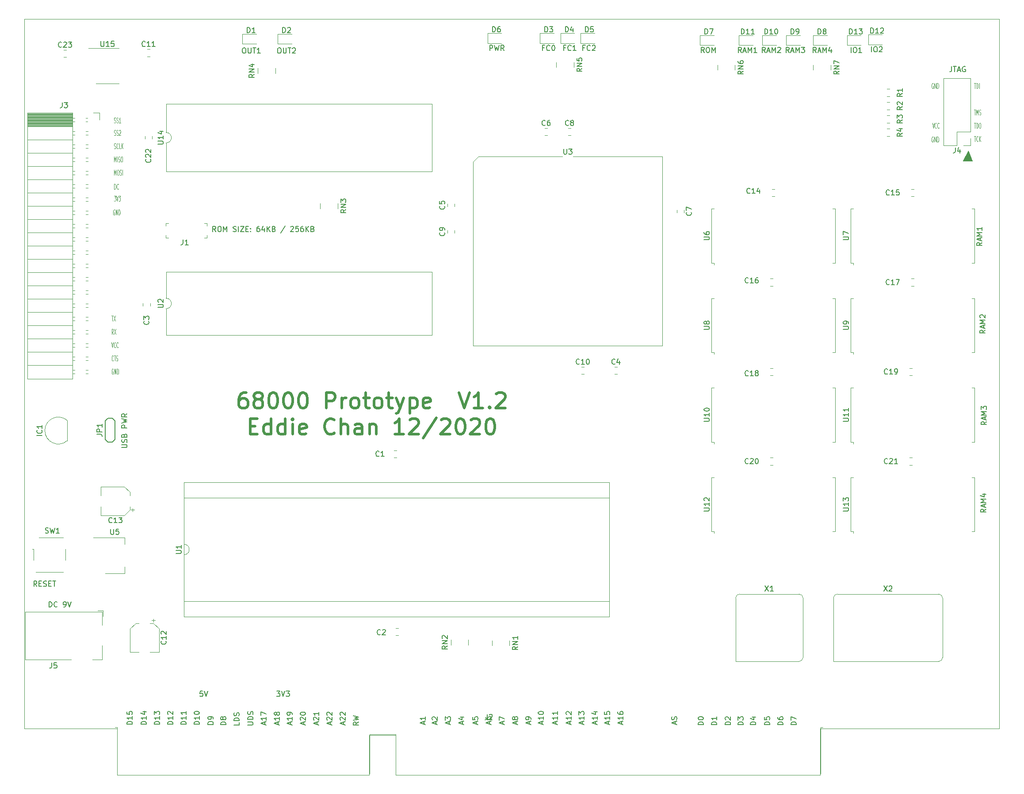
<source format=gbr>
%TF.GenerationSoftware,KiCad,Pcbnew,5.1.6-c6e7f7d~86~ubuntu18.04.1*%
%TF.CreationDate,2020-12-12T09:12:09+08:00*%
%TF.ProjectId,68k_dev,36386b5f-6465-4762-9e6b-696361645f70,rev?*%
%TF.SameCoordinates,Original*%
%TF.FileFunction,Legend,Top*%
%TF.FilePolarity,Positive*%
%FSLAX46Y46*%
G04 Gerber Fmt 4.6, Leading zero omitted, Abs format (unit mm)*
G04 Created by KiCad (PCBNEW 5.1.6-c6e7f7d~86~ubuntu18.04.1) date 2020-12-12 09:12:09*
%MOMM*%
%LPD*%
G01*
G04 APERTURE LIST*
%ADD10C,0.100000*%
%ADD11C,0.125000*%
%ADD12C,0.150000*%
%ADD13C,0.500000*%
%TA.AperFunction,Profile*%
%ADD14C,0.050000*%
%TD*%
%ADD15C,0.120000*%
G04 APERTURE END LIST*
D10*
G36*
X197993000Y-41148000D02*
G01*
X196215000Y-41148000D01*
X197231000Y-39243000D01*
X197993000Y-41148000D01*
G37*
X197993000Y-41148000D02*
X196215000Y-41148000D01*
X197231000Y-39243000D01*
X197993000Y-41148000D01*
D11*
X198370095Y-26249380D02*
X198655809Y-26249380D01*
X198512952Y-27249380D02*
X198512952Y-26249380D01*
X198822476Y-27249380D02*
X198822476Y-26249380D01*
X198941523Y-26249380D01*
X199012952Y-26297000D01*
X199060571Y-26392238D01*
X199084380Y-26487476D01*
X199108190Y-26677952D01*
X199108190Y-26820809D01*
X199084380Y-27011285D01*
X199060571Y-27106523D01*
X199012952Y-27201761D01*
X198941523Y-27249380D01*
X198822476Y-27249380D01*
X199322476Y-27249380D02*
X199322476Y-26249380D01*
X198342333Y-31329380D02*
X198628047Y-31329380D01*
X198485190Y-32329380D02*
X198485190Y-31329380D01*
X198794714Y-32329380D02*
X198794714Y-31329380D01*
X198961380Y-32043666D01*
X199128047Y-31329380D01*
X199128047Y-32329380D01*
X199342333Y-32281761D02*
X199413761Y-32329380D01*
X199532809Y-32329380D01*
X199580428Y-32281761D01*
X199604238Y-32234142D01*
X199628047Y-32138904D01*
X199628047Y-32043666D01*
X199604238Y-31948428D01*
X199580428Y-31900809D01*
X199532809Y-31853190D01*
X199437571Y-31805571D01*
X199389952Y-31757952D01*
X199366142Y-31710333D01*
X199342333Y-31615095D01*
X199342333Y-31519857D01*
X199366142Y-31424619D01*
X199389952Y-31377000D01*
X199437571Y-31329380D01*
X199556619Y-31329380D01*
X199628047Y-31377000D01*
X198354238Y-33869380D02*
X198639952Y-33869380D01*
X198497095Y-34869380D02*
X198497095Y-33869380D01*
X198806619Y-34869380D02*
X198806619Y-33869380D01*
X198925666Y-33869380D01*
X198997095Y-33917000D01*
X199044714Y-34012238D01*
X199068523Y-34107476D01*
X199092333Y-34297952D01*
X199092333Y-34440809D01*
X199068523Y-34631285D01*
X199044714Y-34726523D01*
X198997095Y-34821761D01*
X198925666Y-34869380D01*
X198806619Y-34869380D01*
X199401857Y-33869380D02*
X199497095Y-33869380D01*
X199544714Y-33917000D01*
X199592333Y-34012238D01*
X199616142Y-34202714D01*
X199616142Y-34536047D01*
X199592333Y-34726523D01*
X199544714Y-34821761D01*
X199497095Y-34869380D01*
X199401857Y-34869380D01*
X199354238Y-34821761D01*
X199306619Y-34726523D01*
X199282809Y-34536047D01*
X199282809Y-34202714D01*
X199306619Y-34012238D01*
X199354238Y-33917000D01*
X199401857Y-33869380D01*
X198366142Y-36409380D02*
X198651857Y-36409380D01*
X198509000Y-37409380D02*
X198509000Y-36409380D01*
X199104238Y-37314142D02*
X199080428Y-37361761D01*
X199009000Y-37409380D01*
X198961380Y-37409380D01*
X198889952Y-37361761D01*
X198842333Y-37266523D01*
X198818523Y-37171285D01*
X198794714Y-36980809D01*
X198794714Y-36837952D01*
X198818523Y-36647476D01*
X198842333Y-36552238D01*
X198889952Y-36457000D01*
X198961380Y-36409380D01*
X199009000Y-36409380D01*
X199080428Y-36457000D01*
X199104238Y-36504619D01*
X199318523Y-37409380D02*
X199318523Y-36409380D01*
X199604238Y-37409380D02*
X199389952Y-36837952D01*
X199604238Y-36409380D02*
X199318523Y-36980809D01*
X190500047Y-36584000D02*
X190452428Y-36536380D01*
X190381000Y-36536380D01*
X190309571Y-36584000D01*
X190261952Y-36679238D01*
X190238142Y-36774476D01*
X190214333Y-36964952D01*
X190214333Y-37107809D01*
X190238142Y-37298285D01*
X190261952Y-37393523D01*
X190309571Y-37488761D01*
X190381000Y-37536380D01*
X190428619Y-37536380D01*
X190500047Y-37488761D01*
X190523857Y-37441142D01*
X190523857Y-37107809D01*
X190428619Y-37107809D01*
X190738142Y-37536380D02*
X190738142Y-36536380D01*
X191023857Y-37536380D01*
X191023857Y-36536380D01*
X191261952Y-37536380D02*
X191261952Y-36536380D01*
X191381000Y-36536380D01*
X191452428Y-36584000D01*
X191500047Y-36679238D01*
X191523857Y-36774476D01*
X191547666Y-36964952D01*
X191547666Y-37107809D01*
X191523857Y-37298285D01*
X191500047Y-37393523D01*
X191452428Y-37488761D01*
X191381000Y-37536380D01*
X191261952Y-37536380D01*
X190341333Y-33869380D02*
X190508000Y-34869380D01*
X190674666Y-33869380D01*
X191127047Y-34774142D02*
X191103238Y-34821761D01*
X191031809Y-34869380D01*
X190984190Y-34869380D01*
X190912761Y-34821761D01*
X190865142Y-34726523D01*
X190841333Y-34631285D01*
X190817523Y-34440809D01*
X190817523Y-34297952D01*
X190841333Y-34107476D01*
X190865142Y-34012238D01*
X190912761Y-33917000D01*
X190984190Y-33869380D01*
X191031809Y-33869380D01*
X191103238Y-33917000D01*
X191127047Y-33964619D01*
X191627047Y-34774142D02*
X191603238Y-34821761D01*
X191531809Y-34869380D01*
X191484190Y-34869380D01*
X191412761Y-34821761D01*
X191365142Y-34726523D01*
X191341333Y-34631285D01*
X191317523Y-34440809D01*
X191317523Y-34297952D01*
X191341333Y-34107476D01*
X191365142Y-34012238D01*
X191412761Y-33917000D01*
X191484190Y-33869380D01*
X191531809Y-33869380D01*
X191603238Y-33917000D01*
X191627047Y-33964619D01*
X190500047Y-26297000D02*
X190452428Y-26249380D01*
X190381000Y-26249380D01*
X190309571Y-26297000D01*
X190261952Y-26392238D01*
X190238142Y-26487476D01*
X190214333Y-26677952D01*
X190214333Y-26820809D01*
X190238142Y-27011285D01*
X190261952Y-27106523D01*
X190309571Y-27201761D01*
X190381000Y-27249380D01*
X190428619Y-27249380D01*
X190500047Y-27201761D01*
X190523857Y-27154142D01*
X190523857Y-26820809D01*
X190428619Y-26820809D01*
X190738142Y-27249380D02*
X190738142Y-26249380D01*
X191023857Y-27249380D01*
X191023857Y-26249380D01*
X191261952Y-27249380D02*
X191261952Y-26249380D01*
X191381000Y-26249380D01*
X191452428Y-26297000D01*
X191500047Y-26392238D01*
X191523857Y-26487476D01*
X191547666Y-26677952D01*
X191547666Y-26820809D01*
X191523857Y-27011285D01*
X191500047Y-27106523D01*
X191452428Y-27201761D01*
X191381000Y-27249380D01*
X191261952Y-27249380D01*
X33758238Y-50554000D02*
X33710619Y-50506380D01*
X33639191Y-50506380D01*
X33567762Y-50554000D01*
X33520143Y-50649238D01*
X33496333Y-50744476D01*
X33472524Y-50934952D01*
X33472524Y-51077809D01*
X33496333Y-51268285D01*
X33520143Y-51363523D01*
X33567762Y-51458761D01*
X33639191Y-51506380D01*
X33686810Y-51506380D01*
X33758238Y-51458761D01*
X33782048Y-51411142D01*
X33782048Y-51077809D01*
X33686810Y-51077809D01*
X33996333Y-51506380D02*
X33996333Y-50506380D01*
X34282048Y-51506380D01*
X34282048Y-50506380D01*
X34520143Y-51506380D02*
X34520143Y-50506380D01*
X34639191Y-50506380D01*
X34710619Y-50554000D01*
X34758238Y-50649238D01*
X34782048Y-50744476D01*
X34805857Y-50934952D01*
X34805857Y-51077809D01*
X34782048Y-51268285D01*
X34758238Y-51363523D01*
X34710619Y-51458761D01*
X34639191Y-51506380D01*
X34520143Y-51506380D01*
D12*
X200604380Y-107846666D02*
X200128190Y-108180000D01*
X200604380Y-108418095D02*
X199604380Y-108418095D01*
X199604380Y-108037142D01*
X199652000Y-107941904D01*
X199699619Y-107894285D01*
X199794857Y-107846666D01*
X199937714Y-107846666D01*
X200032952Y-107894285D01*
X200080571Y-107941904D01*
X200128190Y-108037142D01*
X200128190Y-108418095D01*
X200318666Y-107465714D02*
X200318666Y-106989523D01*
X200604380Y-107560952D02*
X199604380Y-107227619D01*
X200604380Y-106894285D01*
X200604380Y-106560952D02*
X199604380Y-106560952D01*
X200318666Y-106227619D01*
X199604380Y-105894285D01*
X200604380Y-105894285D01*
X199937714Y-104989523D02*
X200604380Y-104989523D01*
X199556761Y-105227619D02*
X200271047Y-105465714D01*
X200271047Y-104846666D01*
X200731380Y-91082666D02*
X200255190Y-91416000D01*
X200731380Y-91654095D02*
X199731380Y-91654095D01*
X199731380Y-91273142D01*
X199779000Y-91177904D01*
X199826619Y-91130285D01*
X199921857Y-91082666D01*
X200064714Y-91082666D01*
X200159952Y-91130285D01*
X200207571Y-91177904D01*
X200255190Y-91273142D01*
X200255190Y-91654095D01*
X200445666Y-90701714D02*
X200445666Y-90225523D01*
X200731380Y-90796952D02*
X199731380Y-90463619D01*
X200731380Y-90130285D01*
X200731380Y-89796952D02*
X199731380Y-89796952D01*
X200445666Y-89463619D01*
X199731380Y-89130285D01*
X200731380Y-89130285D01*
X199731380Y-88749333D02*
X199731380Y-88130285D01*
X200112333Y-88463619D01*
X200112333Y-88320761D01*
X200159952Y-88225523D01*
X200207571Y-88177904D01*
X200302809Y-88130285D01*
X200540904Y-88130285D01*
X200636142Y-88177904D01*
X200683761Y-88225523D01*
X200731380Y-88320761D01*
X200731380Y-88606476D01*
X200683761Y-88701714D01*
X200636142Y-88749333D01*
X200477380Y-73556666D02*
X200001190Y-73890000D01*
X200477380Y-74128095D02*
X199477380Y-74128095D01*
X199477380Y-73747142D01*
X199525000Y-73651904D01*
X199572619Y-73604285D01*
X199667857Y-73556666D01*
X199810714Y-73556666D01*
X199905952Y-73604285D01*
X199953571Y-73651904D01*
X200001190Y-73747142D01*
X200001190Y-74128095D01*
X200191666Y-73175714D02*
X200191666Y-72699523D01*
X200477380Y-73270952D02*
X199477380Y-72937619D01*
X200477380Y-72604285D01*
X200477380Y-72270952D02*
X199477380Y-72270952D01*
X200191666Y-71937619D01*
X199477380Y-71604285D01*
X200477380Y-71604285D01*
X199572619Y-71175714D02*
X199525000Y-71128095D01*
X199477380Y-71032857D01*
X199477380Y-70794761D01*
X199525000Y-70699523D01*
X199572619Y-70651904D01*
X199667857Y-70604285D01*
X199763095Y-70604285D01*
X199905952Y-70651904D01*
X200477380Y-71223333D01*
X200477380Y-70604285D01*
X199842380Y-56792666D02*
X199366190Y-57126000D01*
X199842380Y-57364095D02*
X198842380Y-57364095D01*
X198842380Y-56983142D01*
X198890000Y-56887904D01*
X198937619Y-56840285D01*
X199032857Y-56792666D01*
X199175714Y-56792666D01*
X199270952Y-56840285D01*
X199318571Y-56887904D01*
X199366190Y-56983142D01*
X199366190Y-57364095D01*
X199556666Y-56411714D02*
X199556666Y-55935523D01*
X199842380Y-56506952D02*
X198842380Y-56173619D01*
X199842380Y-55840285D01*
X199842380Y-55506952D02*
X198842380Y-55506952D01*
X199556666Y-55173619D01*
X198842380Y-54840285D01*
X199842380Y-54840285D01*
X199842380Y-53840285D02*
X199842380Y-54411714D01*
X199842380Y-54126000D02*
X198842380Y-54126000D01*
X198985238Y-54221238D01*
X199080476Y-54316476D01*
X199128095Y-54411714D01*
D13*
X58986571Y-85519142D02*
X58415142Y-85519142D01*
X58129428Y-85662000D01*
X57986571Y-85804857D01*
X57700857Y-86233428D01*
X57558000Y-86804857D01*
X57558000Y-87947714D01*
X57700857Y-88233428D01*
X57843714Y-88376285D01*
X58129428Y-88519142D01*
X58700857Y-88519142D01*
X58986571Y-88376285D01*
X59129428Y-88233428D01*
X59272285Y-87947714D01*
X59272285Y-87233428D01*
X59129428Y-86947714D01*
X58986571Y-86804857D01*
X58700857Y-86662000D01*
X58129428Y-86662000D01*
X57843714Y-86804857D01*
X57700857Y-86947714D01*
X57558000Y-87233428D01*
X60986571Y-86804857D02*
X60700857Y-86662000D01*
X60558000Y-86519142D01*
X60415142Y-86233428D01*
X60415142Y-86090571D01*
X60558000Y-85804857D01*
X60700857Y-85662000D01*
X60986571Y-85519142D01*
X61558000Y-85519142D01*
X61843714Y-85662000D01*
X61986571Y-85804857D01*
X62129428Y-86090571D01*
X62129428Y-86233428D01*
X61986571Y-86519142D01*
X61843714Y-86662000D01*
X61558000Y-86804857D01*
X60986571Y-86804857D01*
X60700857Y-86947714D01*
X60558000Y-87090571D01*
X60415142Y-87376285D01*
X60415142Y-87947714D01*
X60558000Y-88233428D01*
X60700857Y-88376285D01*
X60986571Y-88519142D01*
X61558000Y-88519142D01*
X61843714Y-88376285D01*
X61986571Y-88233428D01*
X62129428Y-87947714D01*
X62129428Y-87376285D01*
X61986571Y-87090571D01*
X61843714Y-86947714D01*
X61558000Y-86804857D01*
X63986571Y-85519142D02*
X64272285Y-85519142D01*
X64558000Y-85662000D01*
X64700857Y-85804857D01*
X64843714Y-86090571D01*
X64986571Y-86662000D01*
X64986571Y-87376285D01*
X64843714Y-87947714D01*
X64700857Y-88233428D01*
X64558000Y-88376285D01*
X64272285Y-88519142D01*
X63986571Y-88519142D01*
X63700857Y-88376285D01*
X63558000Y-88233428D01*
X63415142Y-87947714D01*
X63272285Y-87376285D01*
X63272285Y-86662000D01*
X63415142Y-86090571D01*
X63558000Y-85804857D01*
X63700857Y-85662000D01*
X63986571Y-85519142D01*
X66843714Y-85519142D02*
X67129428Y-85519142D01*
X67415142Y-85662000D01*
X67558000Y-85804857D01*
X67700857Y-86090571D01*
X67843714Y-86662000D01*
X67843714Y-87376285D01*
X67700857Y-87947714D01*
X67558000Y-88233428D01*
X67415142Y-88376285D01*
X67129428Y-88519142D01*
X66843714Y-88519142D01*
X66558000Y-88376285D01*
X66415142Y-88233428D01*
X66272285Y-87947714D01*
X66129428Y-87376285D01*
X66129428Y-86662000D01*
X66272285Y-86090571D01*
X66415142Y-85804857D01*
X66558000Y-85662000D01*
X66843714Y-85519142D01*
X69700857Y-85519142D02*
X69986571Y-85519142D01*
X70272285Y-85662000D01*
X70415142Y-85804857D01*
X70558000Y-86090571D01*
X70700857Y-86662000D01*
X70700857Y-87376285D01*
X70558000Y-87947714D01*
X70415142Y-88233428D01*
X70272285Y-88376285D01*
X69986571Y-88519142D01*
X69700857Y-88519142D01*
X69415142Y-88376285D01*
X69272285Y-88233428D01*
X69129428Y-87947714D01*
X68986571Y-87376285D01*
X68986571Y-86662000D01*
X69129428Y-86090571D01*
X69272285Y-85804857D01*
X69415142Y-85662000D01*
X69700857Y-85519142D01*
X74272285Y-88519142D02*
X74272285Y-85519142D01*
X75415142Y-85519142D01*
X75700857Y-85662000D01*
X75843714Y-85804857D01*
X75986571Y-86090571D01*
X75986571Y-86519142D01*
X75843714Y-86804857D01*
X75700857Y-86947714D01*
X75415142Y-87090571D01*
X74272285Y-87090571D01*
X77272285Y-88519142D02*
X77272285Y-86519142D01*
X77272285Y-87090571D02*
X77415142Y-86804857D01*
X77558000Y-86662000D01*
X77843714Y-86519142D01*
X78129428Y-86519142D01*
X79558000Y-88519142D02*
X79272285Y-88376285D01*
X79129428Y-88233428D01*
X78986571Y-87947714D01*
X78986571Y-87090571D01*
X79129428Y-86804857D01*
X79272285Y-86662000D01*
X79558000Y-86519142D01*
X79986571Y-86519142D01*
X80272285Y-86662000D01*
X80415142Y-86804857D01*
X80558000Y-87090571D01*
X80558000Y-87947714D01*
X80415142Y-88233428D01*
X80272285Y-88376285D01*
X79986571Y-88519142D01*
X79558000Y-88519142D01*
X81415142Y-86519142D02*
X82558000Y-86519142D01*
X81843714Y-85519142D02*
X81843714Y-88090571D01*
X81986571Y-88376285D01*
X82272285Y-88519142D01*
X82558000Y-88519142D01*
X83986571Y-88519142D02*
X83700857Y-88376285D01*
X83557999Y-88233428D01*
X83415142Y-87947714D01*
X83415142Y-87090571D01*
X83557999Y-86804857D01*
X83700857Y-86662000D01*
X83986571Y-86519142D01*
X84415142Y-86519142D01*
X84700857Y-86662000D01*
X84843714Y-86804857D01*
X84986571Y-87090571D01*
X84986571Y-87947714D01*
X84843714Y-88233428D01*
X84700857Y-88376285D01*
X84415142Y-88519142D01*
X83986571Y-88519142D01*
X85843714Y-86519142D02*
X86986571Y-86519142D01*
X86272285Y-85519142D02*
X86272285Y-88090571D01*
X86415142Y-88376285D01*
X86700857Y-88519142D01*
X86986571Y-88519142D01*
X87700857Y-86519142D02*
X88415142Y-88519142D01*
X89129428Y-86519142D02*
X88415142Y-88519142D01*
X88129428Y-89233428D01*
X87986571Y-89376285D01*
X87700857Y-89519142D01*
X90272285Y-86519142D02*
X90272285Y-89519142D01*
X90272285Y-86662000D02*
X90557999Y-86519142D01*
X91129428Y-86519142D01*
X91415142Y-86662000D01*
X91557999Y-86804857D01*
X91700857Y-87090571D01*
X91700857Y-87947714D01*
X91557999Y-88233428D01*
X91415142Y-88376285D01*
X91129428Y-88519142D01*
X90557999Y-88519142D01*
X90272285Y-88376285D01*
X94129428Y-88376285D02*
X93843714Y-88519142D01*
X93272285Y-88519142D01*
X92986571Y-88376285D01*
X92843714Y-88090571D01*
X92843714Y-86947714D01*
X92986571Y-86662000D01*
X93272285Y-86519142D01*
X93843714Y-86519142D01*
X94129428Y-86662000D01*
X94272285Y-86947714D01*
X94272285Y-87233428D01*
X92843714Y-87519142D01*
X99700857Y-85519142D02*
X100700857Y-88519142D01*
X101700857Y-85519142D01*
X104272285Y-88519142D02*
X102558000Y-88519142D01*
X103415142Y-88519142D02*
X103415142Y-85519142D01*
X103129428Y-85947714D01*
X102843714Y-86233428D01*
X102558000Y-86376285D01*
X105558000Y-88233428D02*
X105700857Y-88376285D01*
X105558000Y-88519142D01*
X105415142Y-88376285D01*
X105558000Y-88233428D01*
X105558000Y-88519142D01*
X106843714Y-85804857D02*
X106986571Y-85662000D01*
X107272285Y-85519142D01*
X107986571Y-85519142D01*
X108272285Y-85662000D01*
X108415142Y-85804857D01*
X108557999Y-86090571D01*
X108557999Y-86376285D01*
X108415142Y-86804857D01*
X106700857Y-88519142D01*
X108557999Y-88519142D01*
X59700857Y-91947714D02*
X60700857Y-91947714D01*
X61129428Y-93519142D02*
X59700857Y-93519142D01*
X59700857Y-90519142D01*
X61129428Y-90519142D01*
X63700857Y-93519142D02*
X63700857Y-90519142D01*
X63700857Y-93376285D02*
X63415142Y-93519142D01*
X62843714Y-93519142D01*
X62558000Y-93376285D01*
X62415142Y-93233428D01*
X62272285Y-92947714D01*
X62272285Y-92090571D01*
X62415142Y-91804857D01*
X62558000Y-91662000D01*
X62843714Y-91519142D01*
X63415142Y-91519142D01*
X63700857Y-91662000D01*
X66415142Y-93519142D02*
X66415142Y-90519142D01*
X66415142Y-93376285D02*
X66129428Y-93519142D01*
X65558000Y-93519142D01*
X65272285Y-93376285D01*
X65129428Y-93233428D01*
X64986571Y-92947714D01*
X64986571Y-92090571D01*
X65129428Y-91804857D01*
X65272285Y-91662000D01*
X65558000Y-91519142D01*
X66129428Y-91519142D01*
X66415142Y-91662000D01*
X67843714Y-93519142D02*
X67843714Y-91519142D01*
X67843714Y-90519142D02*
X67700857Y-90662000D01*
X67843714Y-90804857D01*
X67986571Y-90662000D01*
X67843714Y-90519142D01*
X67843714Y-90804857D01*
X70415142Y-93376285D02*
X70129428Y-93519142D01*
X69558000Y-93519142D01*
X69272285Y-93376285D01*
X69129428Y-93090571D01*
X69129428Y-91947714D01*
X69272285Y-91662000D01*
X69558000Y-91519142D01*
X70129428Y-91519142D01*
X70415142Y-91662000D01*
X70558000Y-91947714D01*
X70558000Y-92233428D01*
X69129428Y-92519142D01*
X75843714Y-93233428D02*
X75700857Y-93376285D01*
X75272285Y-93519142D01*
X74986571Y-93519142D01*
X74558000Y-93376285D01*
X74272285Y-93090571D01*
X74129428Y-92804857D01*
X73986571Y-92233428D01*
X73986571Y-91804857D01*
X74129428Y-91233428D01*
X74272285Y-90947714D01*
X74558000Y-90662000D01*
X74986571Y-90519142D01*
X75272285Y-90519142D01*
X75700857Y-90662000D01*
X75843714Y-90804857D01*
X77129428Y-93519142D02*
X77129428Y-90519142D01*
X78415142Y-93519142D02*
X78415142Y-91947714D01*
X78272285Y-91662000D01*
X77986571Y-91519142D01*
X77558000Y-91519142D01*
X77272285Y-91662000D01*
X77129428Y-91804857D01*
X81129428Y-93519142D02*
X81129428Y-91947714D01*
X80986571Y-91662000D01*
X80700857Y-91519142D01*
X80129428Y-91519142D01*
X79843714Y-91662000D01*
X81129428Y-93376285D02*
X80843714Y-93519142D01*
X80129428Y-93519142D01*
X79843714Y-93376285D01*
X79700857Y-93090571D01*
X79700857Y-92804857D01*
X79843714Y-92519142D01*
X80129428Y-92376285D01*
X80843714Y-92376285D01*
X81129428Y-92233428D01*
X82558000Y-91519142D02*
X82558000Y-93519142D01*
X82558000Y-91804857D02*
X82700857Y-91662000D01*
X82986571Y-91519142D01*
X83415142Y-91519142D01*
X83700857Y-91662000D01*
X83843714Y-91947714D01*
X83843714Y-93519142D01*
X89129428Y-93519142D02*
X87415142Y-93519142D01*
X88272285Y-93519142D02*
X88272285Y-90519142D01*
X87986571Y-90947714D01*
X87700857Y-91233428D01*
X87415142Y-91376285D01*
X90272285Y-90804857D02*
X90415142Y-90662000D01*
X90700857Y-90519142D01*
X91415142Y-90519142D01*
X91700857Y-90662000D01*
X91843714Y-90804857D01*
X91986571Y-91090571D01*
X91986571Y-91376285D01*
X91843714Y-91804857D01*
X90129428Y-93519142D01*
X91986571Y-93519142D01*
X95415142Y-90376285D02*
X92843714Y-94233428D01*
X96272285Y-90804857D02*
X96415142Y-90662000D01*
X96700857Y-90519142D01*
X97415142Y-90519142D01*
X97700857Y-90662000D01*
X97843714Y-90804857D01*
X97986571Y-91090571D01*
X97986571Y-91376285D01*
X97843714Y-91804857D01*
X96129428Y-93519142D01*
X97986571Y-93519142D01*
X99843714Y-90519142D02*
X100129428Y-90519142D01*
X100415142Y-90662000D01*
X100558000Y-90804857D01*
X100700857Y-91090571D01*
X100843714Y-91662000D01*
X100843714Y-92376285D01*
X100700857Y-92947714D01*
X100558000Y-93233428D01*
X100415142Y-93376285D01*
X100129428Y-93519142D01*
X99843714Y-93519142D01*
X99558000Y-93376285D01*
X99415142Y-93233428D01*
X99272285Y-92947714D01*
X99129428Y-92376285D01*
X99129428Y-91662000D01*
X99272285Y-91090571D01*
X99415142Y-90804857D01*
X99558000Y-90662000D01*
X99843714Y-90519142D01*
X101986571Y-90804857D02*
X102129428Y-90662000D01*
X102415142Y-90519142D01*
X103129428Y-90519142D01*
X103415142Y-90662000D01*
X103558000Y-90804857D01*
X103700857Y-91090571D01*
X103700857Y-91376285D01*
X103558000Y-91804857D01*
X101843714Y-93519142D01*
X103700857Y-93519142D01*
X105558000Y-90519142D02*
X105843714Y-90519142D01*
X106129428Y-90662000D01*
X106272285Y-90804857D01*
X106415142Y-91090571D01*
X106558000Y-91662000D01*
X106558000Y-92376285D01*
X106415142Y-92947714D01*
X106272285Y-93233428D01*
X106129428Y-93376285D01*
X105843714Y-93519142D01*
X105558000Y-93519142D01*
X105272285Y-93376285D01*
X105129428Y-93233428D01*
X104986571Y-92947714D01*
X104843714Y-92376285D01*
X104843714Y-91662000D01*
X104986571Y-91090571D01*
X105129428Y-90804857D01*
X105272285Y-90662000D01*
X105558000Y-90519142D01*
D12*
X164282380Y-149131785D02*
X163282380Y-149131785D01*
X163282380Y-148893690D01*
X163330000Y-148750833D01*
X163425238Y-148655595D01*
X163520476Y-148607976D01*
X163710952Y-148560357D01*
X163853809Y-148560357D01*
X164044285Y-148607976D01*
X164139523Y-148655595D01*
X164234761Y-148750833D01*
X164282380Y-148893690D01*
X164282380Y-149131785D01*
X163282380Y-148227023D02*
X163282380Y-147560357D01*
X164282380Y-147988928D01*
X161742380Y-149131785D02*
X160742380Y-149131785D01*
X160742380Y-148893690D01*
X160790000Y-148750833D01*
X160885238Y-148655595D01*
X160980476Y-148607976D01*
X161170952Y-148560357D01*
X161313809Y-148560357D01*
X161504285Y-148607976D01*
X161599523Y-148655595D01*
X161694761Y-148750833D01*
X161742380Y-148893690D01*
X161742380Y-149131785D01*
X160742380Y-147703214D02*
X160742380Y-147893690D01*
X160790000Y-147988928D01*
X160837619Y-148036547D01*
X160980476Y-148131785D01*
X161170952Y-148179404D01*
X161551904Y-148179404D01*
X161647142Y-148131785D01*
X161694761Y-148084166D01*
X161742380Y-147988928D01*
X161742380Y-147798452D01*
X161694761Y-147703214D01*
X161647142Y-147655595D01*
X161551904Y-147607976D01*
X161313809Y-147607976D01*
X161218571Y-147655595D01*
X161170952Y-147703214D01*
X161123333Y-147798452D01*
X161123333Y-147988928D01*
X161170952Y-148084166D01*
X161218571Y-148131785D01*
X161313809Y-148179404D01*
X159202380Y-149131785D02*
X158202380Y-149131785D01*
X158202380Y-148893690D01*
X158250000Y-148750833D01*
X158345238Y-148655595D01*
X158440476Y-148607976D01*
X158630952Y-148560357D01*
X158773809Y-148560357D01*
X158964285Y-148607976D01*
X159059523Y-148655595D01*
X159154761Y-148750833D01*
X159202380Y-148893690D01*
X159202380Y-149131785D01*
X158202380Y-147655595D02*
X158202380Y-148131785D01*
X158678571Y-148179404D01*
X158630952Y-148131785D01*
X158583333Y-148036547D01*
X158583333Y-147798452D01*
X158630952Y-147703214D01*
X158678571Y-147655595D01*
X158773809Y-147607976D01*
X159011904Y-147607976D01*
X159107142Y-147655595D01*
X159154761Y-147703214D01*
X159202380Y-147798452D01*
X159202380Y-148036547D01*
X159154761Y-148131785D01*
X159107142Y-148179404D01*
X156535380Y-149131785D02*
X155535380Y-149131785D01*
X155535380Y-148893690D01*
X155583000Y-148750833D01*
X155678238Y-148655595D01*
X155773476Y-148607976D01*
X155963952Y-148560357D01*
X156106809Y-148560357D01*
X156297285Y-148607976D01*
X156392523Y-148655595D01*
X156487761Y-148750833D01*
X156535380Y-148893690D01*
X156535380Y-149131785D01*
X155868714Y-147703214D02*
X156535380Y-147703214D01*
X155487761Y-147941309D02*
X156202047Y-148179404D01*
X156202047Y-147560357D01*
X154122380Y-149131785D02*
X153122380Y-149131785D01*
X153122380Y-148893690D01*
X153170000Y-148750833D01*
X153265238Y-148655595D01*
X153360476Y-148607976D01*
X153550952Y-148560357D01*
X153693809Y-148560357D01*
X153884285Y-148607976D01*
X153979523Y-148655595D01*
X154074761Y-148750833D01*
X154122380Y-148893690D01*
X154122380Y-149131785D01*
X153122380Y-148227023D02*
X153122380Y-147607976D01*
X153503333Y-147941309D01*
X153503333Y-147798452D01*
X153550952Y-147703214D01*
X153598571Y-147655595D01*
X153693809Y-147607976D01*
X153931904Y-147607976D01*
X154027142Y-147655595D01*
X154074761Y-147703214D01*
X154122380Y-147798452D01*
X154122380Y-148084166D01*
X154074761Y-148179404D01*
X154027142Y-148227023D01*
X151709380Y-149131785D02*
X150709380Y-149131785D01*
X150709380Y-148893690D01*
X150757000Y-148750833D01*
X150852238Y-148655595D01*
X150947476Y-148607976D01*
X151137952Y-148560357D01*
X151280809Y-148560357D01*
X151471285Y-148607976D01*
X151566523Y-148655595D01*
X151661761Y-148750833D01*
X151709380Y-148893690D01*
X151709380Y-149131785D01*
X150804619Y-148179404D02*
X150757000Y-148131785D01*
X150709380Y-148036547D01*
X150709380Y-147798452D01*
X150757000Y-147703214D01*
X150804619Y-147655595D01*
X150899857Y-147607976D01*
X150995095Y-147607976D01*
X151137952Y-147655595D01*
X151709380Y-148227023D01*
X151709380Y-147607976D01*
X149042380Y-149131785D02*
X148042380Y-149131785D01*
X148042380Y-148893690D01*
X148090000Y-148750833D01*
X148185238Y-148655595D01*
X148280476Y-148607976D01*
X148470952Y-148560357D01*
X148613809Y-148560357D01*
X148804285Y-148607976D01*
X148899523Y-148655595D01*
X148994761Y-148750833D01*
X149042380Y-148893690D01*
X149042380Y-149131785D01*
X149042380Y-147607976D02*
X149042380Y-148179404D01*
X149042380Y-147893690D02*
X148042380Y-147893690D01*
X148185238Y-147988928D01*
X148280476Y-148084166D01*
X148328095Y-148179404D01*
X146502380Y-149131785D02*
X145502380Y-149131785D01*
X145502380Y-148893690D01*
X145550000Y-148750833D01*
X145645238Y-148655595D01*
X145740476Y-148607976D01*
X145930952Y-148560357D01*
X146073809Y-148560357D01*
X146264285Y-148607976D01*
X146359523Y-148655595D01*
X146454761Y-148750833D01*
X146502380Y-148893690D01*
X146502380Y-149131785D01*
X145502380Y-147941309D02*
X145502380Y-147846071D01*
X145550000Y-147750833D01*
X145597619Y-147703214D01*
X145692857Y-147655595D01*
X145883333Y-147607976D01*
X146121428Y-147607976D01*
X146311904Y-147655595D01*
X146407142Y-147703214D01*
X146454761Y-147750833D01*
X146502380Y-147846071D01*
X146502380Y-147941309D01*
X146454761Y-148036547D01*
X146407142Y-148084166D01*
X146311904Y-148131785D01*
X146121428Y-148179404D01*
X145883333Y-148179404D01*
X145692857Y-148131785D01*
X145597619Y-148084166D01*
X145550000Y-148036547D01*
X145502380Y-147941309D01*
X141136666Y-149036547D02*
X141136666Y-148560357D01*
X141422380Y-149131785D02*
X140422380Y-148798452D01*
X141422380Y-148465119D01*
X141374761Y-148179404D02*
X141422380Y-148036547D01*
X141422380Y-147798452D01*
X141374761Y-147703214D01*
X141327142Y-147655595D01*
X141231904Y-147607976D01*
X141136666Y-147607976D01*
X141041428Y-147655595D01*
X140993809Y-147703214D01*
X140946190Y-147798452D01*
X140898571Y-147988928D01*
X140850952Y-148084166D01*
X140803333Y-148131785D01*
X140708095Y-148179404D01*
X140612857Y-148179404D01*
X140517619Y-148131785D01*
X140470000Y-148084166D01*
X140422380Y-147988928D01*
X140422380Y-147750833D01*
X140470000Y-147607976D01*
X130849666Y-148972928D02*
X130849666Y-148496738D01*
X131135380Y-149068166D02*
X130135380Y-148734833D01*
X131135380Y-148401500D01*
X131135380Y-147544357D02*
X131135380Y-148115785D01*
X131135380Y-147830071D02*
X130135380Y-147830071D01*
X130278238Y-147925309D01*
X130373476Y-148020547D01*
X130421095Y-148115785D01*
X130135380Y-146687214D02*
X130135380Y-146877690D01*
X130183000Y-146972928D01*
X130230619Y-147020547D01*
X130373476Y-147115785D01*
X130563952Y-147163404D01*
X130944904Y-147163404D01*
X131040142Y-147115785D01*
X131087761Y-147068166D01*
X131135380Y-146972928D01*
X131135380Y-146782452D01*
X131087761Y-146687214D01*
X131040142Y-146639595D01*
X130944904Y-146591976D01*
X130706809Y-146591976D01*
X130611571Y-146639595D01*
X130563952Y-146687214D01*
X130516333Y-146782452D01*
X130516333Y-146972928D01*
X130563952Y-147068166D01*
X130611571Y-147115785D01*
X130706809Y-147163404D01*
X128309666Y-148972928D02*
X128309666Y-148496738D01*
X128595380Y-149068166D02*
X127595380Y-148734833D01*
X128595380Y-148401500D01*
X128595380Y-147544357D02*
X128595380Y-148115785D01*
X128595380Y-147830071D02*
X127595380Y-147830071D01*
X127738238Y-147925309D01*
X127833476Y-148020547D01*
X127881095Y-148115785D01*
X127595380Y-146639595D02*
X127595380Y-147115785D01*
X128071571Y-147163404D01*
X128023952Y-147115785D01*
X127976333Y-147020547D01*
X127976333Y-146782452D01*
X128023952Y-146687214D01*
X128071571Y-146639595D01*
X128166809Y-146591976D01*
X128404904Y-146591976D01*
X128500142Y-146639595D01*
X128547761Y-146687214D01*
X128595380Y-146782452D01*
X128595380Y-147020547D01*
X128547761Y-147115785D01*
X128500142Y-147163404D01*
X125896666Y-148972928D02*
X125896666Y-148496738D01*
X126182380Y-149068166D02*
X125182380Y-148734833D01*
X126182380Y-148401500D01*
X126182380Y-147544357D02*
X126182380Y-148115785D01*
X126182380Y-147830071D02*
X125182380Y-147830071D01*
X125325238Y-147925309D01*
X125420476Y-148020547D01*
X125468095Y-148115785D01*
X125515714Y-146687214D02*
X126182380Y-146687214D01*
X125134761Y-146925309D02*
X125849047Y-147163404D01*
X125849047Y-146544357D01*
X123356666Y-148972928D02*
X123356666Y-148496738D01*
X123642380Y-149068166D02*
X122642380Y-148734833D01*
X123642380Y-148401500D01*
X123642380Y-147544357D02*
X123642380Y-148115785D01*
X123642380Y-147830071D02*
X122642380Y-147830071D01*
X122785238Y-147925309D01*
X122880476Y-148020547D01*
X122928095Y-148115785D01*
X122642380Y-147211023D02*
X122642380Y-146591976D01*
X123023333Y-146925309D01*
X123023333Y-146782452D01*
X123070952Y-146687214D01*
X123118571Y-146639595D01*
X123213809Y-146591976D01*
X123451904Y-146591976D01*
X123547142Y-146639595D01*
X123594761Y-146687214D01*
X123642380Y-146782452D01*
X123642380Y-147068166D01*
X123594761Y-147163404D01*
X123547142Y-147211023D01*
X120943666Y-148972928D02*
X120943666Y-148496738D01*
X121229380Y-149068166D02*
X120229380Y-148734833D01*
X121229380Y-148401500D01*
X121229380Y-147544357D02*
X121229380Y-148115785D01*
X121229380Y-147830071D02*
X120229380Y-147830071D01*
X120372238Y-147925309D01*
X120467476Y-148020547D01*
X120515095Y-148115785D01*
X120324619Y-147163404D02*
X120277000Y-147115785D01*
X120229380Y-147020547D01*
X120229380Y-146782452D01*
X120277000Y-146687214D01*
X120324619Y-146639595D01*
X120419857Y-146591976D01*
X120515095Y-146591976D01*
X120657952Y-146639595D01*
X121229380Y-147211023D01*
X121229380Y-146591976D01*
X118276666Y-148972928D02*
X118276666Y-148496738D01*
X118562380Y-149068166D02*
X117562380Y-148734833D01*
X118562380Y-148401500D01*
X118562380Y-147544357D02*
X118562380Y-148115785D01*
X118562380Y-147830071D02*
X117562380Y-147830071D01*
X117705238Y-147925309D01*
X117800476Y-148020547D01*
X117848095Y-148115785D01*
X118562380Y-146591976D02*
X118562380Y-147163404D01*
X118562380Y-146877690D02*
X117562380Y-146877690D01*
X117705238Y-146972928D01*
X117800476Y-147068166D01*
X117848095Y-147163404D01*
X115609666Y-148972928D02*
X115609666Y-148496738D01*
X115895380Y-149068166D02*
X114895380Y-148734833D01*
X115895380Y-148401500D01*
X115895380Y-147544357D02*
X115895380Y-148115785D01*
X115895380Y-147830071D02*
X114895380Y-147830071D01*
X115038238Y-147925309D01*
X115133476Y-148020547D01*
X115181095Y-148115785D01*
X114895380Y-146925309D02*
X114895380Y-146830071D01*
X114943000Y-146734833D01*
X114990619Y-146687214D01*
X115085857Y-146639595D01*
X115276333Y-146591976D01*
X115514428Y-146591976D01*
X115704904Y-146639595D01*
X115800142Y-146687214D01*
X115847761Y-146734833D01*
X115895380Y-146830071D01*
X115895380Y-146925309D01*
X115847761Y-147020547D01*
X115800142Y-147068166D01*
X115704904Y-147115785D01*
X115514428Y-147163404D01*
X115276333Y-147163404D01*
X115085857Y-147115785D01*
X114990619Y-147068166D01*
X114943000Y-147020547D01*
X114895380Y-146925309D01*
X113196666Y-149036547D02*
X113196666Y-148560357D01*
X113482380Y-149131785D02*
X112482380Y-148798452D01*
X113482380Y-148465119D01*
X113482380Y-148084166D02*
X113482380Y-147893690D01*
X113434761Y-147798452D01*
X113387142Y-147750833D01*
X113244285Y-147655595D01*
X113053809Y-147607976D01*
X112672857Y-147607976D01*
X112577619Y-147655595D01*
X112530000Y-147703214D01*
X112482380Y-147798452D01*
X112482380Y-147988928D01*
X112530000Y-148084166D01*
X112577619Y-148131785D01*
X112672857Y-148179404D01*
X112910952Y-148179404D01*
X113006190Y-148131785D01*
X113053809Y-148084166D01*
X113101428Y-147988928D01*
X113101428Y-147798452D01*
X113053809Y-147703214D01*
X113006190Y-147655595D01*
X112910952Y-147607976D01*
X110656666Y-149036547D02*
X110656666Y-148560357D01*
X110942380Y-149131785D02*
X109942380Y-148798452D01*
X110942380Y-148465119D01*
X110370952Y-147988928D02*
X110323333Y-148084166D01*
X110275714Y-148131785D01*
X110180476Y-148179404D01*
X110132857Y-148179404D01*
X110037619Y-148131785D01*
X109990000Y-148084166D01*
X109942380Y-147988928D01*
X109942380Y-147798452D01*
X109990000Y-147703214D01*
X110037619Y-147655595D01*
X110132857Y-147607976D01*
X110180476Y-147607976D01*
X110275714Y-147655595D01*
X110323333Y-147703214D01*
X110370952Y-147798452D01*
X110370952Y-147988928D01*
X110418571Y-148084166D01*
X110466190Y-148131785D01*
X110561428Y-148179404D01*
X110751904Y-148179404D01*
X110847142Y-148131785D01*
X110894761Y-148084166D01*
X110942380Y-147988928D01*
X110942380Y-147798452D01*
X110894761Y-147703214D01*
X110847142Y-147655595D01*
X110751904Y-147607976D01*
X110561428Y-147607976D01*
X110466190Y-147655595D01*
X110418571Y-147703214D01*
X110370952Y-147798452D01*
X108116666Y-149036547D02*
X108116666Y-148560357D01*
X108402380Y-149131785D02*
X107402380Y-148798452D01*
X108402380Y-148465119D01*
X107402380Y-148227023D02*
X107402380Y-147560357D01*
X108402380Y-147988928D01*
X105576666Y-149036547D02*
X105576666Y-148560357D01*
X105862380Y-149131785D02*
X104862380Y-148798452D01*
X105862380Y-148465119D01*
X104862380Y-147703214D02*
X104862380Y-147893690D01*
X104910000Y-147988928D01*
X104957619Y-148036547D01*
X105100476Y-148131785D01*
X105290952Y-148179404D01*
X105671904Y-148179404D01*
X105767142Y-148131785D01*
X105814761Y-148084166D01*
X105862380Y-147988928D01*
X105862380Y-147798452D01*
X105814761Y-147703214D01*
X105767142Y-147655595D01*
X105671904Y-147607976D01*
X105433809Y-147607976D01*
X105338571Y-147655595D01*
X105290952Y-147703214D01*
X105243333Y-147798452D01*
X105243333Y-147988928D01*
X105290952Y-148084166D01*
X105338571Y-148131785D01*
X105433809Y-148179404D01*
X103036666Y-149036547D02*
X103036666Y-148560357D01*
X103322380Y-149131785D02*
X102322380Y-148798452D01*
X103322380Y-148465119D01*
X102322380Y-147655595D02*
X102322380Y-148131785D01*
X102798571Y-148179404D01*
X102750952Y-148131785D01*
X102703333Y-148036547D01*
X102703333Y-147798452D01*
X102750952Y-147703214D01*
X102798571Y-147655595D01*
X102893809Y-147607976D01*
X103131904Y-147607976D01*
X103227142Y-147655595D01*
X103274761Y-147703214D01*
X103322380Y-147798452D01*
X103322380Y-148036547D01*
X103274761Y-148131785D01*
X103227142Y-148179404D01*
X100369666Y-149036547D02*
X100369666Y-148560357D01*
X100655380Y-149131785D02*
X99655380Y-148798452D01*
X100655380Y-148465119D01*
X99988714Y-147703214D02*
X100655380Y-147703214D01*
X99607761Y-147941309D02*
X100322047Y-148179404D01*
X100322047Y-147560357D01*
X97829666Y-149036547D02*
X97829666Y-148560357D01*
X98115380Y-149131785D02*
X97115380Y-148798452D01*
X98115380Y-148465119D01*
X97115380Y-148227023D02*
X97115380Y-147607976D01*
X97496333Y-147941309D01*
X97496333Y-147798452D01*
X97543952Y-147703214D01*
X97591571Y-147655595D01*
X97686809Y-147607976D01*
X97924904Y-147607976D01*
X98020142Y-147655595D01*
X98067761Y-147703214D01*
X98115380Y-147798452D01*
X98115380Y-148084166D01*
X98067761Y-148179404D01*
X98020142Y-148227023D01*
X95289666Y-149036547D02*
X95289666Y-148560357D01*
X95575380Y-149131785D02*
X94575380Y-148798452D01*
X95575380Y-148465119D01*
X94670619Y-148179404D02*
X94623000Y-148131785D01*
X94575380Y-148036547D01*
X94575380Y-147798452D01*
X94623000Y-147703214D01*
X94670619Y-147655595D01*
X94765857Y-147607976D01*
X94861095Y-147607976D01*
X95003952Y-147655595D01*
X95575380Y-148227023D01*
X95575380Y-147607976D01*
X93003666Y-149036547D02*
X93003666Y-148560357D01*
X93289380Y-149131785D02*
X92289380Y-148798452D01*
X93289380Y-148465119D01*
X93289380Y-147607976D02*
X93289380Y-148179404D01*
X93289380Y-147893690D02*
X92289380Y-147893690D01*
X92432238Y-147988928D01*
X92527476Y-148084166D01*
X92575095Y-148179404D01*
X80462380Y-148623833D02*
X79986190Y-148957166D01*
X80462380Y-149195261D02*
X79462380Y-149195261D01*
X79462380Y-148814309D01*
X79510000Y-148719071D01*
X79557619Y-148671452D01*
X79652857Y-148623833D01*
X79795714Y-148623833D01*
X79890952Y-148671452D01*
X79938571Y-148719071D01*
X79986190Y-148814309D01*
X79986190Y-149195261D01*
X79462380Y-148290500D02*
X80462380Y-148052404D01*
X79748095Y-147861928D01*
X80462380Y-147671452D01*
X79462380Y-147433357D01*
X77636666Y-149099928D02*
X77636666Y-148623738D01*
X77922380Y-149195166D02*
X76922380Y-148861833D01*
X77922380Y-148528500D01*
X77017619Y-148242785D02*
X76970000Y-148195166D01*
X76922380Y-148099928D01*
X76922380Y-147861833D01*
X76970000Y-147766595D01*
X77017619Y-147718976D01*
X77112857Y-147671357D01*
X77208095Y-147671357D01*
X77350952Y-147718976D01*
X77922380Y-148290404D01*
X77922380Y-147671357D01*
X77017619Y-147290404D02*
X76970000Y-147242785D01*
X76922380Y-147147547D01*
X76922380Y-146909452D01*
X76970000Y-146814214D01*
X77017619Y-146766595D01*
X77112857Y-146718976D01*
X77208095Y-146718976D01*
X77350952Y-146766595D01*
X77922380Y-147338023D01*
X77922380Y-146718976D01*
X75096666Y-149099928D02*
X75096666Y-148623738D01*
X75382380Y-149195166D02*
X74382380Y-148861833D01*
X75382380Y-148528500D01*
X74477619Y-148242785D02*
X74430000Y-148195166D01*
X74382380Y-148099928D01*
X74382380Y-147861833D01*
X74430000Y-147766595D01*
X74477619Y-147718976D01*
X74572857Y-147671357D01*
X74668095Y-147671357D01*
X74810952Y-147718976D01*
X75382380Y-148290404D01*
X75382380Y-147671357D01*
X74477619Y-147290404D02*
X74430000Y-147242785D01*
X74382380Y-147147547D01*
X74382380Y-146909452D01*
X74430000Y-146814214D01*
X74477619Y-146766595D01*
X74572857Y-146718976D01*
X74668095Y-146718976D01*
X74810952Y-146766595D01*
X75382380Y-147338023D01*
X75382380Y-146718976D01*
X72556666Y-149099928D02*
X72556666Y-148623738D01*
X72842380Y-149195166D02*
X71842380Y-148861833D01*
X72842380Y-148528500D01*
X71937619Y-148242785D02*
X71890000Y-148195166D01*
X71842380Y-148099928D01*
X71842380Y-147861833D01*
X71890000Y-147766595D01*
X71937619Y-147718976D01*
X72032857Y-147671357D01*
X72128095Y-147671357D01*
X72270952Y-147718976D01*
X72842380Y-148290404D01*
X72842380Y-147671357D01*
X72842380Y-146718976D02*
X72842380Y-147290404D01*
X72842380Y-147004690D02*
X71842380Y-147004690D01*
X71985238Y-147099928D01*
X72080476Y-147195166D01*
X72128095Y-147290404D01*
X70016666Y-149099928D02*
X70016666Y-148623738D01*
X70302380Y-149195166D02*
X69302380Y-148861833D01*
X70302380Y-148528500D01*
X69397619Y-148242785D02*
X69350000Y-148195166D01*
X69302380Y-148099928D01*
X69302380Y-147861833D01*
X69350000Y-147766595D01*
X69397619Y-147718976D01*
X69492857Y-147671357D01*
X69588095Y-147671357D01*
X69730952Y-147718976D01*
X70302380Y-148290404D01*
X70302380Y-147671357D01*
X69302380Y-147052309D02*
X69302380Y-146957071D01*
X69350000Y-146861833D01*
X69397619Y-146814214D01*
X69492857Y-146766595D01*
X69683333Y-146718976D01*
X69921428Y-146718976D01*
X70111904Y-146766595D01*
X70207142Y-146814214D01*
X70254761Y-146861833D01*
X70302380Y-146957071D01*
X70302380Y-147052309D01*
X70254761Y-147147547D01*
X70207142Y-147195166D01*
X70111904Y-147242785D01*
X69921428Y-147290404D01*
X69683333Y-147290404D01*
X69492857Y-147242785D01*
X69397619Y-147195166D01*
X69350000Y-147147547D01*
X69302380Y-147052309D01*
X67476666Y-149099928D02*
X67476666Y-148623738D01*
X67762380Y-149195166D02*
X66762380Y-148861833D01*
X67762380Y-148528500D01*
X67762380Y-147671357D02*
X67762380Y-148242785D01*
X67762380Y-147957071D02*
X66762380Y-147957071D01*
X66905238Y-148052309D01*
X67000476Y-148147547D01*
X67048095Y-148242785D01*
X67762380Y-147195166D02*
X67762380Y-147004690D01*
X67714761Y-146909452D01*
X67667142Y-146861833D01*
X67524285Y-146766595D01*
X67333809Y-146718976D01*
X66952857Y-146718976D01*
X66857619Y-146766595D01*
X66810000Y-146814214D01*
X66762380Y-146909452D01*
X66762380Y-147099928D01*
X66810000Y-147195166D01*
X66857619Y-147242785D01*
X66952857Y-147290404D01*
X67190952Y-147290404D01*
X67286190Y-147242785D01*
X67333809Y-147195166D01*
X67381428Y-147099928D01*
X67381428Y-146909452D01*
X67333809Y-146814214D01*
X67286190Y-146766595D01*
X67190952Y-146718976D01*
X65063666Y-149099928D02*
X65063666Y-148623738D01*
X65349380Y-149195166D02*
X64349380Y-148861833D01*
X65349380Y-148528500D01*
X65349380Y-147671357D02*
X65349380Y-148242785D01*
X65349380Y-147957071D02*
X64349380Y-147957071D01*
X64492238Y-148052309D01*
X64587476Y-148147547D01*
X64635095Y-148242785D01*
X64777952Y-147099928D02*
X64730333Y-147195166D01*
X64682714Y-147242785D01*
X64587476Y-147290404D01*
X64539857Y-147290404D01*
X64444619Y-147242785D01*
X64397000Y-147195166D01*
X64349380Y-147099928D01*
X64349380Y-146909452D01*
X64397000Y-146814214D01*
X64444619Y-146766595D01*
X64539857Y-146718976D01*
X64587476Y-146718976D01*
X64682714Y-146766595D01*
X64730333Y-146814214D01*
X64777952Y-146909452D01*
X64777952Y-147099928D01*
X64825571Y-147195166D01*
X64873190Y-147242785D01*
X64968428Y-147290404D01*
X65158904Y-147290404D01*
X65254142Y-147242785D01*
X65301761Y-147195166D01*
X65349380Y-147099928D01*
X65349380Y-146909452D01*
X65301761Y-146814214D01*
X65254142Y-146766595D01*
X65158904Y-146718976D01*
X64968428Y-146718976D01*
X64873190Y-146766595D01*
X64825571Y-146814214D01*
X64777952Y-146909452D01*
X62523666Y-149099928D02*
X62523666Y-148623738D01*
X62809380Y-149195166D02*
X61809380Y-148861833D01*
X62809380Y-148528500D01*
X62809380Y-147671357D02*
X62809380Y-148242785D01*
X62809380Y-147957071D02*
X61809380Y-147957071D01*
X61952238Y-148052309D01*
X62047476Y-148147547D01*
X62095095Y-148242785D01*
X61809380Y-147338023D02*
X61809380Y-146671357D01*
X62809380Y-147099928D01*
X59269380Y-149163404D02*
X60078904Y-149163404D01*
X60174142Y-149115785D01*
X60221761Y-149068166D01*
X60269380Y-148972928D01*
X60269380Y-148782452D01*
X60221761Y-148687214D01*
X60174142Y-148639595D01*
X60078904Y-148591976D01*
X59269380Y-148591976D01*
X60269380Y-148115785D02*
X59269380Y-148115785D01*
X59269380Y-147877690D01*
X59317000Y-147734833D01*
X59412238Y-147639595D01*
X59507476Y-147591976D01*
X59697952Y-147544357D01*
X59840809Y-147544357D01*
X60031285Y-147591976D01*
X60126523Y-147639595D01*
X60221761Y-147734833D01*
X60269380Y-147877690D01*
X60269380Y-148115785D01*
X60221761Y-147163404D02*
X60269380Y-147020547D01*
X60269380Y-146782452D01*
X60221761Y-146687214D01*
X60174142Y-146639595D01*
X60078904Y-146591976D01*
X59983666Y-146591976D01*
X59888428Y-146639595D01*
X59840809Y-146687214D01*
X59793190Y-146782452D01*
X59745571Y-146972928D01*
X59697952Y-147068166D01*
X59650333Y-147115785D01*
X59555095Y-147163404D01*
X59459857Y-147163404D01*
X59364619Y-147115785D01*
X59317000Y-147068166D01*
X59269380Y-146972928D01*
X59269380Y-146734833D01*
X59317000Y-146591976D01*
X57602380Y-148703119D02*
X57602380Y-149179309D01*
X56602380Y-149179309D01*
X57602380Y-148369785D02*
X56602380Y-148369785D01*
X56602380Y-148131690D01*
X56650000Y-147988833D01*
X56745238Y-147893595D01*
X56840476Y-147845976D01*
X57030952Y-147798357D01*
X57173809Y-147798357D01*
X57364285Y-147845976D01*
X57459523Y-147893595D01*
X57554761Y-147988833D01*
X57602380Y-148131690D01*
X57602380Y-148369785D01*
X57554761Y-147417404D02*
X57602380Y-147274547D01*
X57602380Y-147036452D01*
X57554761Y-146941214D01*
X57507142Y-146893595D01*
X57411904Y-146845976D01*
X57316666Y-146845976D01*
X57221428Y-146893595D01*
X57173809Y-146941214D01*
X57126190Y-147036452D01*
X57078571Y-147226928D01*
X57030952Y-147322166D01*
X56983333Y-147369785D01*
X56888095Y-147417404D01*
X56792857Y-147417404D01*
X56697619Y-147369785D01*
X56650000Y-147322166D01*
X56602380Y-147226928D01*
X56602380Y-146988833D01*
X56650000Y-146845976D01*
X55062380Y-149131785D02*
X54062380Y-149131785D01*
X54062380Y-148893690D01*
X54110000Y-148750833D01*
X54205238Y-148655595D01*
X54300476Y-148607976D01*
X54490952Y-148560357D01*
X54633809Y-148560357D01*
X54824285Y-148607976D01*
X54919523Y-148655595D01*
X55014761Y-148750833D01*
X55062380Y-148893690D01*
X55062380Y-149131785D01*
X54490952Y-147988928D02*
X54443333Y-148084166D01*
X54395714Y-148131785D01*
X54300476Y-148179404D01*
X54252857Y-148179404D01*
X54157619Y-148131785D01*
X54110000Y-148084166D01*
X54062380Y-147988928D01*
X54062380Y-147798452D01*
X54110000Y-147703214D01*
X54157619Y-147655595D01*
X54252857Y-147607976D01*
X54300476Y-147607976D01*
X54395714Y-147655595D01*
X54443333Y-147703214D01*
X54490952Y-147798452D01*
X54490952Y-147988928D01*
X54538571Y-148084166D01*
X54586190Y-148131785D01*
X54681428Y-148179404D01*
X54871904Y-148179404D01*
X54967142Y-148131785D01*
X55014761Y-148084166D01*
X55062380Y-147988928D01*
X55062380Y-147798452D01*
X55014761Y-147703214D01*
X54967142Y-147655595D01*
X54871904Y-147607976D01*
X54681428Y-147607976D01*
X54586190Y-147655595D01*
X54538571Y-147703214D01*
X54490952Y-147798452D01*
X52649380Y-149074095D02*
X51649380Y-149074095D01*
X51649380Y-148836000D01*
X51697000Y-148693142D01*
X51792238Y-148597904D01*
X51887476Y-148550285D01*
X52077952Y-148502666D01*
X52220809Y-148502666D01*
X52411285Y-148550285D01*
X52506523Y-148597904D01*
X52601761Y-148693142D01*
X52649380Y-148836000D01*
X52649380Y-149074095D01*
X52649380Y-148026476D02*
X52649380Y-147836000D01*
X52601761Y-147740761D01*
X52554142Y-147693142D01*
X52411285Y-147597904D01*
X52220809Y-147550285D01*
X51839857Y-147550285D01*
X51744619Y-147597904D01*
X51697000Y-147645523D01*
X51649380Y-147740761D01*
X51649380Y-147931238D01*
X51697000Y-148026476D01*
X51744619Y-148074095D01*
X51839857Y-148121714D01*
X52077952Y-148121714D01*
X52173190Y-148074095D01*
X52220809Y-148026476D01*
X52268428Y-147931238D01*
X52268428Y-147740761D01*
X52220809Y-147645523D01*
X52173190Y-147597904D01*
X52077952Y-147550285D01*
X49982380Y-149042285D02*
X48982380Y-149042285D01*
X48982380Y-148804190D01*
X49030000Y-148661333D01*
X49125238Y-148566095D01*
X49220476Y-148518476D01*
X49410952Y-148470857D01*
X49553809Y-148470857D01*
X49744285Y-148518476D01*
X49839523Y-148566095D01*
X49934761Y-148661333D01*
X49982380Y-148804190D01*
X49982380Y-149042285D01*
X49982380Y-147518476D02*
X49982380Y-148089904D01*
X49982380Y-147804190D02*
X48982380Y-147804190D01*
X49125238Y-147899428D01*
X49220476Y-147994666D01*
X49268095Y-148089904D01*
X48982380Y-146899428D02*
X48982380Y-146804190D01*
X49030000Y-146708952D01*
X49077619Y-146661333D01*
X49172857Y-146613714D01*
X49363333Y-146566095D01*
X49601428Y-146566095D01*
X49791904Y-146613714D01*
X49887142Y-146661333D01*
X49934761Y-146708952D01*
X49982380Y-146804190D01*
X49982380Y-146899428D01*
X49934761Y-146994666D01*
X49887142Y-147042285D01*
X49791904Y-147089904D01*
X49601428Y-147137523D01*
X49363333Y-147137523D01*
X49172857Y-147089904D01*
X49077619Y-147042285D01*
X49030000Y-146994666D01*
X48982380Y-146899428D01*
X47442380Y-149042285D02*
X46442380Y-149042285D01*
X46442380Y-148804190D01*
X46490000Y-148661333D01*
X46585238Y-148566095D01*
X46680476Y-148518476D01*
X46870952Y-148470857D01*
X47013809Y-148470857D01*
X47204285Y-148518476D01*
X47299523Y-148566095D01*
X47394761Y-148661333D01*
X47442380Y-148804190D01*
X47442380Y-149042285D01*
X47442380Y-147518476D02*
X47442380Y-148089904D01*
X47442380Y-147804190D02*
X46442380Y-147804190D01*
X46585238Y-147899428D01*
X46680476Y-147994666D01*
X46728095Y-148089904D01*
X47442380Y-146566095D02*
X47442380Y-147137523D01*
X47442380Y-146851809D02*
X46442380Y-146851809D01*
X46585238Y-146947047D01*
X46680476Y-147042285D01*
X46728095Y-147137523D01*
X44902380Y-149042285D02*
X43902380Y-149042285D01*
X43902380Y-148804190D01*
X43950000Y-148661333D01*
X44045238Y-148566095D01*
X44140476Y-148518476D01*
X44330952Y-148470857D01*
X44473809Y-148470857D01*
X44664285Y-148518476D01*
X44759523Y-148566095D01*
X44854761Y-148661333D01*
X44902380Y-148804190D01*
X44902380Y-149042285D01*
X44902380Y-147518476D02*
X44902380Y-148089904D01*
X44902380Y-147804190D02*
X43902380Y-147804190D01*
X44045238Y-147899428D01*
X44140476Y-147994666D01*
X44188095Y-148089904D01*
X43997619Y-147137523D02*
X43950000Y-147089904D01*
X43902380Y-146994666D01*
X43902380Y-146756571D01*
X43950000Y-146661333D01*
X43997619Y-146613714D01*
X44092857Y-146566095D01*
X44188095Y-146566095D01*
X44330952Y-146613714D01*
X44902380Y-147185142D01*
X44902380Y-146566095D01*
X42362380Y-149042285D02*
X41362380Y-149042285D01*
X41362380Y-148804190D01*
X41410000Y-148661333D01*
X41505238Y-148566095D01*
X41600476Y-148518476D01*
X41790952Y-148470857D01*
X41933809Y-148470857D01*
X42124285Y-148518476D01*
X42219523Y-148566095D01*
X42314761Y-148661333D01*
X42362380Y-148804190D01*
X42362380Y-149042285D01*
X42362380Y-147518476D02*
X42362380Y-148089904D01*
X42362380Y-147804190D02*
X41362380Y-147804190D01*
X41505238Y-147899428D01*
X41600476Y-147994666D01*
X41648095Y-148089904D01*
X41362380Y-147185142D02*
X41362380Y-146566095D01*
X41743333Y-146899428D01*
X41743333Y-146756571D01*
X41790952Y-146661333D01*
X41838571Y-146613714D01*
X41933809Y-146566095D01*
X42171904Y-146566095D01*
X42267142Y-146613714D01*
X42314761Y-146661333D01*
X42362380Y-146756571D01*
X42362380Y-147042285D01*
X42314761Y-147137523D01*
X42267142Y-147185142D01*
X39822380Y-149042285D02*
X38822380Y-149042285D01*
X38822380Y-148804190D01*
X38870000Y-148661333D01*
X38965238Y-148566095D01*
X39060476Y-148518476D01*
X39250952Y-148470857D01*
X39393809Y-148470857D01*
X39584285Y-148518476D01*
X39679523Y-148566095D01*
X39774761Y-148661333D01*
X39822380Y-148804190D01*
X39822380Y-149042285D01*
X39822380Y-147518476D02*
X39822380Y-148089904D01*
X39822380Y-147804190D02*
X38822380Y-147804190D01*
X38965238Y-147899428D01*
X39060476Y-147994666D01*
X39108095Y-148089904D01*
X39155714Y-146661333D02*
X39822380Y-146661333D01*
X38774761Y-146899428D02*
X39489047Y-147137523D01*
X39489047Y-146518476D01*
X37155380Y-149042285D02*
X36155380Y-149042285D01*
X36155380Y-148804190D01*
X36203000Y-148661333D01*
X36298238Y-148566095D01*
X36393476Y-148518476D01*
X36583952Y-148470857D01*
X36726809Y-148470857D01*
X36917285Y-148518476D01*
X37012523Y-148566095D01*
X37107761Y-148661333D01*
X37155380Y-148804190D01*
X37155380Y-149042285D01*
X37155380Y-147518476D02*
X37155380Y-148089904D01*
X37155380Y-147804190D02*
X36155380Y-147804190D01*
X36298238Y-147899428D01*
X36393476Y-147994666D01*
X36441095Y-148089904D01*
X36155380Y-146613714D02*
X36155380Y-147089904D01*
X36631571Y-147137523D01*
X36583952Y-147089904D01*
X36536333Y-146994666D01*
X36536333Y-146756571D01*
X36583952Y-146661333D01*
X36631571Y-146613714D01*
X36726809Y-146566095D01*
X36964904Y-146566095D01*
X37060142Y-146613714D01*
X37107761Y-146661333D01*
X37155380Y-146756571D01*
X37155380Y-146994666D01*
X37107761Y-147089904D01*
X37060142Y-147137523D01*
X64801904Y-142708380D02*
X65420952Y-142708380D01*
X65087619Y-143089333D01*
X65230476Y-143089333D01*
X65325714Y-143136952D01*
X65373333Y-143184571D01*
X65420952Y-143279809D01*
X65420952Y-143517904D01*
X65373333Y-143613142D01*
X65325714Y-143660761D01*
X65230476Y-143708380D01*
X64944761Y-143708380D01*
X64849523Y-143660761D01*
X64801904Y-143613142D01*
X65706666Y-142708380D02*
X66040000Y-143708380D01*
X66373333Y-142708380D01*
X66611428Y-142708380D02*
X67230476Y-142708380D01*
X66897142Y-143089333D01*
X67040000Y-143089333D01*
X67135238Y-143136952D01*
X67182857Y-143184571D01*
X67230476Y-143279809D01*
X67230476Y-143517904D01*
X67182857Y-143613142D01*
X67135238Y-143660761D01*
X67040000Y-143708380D01*
X66754285Y-143708380D01*
X66659047Y-143660761D01*
X66611428Y-143613142D01*
X50609523Y-142708380D02*
X50133333Y-142708380D01*
X50085714Y-143184571D01*
X50133333Y-143136952D01*
X50228571Y-143089333D01*
X50466666Y-143089333D01*
X50561904Y-143136952D01*
X50609523Y-143184571D01*
X50657142Y-143279809D01*
X50657142Y-143517904D01*
X50609523Y-143613142D01*
X50561904Y-143660761D01*
X50466666Y-143708380D01*
X50228571Y-143708380D01*
X50133333Y-143660761D01*
X50085714Y-143613142D01*
X50942857Y-142708380D02*
X51276190Y-143708380D01*
X51609523Y-142708380D01*
D11*
X33147047Y-75906380D02*
X33313714Y-76906380D01*
X33480380Y-75906380D01*
X33932761Y-76811142D02*
X33908952Y-76858761D01*
X33837523Y-76906380D01*
X33789904Y-76906380D01*
X33718475Y-76858761D01*
X33670856Y-76763523D01*
X33647047Y-76668285D01*
X33623237Y-76477809D01*
X33623237Y-76334952D01*
X33647047Y-76144476D01*
X33670856Y-76049238D01*
X33718475Y-75954000D01*
X33789904Y-75906380D01*
X33837523Y-75906380D01*
X33908952Y-75954000D01*
X33932761Y-76001619D01*
X34432761Y-76811142D02*
X34408952Y-76858761D01*
X34337523Y-76906380D01*
X34289904Y-76906380D01*
X34218475Y-76858761D01*
X34170856Y-76763523D01*
X34147047Y-76668285D01*
X34123237Y-76477809D01*
X34123237Y-76334952D01*
X34147047Y-76144476D01*
X34170856Y-76049238D01*
X34218475Y-75954000D01*
X34289904Y-75906380D01*
X34337523Y-75906380D01*
X34408952Y-75954000D01*
X34432761Y-76001619D01*
X33647143Y-47839380D02*
X33956667Y-47839380D01*
X33790000Y-48220333D01*
X33861429Y-48220333D01*
X33909048Y-48267952D01*
X33932857Y-48315571D01*
X33956667Y-48410809D01*
X33956667Y-48648904D01*
X33932857Y-48744142D01*
X33909048Y-48791761D01*
X33861429Y-48839380D01*
X33718571Y-48839380D01*
X33670952Y-48791761D01*
X33647143Y-48744142D01*
X34099524Y-47839380D02*
X34266191Y-48839380D01*
X34432857Y-47839380D01*
X34551905Y-47839380D02*
X34861429Y-47839380D01*
X34694762Y-48220333D01*
X34766191Y-48220333D01*
X34813810Y-48267952D01*
X34837619Y-48315571D01*
X34861429Y-48410809D01*
X34861429Y-48648904D01*
X34837619Y-48744142D01*
X34813810Y-48791761D01*
X34766191Y-48839380D01*
X34623333Y-48839380D01*
X34575714Y-48791761D01*
X34551905Y-48744142D01*
X33694762Y-46553380D02*
X33694762Y-45553380D01*
X33813810Y-45553380D01*
X33885238Y-45601000D01*
X33932857Y-45696238D01*
X33956667Y-45791476D01*
X33980476Y-45981952D01*
X33980476Y-46124809D01*
X33956667Y-46315285D01*
X33932857Y-46410523D01*
X33885238Y-46505761D01*
X33813810Y-46553380D01*
X33694762Y-46553380D01*
X34480476Y-46458142D02*
X34456667Y-46505761D01*
X34385238Y-46553380D01*
X34337619Y-46553380D01*
X34266191Y-46505761D01*
X34218572Y-46410523D01*
X34194762Y-46315285D01*
X34170953Y-46124809D01*
X34170953Y-45981952D01*
X34194762Y-45791476D01*
X34218572Y-45696238D01*
X34266191Y-45601000D01*
X34337619Y-45553380D01*
X34385238Y-45553380D01*
X34456667Y-45601000D01*
X34480476Y-45648619D01*
X33694762Y-43886380D02*
X33694762Y-42886380D01*
X33861429Y-43600666D01*
X34028096Y-42886380D01*
X34028096Y-43886380D01*
X34361429Y-42886380D02*
X34456667Y-42886380D01*
X34504286Y-42934000D01*
X34551905Y-43029238D01*
X34575715Y-43219714D01*
X34575715Y-43553047D01*
X34551905Y-43743523D01*
X34504286Y-43838761D01*
X34456667Y-43886380D01*
X34361429Y-43886380D01*
X34313810Y-43838761D01*
X34266191Y-43743523D01*
X34242381Y-43553047D01*
X34242381Y-43219714D01*
X34266191Y-43029238D01*
X34313810Y-42934000D01*
X34361429Y-42886380D01*
X34766191Y-43838761D02*
X34837619Y-43886380D01*
X34956667Y-43886380D01*
X35004286Y-43838761D01*
X35028096Y-43791142D01*
X35051905Y-43695904D01*
X35051905Y-43600666D01*
X35028096Y-43505428D01*
X35004286Y-43457809D01*
X34956667Y-43410190D01*
X34861429Y-43362571D01*
X34813810Y-43314952D01*
X34790000Y-43267333D01*
X34766191Y-43172095D01*
X34766191Y-43076857D01*
X34790000Y-42981619D01*
X34813810Y-42934000D01*
X34861429Y-42886380D01*
X34980477Y-42886380D01*
X35051905Y-42934000D01*
X35266191Y-43886380D02*
X35266191Y-42886380D01*
X33504190Y-79351142D02*
X33480380Y-79398761D01*
X33408952Y-79446380D01*
X33361333Y-79446380D01*
X33289904Y-79398761D01*
X33242285Y-79303523D01*
X33218476Y-79208285D01*
X33194666Y-79017809D01*
X33194666Y-78874952D01*
X33218476Y-78684476D01*
X33242285Y-78589238D01*
X33289904Y-78494000D01*
X33361333Y-78446380D01*
X33408952Y-78446380D01*
X33480380Y-78494000D01*
X33504190Y-78541619D01*
X33647047Y-78446380D02*
X33932761Y-78446380D01*
X33789904Y-79446380D02*
X33789904Y-78446380D01*
X34075619Y-79398761D02*
X34147047Y-79446380D01*
X34266095Y-79446380D01*
X34313714Y-79398761D01*
X34337523Y-79351142D01*
X34361333Y-79255904D01*
X34361333Y-79160666D01*
X34337523Y-79065428D01*
X34313714Y-79017809D01*
X34266095Y-78970190D01*
X34170857Y-78922571D01*
X34123238Y-78874952D01*
X34099428Y-78827333D01*
X34075619Y-78732095D01*
X34075619Y-78636857D01*
X34099428Y-78541619D01*
X34123238Y-78494000D01*
X34170857Y-78446380D01*
X34289904Y-78446380D01*
X34361333Y-78494000D01*
X33480381Y-81034000D02*
X33432762Y-80986380D01*
X33361334Y-80986380D01*
X33289905Y-81034000D01*
X33242286Y-81129238D01*
X33218476Y-81224476D01*
X33194667Y-81414952D01*
X33194667Y-81557809D01*
X33218476Y-81748285D01*
X33242286Y-81843523D01*
X33289905Y-81938761D01*
X33361334Y-81986380D01*
X33408953Y-81986380D01*
X33480381Y-81938761D01*
X33504191Y-81891142D01*
X33504191Y-81557809D01*
X33408953Y-81557809D01*
X33718476Y-81986380D02*
X33718476Y-80986380D01*
X34004191Y-81986380D01*
X34004191Y-80986380D01*
X34242286Y-81986380D02*
X34242286Y-80986380D01*
X34361334Y-80986380D01*
X34432762Y-81034000D01*
X34480381Y-81129238D01*
X34504191Y-81224476D01*
X34528000Y-81414952D01*
X34528000Y-81557809D01*
X34504191Y-81748285D01*
X34480381Y-81843523D01*
X34432762Y-81938761D01*
X34361334Y-81986380D01*
X34242286Y-81986380D01*
X33504190Y-74366380D02*
X33337524Y-73890190D01*
X33218476Y-74366380D02*
X33218476Y-73366380D01*
X33408952Y-73366380D01*
X33456571Y-73414000D01*
X33480381Y-73461619D01*
X33504190Y-73556857D01*
X33504190Y-73699714D01*
X33480381Y-73794952D01*
X33456571Y-73842571D01*
X33408952Y-73890190D01*
X33218476Y-73890190D01*
X33670857Y-73366380D02*
X34004190Y-74366380D01*
X34004190Y-73366380D02*
X33670857Y-74366380D01*
X33147047Y-70826380D02*
X33432761Y-70826380D01*
X33289904Y-71826380D02*
X33289904Y-70826380D01*
X33551809Y-70826380D02*
X33885142Y-71826380D01*
X33885142Y-70826380D02*
X33551809Y-71826380D01*
X33694762Y-41346380D02*
X33694762Y-40346380D01*
X33861429Y-41060666D01*
X34028096Y-40346380D01*
X34028096Y-41346380D01*
X34266191Y-41346380D02*
X34266191Y-40346380D01*
X34480477Y-41298761D02*
X34551905Y-41346380D01*
X34670953Y-41346380D01*
X34718572Y-41298761D01*
X34742381Y-41251142D01*
X34766191Y-41155904D01*
X34766191Y-41060666D01*
X34742381Y-40965428D01*
X34718572Y-40917809D01*
X34670953Y-40870190D01*
X34575715Y-40822571D01*
X34528096Y-40774952D01*
X34504286Y-40727333D01*
X34480477Y-40632095D01*
X34480477Y-40536857D01*
X34504286Y-40441619D01*
X34528096Y-40394000D01*
X34575715Y-40346380D01*
X34694762Y-40346380D01*
X34766191Y-40394000D01*
X35075715Y-40346380D02*
X35170953Y-40346380D01*
X35218572Y-40394000D01*
X35266191Y-40489238D01*
X35290000Y-40679714D01*
X35290000Y-41013047D01*
X35266191Y-41203523D01*
X35218572Y-41298761D01*
X35170953Y-41346380D01*
X35075715Y-41346380D01*
X35028096Y-41298761D01*
X34980477Y-41203523D01*
X34956667Y-41013047D01*
X34956667Y-40679714D01*
X34980477Y-40489238D01*
X35028096Y-40394000D01*
X35075715Y-40346380D01*
X33670952Y-38758761D02*
X33742381Y-38806380D01*
X33861429Y-38806380D01*
X33909048Y-38758761D01*
X33932857Y-38711142D01*
X33956667Y-38615904D01*
X33956667Y-38520666D01*
X33932857Y-38425428D01*
X33909048Y-38377809D01*
X33861429Y-38330190D01*
X33766191Y-38282571D01*
X33718571Y-38234952D01*
X33694762Y-38187333D01*
X33670952Y-38092095D01*
X33670952Y-37996857D01*
X33694762Y-37901619D01*
X33718571Y-37854000D01*
X33766191Y-37806380D01*
X33885238Y-37806380D01*
X33956667Y-37854000D01*
X34456667Y-38711142D02*
X34432857Y-38758761D01*
X34361429Y-38806380D01*
X34313810Y-38806380D01*
X34242381Y-38758761D01*
X34194762Y-38663523D01*
X34170952Y-38568285D01*
X34147143Y-38377809D01*
X34147143Y-38234952D01*
X34170952Y-38044476D01*
X34194762Y-37949238D01*
X34242381Y-37854000D01*
X34313810Y-37806380D01*
X34361429Y-37806380D01*
X34432857Y-37854000D01*
X34456667Y-37901619D01*
X34909048Y-38806380D02*
X34670952Y-38806380D01*
X34670952Y-37806380D01*
X35075714Y-38806380D02*
X35075714Y-37806380D01*
X35361429Y-38806380D02*
X35147143Y-38234952D01*
X35361429Y-37806380D02*
X35075714Y-38377809D01*
X33670952Y-36218761D02*
X33742380Y-36266380D01*
X33861428Y-36266380D01*
X33909047Y-36218761D01*
X33932857Y-36171142D01*
X33956666Y-36075904D01*
X33956666Y-35980666D01*
X33932857Y-35885428D01*
X33909047Y-35837809D01*
X33861428Y-35790190D01*
X33766190Y-35742571D01*
X33718571Y-35694952D01*
X33694761Y-35647333D01*
X33670952Y-35552095D01*
X33670952Y-35456857D01*
X33694761Y-35361619D01*
X33718571Y-35314000D01*
X33766190Y-35266380D01*
X33885238Y-35266380D01*
X33956666Y-35314000D01*
X34147142Y-36218761D02*
X34218571Y-36266380D01*
X34337619Y-36266380D01*
X34385238Y-36218761D01*
X34409047Y-36171142D01*
X34432857Y-36075904D01*
X34432857Y-35980666D01*
X34409047Y-35885428D01*
X34385238Y-35837809D01*
X34337619Y-35790190D01*
X34242380Y-35742571D01*
X34194761Y-35694952D01*
X34170952Y-35647333D01*
X34147142Y-35552095D01*
X34147142Y-35456857D01*
X34170952Y-35361619D01*
X34194761Y-35314000D01*
X34242380Y-35266380D01*
X34361428Y-35266380D01*
X34432857Y-35314000D01*
X34623333Y-35361619D02*
X34647142Y-35314000D01*
X34694761Y-35266380D01*
X34813809Y-35266380D01*
X34861428Y-35314000D01*
X34885238Y-35361619D01*
X34909047Y-35456857D01*
X34909047Y-35552095D01*
X34885238Y-35694952D01*
X34599523Y-36266380D01*
X34909047Y-36266380D01*
X33670952Y-33805761D02*
X33742380Y-33853380D01*
X33861428Y-33853380D01*
X33909047Y-33805761D01*
X33932857Y-33758142D01*
X33956666Y-33662904D01*
X33956666Y-33567666D01*
X33932857Y-33472428D01*
X33909047Y-33424809D01*
X33861428Y-33377190D01*
X33766190Y-33329571D01*
X33718571Y-33281952D01*
X33694761Y-33234333D01*
X33670952Y-33139095D01*
X33670952Y-33043857D01*
X33694761Y-32948619D01*
X33718571Y-32901000D01*
X33766190Y-32853380D01*
X33885238Y-32853380D01*
X33956666Y-32901000D01*
X34147142Y-33805761D02*
X34218571Y-33853380D01*
X34337619Y-33853380D01*
X34385238Y-33805761D01*
X34409047Y-33758142D01*
X34432857Y-33662904D01*
X34432857Y-33567666D01*
X34409047Y-33472428D01*
X34385238Y-33424809D01*
X34337619Y-33377190D01*
X34242380Y-33329571D01*
X34194761Y-33281952D01*
X34170952Y-33234333D01*
X34147142Y-33139095D01*
X34147142Y-33043857D01*
X34170952Y-32948619D01*
X34194761Y-32901000D01*
X34242380Y-32853380D01*
X34361428Y-32853380D01*
X34432857Y-32901000D01*
X34909047Y-33853380D02*
X34623333Y-33853380D01*
X34766190Y-33853380D02*
X34766190Y-32853380D01*
X34718571Y-32996238D01*
X34670952Y-33091476D01*
X34623333Y-33139095D01*
D12*
X194032333Y-23074380D02*
X194032333Y-23788666D01*
X193984714Y-23931523D01*
X193889476Y-24026761D01*
X193746619Y-24074380D01*
X193651380Y-24074380D01*
X194365666Y-23074380D02*
X194937095Y-23074380D01*
X194651380Y-24074380D02*
X194651380Y-23074380D01*
X195222809Y-23788666D02*
X195699000Y-23788666D01*
X195127571Y-24074380D02*
X195460904Y-23074380D01*
X195794238Y-24074380D01*
X196651380Y-23122000D02*
X196556142Y-23074380D01*
X196413285Y-23074380D01*
X196270428Y-23122000D01*
X196175190Y-23217238D01*
X196127571Y-23312476D01*
X196079952Y-23502952D01*
X196079952Y-23645809D01*
X196127571Y-23836285D01*
X196175190Y-23931523D01*
X196270428Y-24026761D01*
X196413285Y-24074380D01*
X196508523Y-24074380D01*
X196651380Y-24026761D01*
X196699000Y-23979142D01*
X196699000Y-23645809D01*
X196508523Y-23645809D01*
X168124333Y-20391380D02*
X167791000Y-19915190D01*
X167552904Y-20391380D02*
X167552904Y-19391380D01*
X167933857Y-19391380D01*
X168029095Y-19439000D01*
X168076714Y-19486619D01*
X168124333Y-19581857D01*
X168124333Y-19724714D01*
X168076714Y-19819952D01*
X168029095Y-19867571D01*
X167933857Y-19915190D01*
X167552904Y-19915190D01*
X168505285Y-20105666D02*
X168981476Y-20105666D01*
X168410047Y-20391380D02*
X168743380Y-19391380D01*
X169076714Y-20391380D01*
X169410047Y-20391380D02*
X169410047Y-19391380D01*
X169743380Y-20105666D01*
X170076714Y-19391380D01*
X170076714Y-20391380D01*
X170981476Y-19724714D02*
X170981476Y-20391380D01*
X170743380Y-19343761D02*
X170505285Y-20058047D01*
X171124333Y-20058047D01*
X162917333Y-20391380D02*
X162584000Y-19915190D01*
X162345904Y-20391380D02*
X162345904Y-19391380D01*
X162726857Y-19391380D01*
X162822095Y-19439000D01*
X162869714Y-19486619D01*
X162917333Y-19581857D01*
X162917333Y-19724714D01*
X162869714Y-19819952D01*
X162822095Y-19867571D01*
X162726857Y-19915190D01*
X162345904Y-19915190D01*
X163298285Y-20105666D02*
X163774476Y-20105666D01*
X163203047Y-20391380D02*
X163536380Y-19391380D01*
X163869714Y-20391380D01*
X164203047Y-20391380D02*
X164203047Y-19391380D01*
X164536380Y-20105666D01*
X164869714Y-19391380D01*
X164869714Y-20391380D01*
X165250666Y-19391380D02*
X165869714Y-19391380D01*
X165536380Y-19772333D01*
X165679238Y-19772333D01*
X165774476Y-19819952D01*
X165822095Y-19867571D01*
X165869714Y-19962809D01*
X165869714Y-20200904D01*
X165822095Y-20296142D01*
X165774476Y-20343761D01*
X165679238Y-20391380D01*
X165393523Y-20391380D01*
X165298285Y-20343761D01*
X165250666Y-20296142D01*
X158345333Y-20391380D02*
X158012000Y-19915190D01*
X157773904Y-20391380D02*
X157773904Y-19391380D01*
X158154857Y-19391380D01*
X158250095Y-19439000D01*
X158297714Y-19486619D01*
X158345333Y-19581857D01*
X158345333Y-19724714D01*
X158297714Y-19819952D01*
X158250095Y-19867571D01*
X158154857Y-19915190D01*
X157773904Y-19915190D01*
X158726285Y-20105666D02*
X159202476Y-20105666D01*
X158631047Y-20391380D02*
X158964380Y-19391380D01*
X159297714Y-20391380D01*
X159631047Y-20391380D02*
X159631047Y-19391380D01*
X159964380Y-20105666D01*
X160297714Y-19391380D01*
X160297714Y-20391380D01*
X160726285Y-19486619D02*
X160773904Y-19439000D01*
X160869142Y-19391380D01*
X161107238Y-19391380D01*
X161202476Y-19439000D01*
X161250095Y-19486619D01*
X161297714Y-19581857D01*
X161297714Y-19677095D01*
X161250095Y-19819952D01*
X160678666Y-20391380D01*
X161297714Y-20391380D01*
X153773333Y-20391380D02*
X153440000Y-19915190D01*
X153201904Y-20391380D02*
X153201904Y-19391380D01*
X153582857Y-19391380D01*
X153678095Y-19439000D01*
X153725714Y-19486619D01*
X153773333Y-19581857D01*
X153773333Y-19724714D01*
X153725714Y-19819952D01*
X153678095Y-19867571D01*
X153582857Y-19915190D01*
X153201904Y-19915190D01*
X154154285Y-20105666D02*
X154630476Y-20105666D01*
X154059047Y-20391380D02*
X154392380Y-19391380D01*
X154725714Y-20391380D01*
X155059047Y-20391380D02*
X155059047Y-19391380D01*
X155392380Y-20105666D01*
X155725714Y-19391380D01*
X155725714Y-20391380D01*
X156725714Y-20391380D02*
X156154285Y-20391380D01*
X156440000Y-20391380D02*
X156440000Y-19391380D01*
X156344761Y-19534238D01*
X156249523Y-19629476D01*
X156154285Y-19677095D01*
X178705000Y-20264380D02*
X178705000Y-19264380D01*
X179371666Y-19264380D02*
X179562142Y-19264380D01*
X179657380Y-19312000D01*
X179752619Y-19407238D01*
X179800238Y-19597714D01*
X179800238Y-19931047D01*
X179752619Y-20121523D01*
X179657380Y-20216761D01*
X179562142Y-20264380D01*
X179371666Y-20264380D01*
X179276428Y-20216761D01*
X179181190Y-20121523D01*
X179133571Y-19931047D01*
X179133571Y-19597714D01*
X179181190Y-19407238D01*
X179276428Y-19312000D01*
X179371666Y-19264380D01*
X180181190Y-19359619D02*
X180228809Y-19312000D01*
X180324047Y-19264380D01*
X180562142Y-19264380D01*
X180657380Y-19312000D01*
X180705000Y-19359619D01*
X180752619Y-19454857D01*
X180752619Y-19550095D01*
X180705000Y-19692952D01*
X180133571Y-20264380D01*
X180752619Y-20264380D01*
X174768000Y-20391380D02*
X174768000Y-19391380D01*
X175434666Y-19391380D02*
X175625142Y-19391380D01*
X175720380Y-19439000D01*
X175815619Y-19534238D01*
X175863238Y-19724714D01*
X175863238Y-20058047D01*
X175815619Y-20248523D01*
X175720380Y-20343761D01*
X175625142Y-20391380D01*
X175434666Y-20391380D01*
X175339428Y-20343761D01*
X175244190Y-20248523D01*
X175196571Y-20058047D01*
X175196571Y-19724714D01*
X175244190Y-19534238D01*
X175339428Y-19439000D01*
X175434666Y-19391380D01*
X176815619Y-20391380D02*
X176244190Y-20391380D01*
X176529904Y-20391380D02*
X176529904Y-19391380D01*
X176434666Y-19534238D01*
X176339428Y-19629476D01*
X176244190Y-19677095D01*
X123753666Y-19486571D02*
X123420333Y-19486571D01*
X123420333Y-20010380D02*
X123420333Y-19010380D01*
X123896523Y-19010380D01*
X124848904Y-19915142D02*
X124801285Y-19962761D01*
X124658428Y-20010380D01*
X124563190Y-20010380D01*
X124420333Y-19962761D01*
X124325095Y-19867523D01*
X124277476Y-19772285D01*
X124229857Y-19581809D01*
X124229857Y-19438952D01*
X124277476Y-19248476D01*
X124325095Y-19153238D01*
X124420333Y-19058000D01*
X124563190Y-19010380D01*
X124658428Y-19010380D01*
X124801285Y-19058000D01*
X124848904Y-19105619D01*
X125229857Y-19105619D02*
X125277476Y-19058000D01*
X125372714Y-19010380D01*
X125610809Y-19010380D01*
X125706047Y-19058000D01*
X125753666Y-19105619D01*
X125801285Y-19200857D01*
X125801285Y-19296095D01*
X125753666Y-19438952D01*
X125182238Y-20010380D01*
X125801285Y-20010380D01*
X120070666Y-19486571D02*
X119737333Y-19486571D01*
X119737333Y-20010380D02*
X119737333Y-19010380D01*
X120213523Y-19010380D01*
X121165904Y-19915142D02*
X121118285Y-19962761D01*
X120975428Y-20010380D01*
X120880190Y-20010380D01*
X120737333Y-19962761D01*
X120642095Y-19867523D01*
X120594476Y-19772285D01*
X120546857Y-19581809D01*
X120546857Y-19438952D01*
X120594476Y-19248476D01*
X120642095Y-19153238D01*
X120737333Y-19058000D01*
X120880190Y-19010380D01*
X120975428Y-19010380D01*
X121118285Y-19058000D01*
X121165904Y-19105619D01*
X122118285Y-20010380D02*
X121546857Y-20010380D01*
X121832571Y-20010380D02*
X121832571Y-19010380D01*
X121737333Y-19153238D01*
X121642095Y-19248476D01*
X121546857Y-19296095D01*
X116006666Y-19486571D02*
X115673333Y-19486571D01*
X115673333Y-20010380D02*
X115673333Y-19010380D01*
X116149523Y-19010380D01*
X117101904Y-19915142D02*
X117054285Y-19962761D01*
X116911428Y-20010380D01*
X116816190Y-20010380D01*
X116673333Y-19962761D01*
X116578095Y-19867523D01*
X116530476Y-19772285D01*
X116482857Y-19581809D01*
X116482857Y-19438952D01*
X116530476Y-19248476D01*
X116578095Y-19153238D01*
X116673333Y-19058000D01*
X116816190Y-19010380D01*
X116911428Y-19010380D01*
X117054285Y-19058000D01*
X117101904Y-19105619D01*
X117720952Y-19010380D02*
X117816190Y-19010380D01*
X117911428Y-19058000D01*
X117959047Y-19105619D01*
X118006666Y-19200857D01*
X118054285Y-19391333D01*
X118054285Y-19629428D01*
X118006666Y-19819904D01*
X117959047Y-19915142D01*
X117911428Y-19962761D01*
X117816190Y-20010380D01*
X117720952Y-20010380D01*
X117625714Y-19962761D01*
X117578095Y-19915142D01*
X117530476Y-19819904D01*
X117482857Y-19629428D01*
X117482857Y-19391333D01*
X117530476Y-19200857D01*
X117578095Y-19105619D01*
X117625714Y-19058000D01*
X117720952Y-19010380D01*
X146661285Y-20391380D02*
X146327952Y-19915190D01*
X146089857Y-20391380D02*
X146089857Y-19391380D01*
X146470809Y-19391380D01*
X146566047Y-19439000D01*
X146613666Y-19486619D01*
X146661285Y-19581857D01*
X146661285Y-19724714D01*
X146613666Y-19819952D01*
X146566047Y-19867571D01*
X146470809Y-19915190D01*
X146089857Y-19915190D01*
X147280333Y-19391380D02*
X147470809Y-19391380D01*
X147566047Y-19439000D01*
X147661285Y-19534238D01*
X147708904Y-19724714D01*
X147708904Y-20058047D01*
X147661285Y-20248523D01*
X147566047Y-20343761D01*
X147470809Y-20391380D01*
X147280333Y-20391380D01*
X147185095Y-20343761D01*
X147089857Y-20248523D01*
X147042238Y-20058047D01*
X147042238Y-19724714D01*
X147089857Y-19534238D01*
X147185095Y-19439000D01*
X147280333Y-19391380D01*
X148137476Y-20391380D02*
X148137476Y-19391380D01*
X148470809Y-20105666D01*
X148804142Y-19391380D01*
X148804142Y-20391380D01*
X105600666Y-20010380D02*
X105600666Y-19010380D01*
X105981619Y-19010380D01*
X106076857Y-19058000D01*
X106124476Y-19105619D01*
X106172095Y-19200857D01*
X106172095Y-19343714D01*
X106124476Y-19438952D01*
X106076857Y-19486571D01*
X105981619Y-19534190D01*
X105600666Y-19534190D01*
X106505428Y-19010380D02*
X106743523Y-20010380D01*
X106934000Y-19296095D01*
X107124476Y-20010380D01*
X107362571Y-19010380D01*
X108314952Y-20010380D02*
X107981619Y-19534190D01*
X107743523Y-20010380D02*
X107743523Y-19010380D01*
X108124476Y-19010380D01*
X108219714Y-19058000D01*
X108267333Y-19105619D01*
X108314952Y-19200857D01*
X108314952Y-19343714D01*
X108267333Y-19438952D01*
X108219714Y-19486571D01*
X108124476Y-19534190D01*
X107743523Y-19534190D01*
X65198809Y-19518380D02*
X65389285Y-19518380D01*
X65484523Y-19566000D01*
X65579761Y-19661238D01*
X65627380Y-19851714D01*
X65627380Y-20185047D01*
X65579761Y-20375523D01*
X65484523Y-20470761D01*
X65389285Y-20518380D01*
X65198809Y-20518380D01*
X65103571Y-20470761D01*
X65008333Y-20375523D01*
X64960714Y-20185047D01*
X64960714Y-19851714D01*
X65008333Y-19661238D01*
X65103571Y-19566000D01*
X65198809Y-19518380D01*
X66055952Y-19518380D02*
X66055952Y-20327904D01*
X66103571Y-20423142D01*
X66151190Y-20470761D01*
X66246428Y-20518380D01*
X66436904Y-20518380D01*
X66532142Y-20470761D01*
X66579761Y-20423142D01*
X66627380Y-20327904D01*
X66627380Y-19518380D01*
X66960714Y-19518380D02*
X67532142Y-19518380D01*
X67246428Y-20518380D02*
X67246428Y-19518380D01*
X67817857Y-19613619D02*
X67865476Y-19566000D01*
X67960714Y-19518380D01*
X68198809Y-19518380D01*
X68294047Y-19566000D01*
X68341666Y-19613619D01*
X68389285Y-19708857D01*
X68389285Y-19804095D01*
X68341666Y-19946952D01*
X67770238Y-20518380D01*
X68389285Y-20518380D01*
X58467809Y-19518380D02*
X58658285Y-19518380D01*
X58753523Y-19566000D01*
X58848761Y-19661238D01*
X58896380Y-19851714D01*
X58896380Y-20185047D01*
X58848761Y-20375523D01*
X58753523Y-20470761D01*
X58658285Y-20518380D01*
X58467809Y-20518380D01*
X58372571Y-20470761D01*
X58277333Y-20375523D01*
X58229714Y-20185047D01*
X58229714Y-19851714D01*
X58277333Y-19661238D01*
X58372571Y-19566000D01*
X58467809Y-19518380D01*
X59324952Y-19518380D02*
X59324952Y-20327904D01*
X59372571Y-20423142D01*
X59420190Y-20470761D01*
X59515428Y-20518380D01*
X59705904Y-20518380D01*
X59801142Y-20470761D01*
X59848761Y-20423142D01*
X59896380Y-20327904D01*
X59896380Y-19518380D01*
X60229714Y-19518380D02*
X60801142Y-19518380D01*
X60515428Y-20518380D02*
X60515428Y-19518380D01*
X61658285Y-20518380D02*
X61086857Y-20518380D01*
X61372571Y-20518380D02*
X61372571Y-19518380D01*
X61277333Y-19661238D01*
X61182095Y-19756476D01*
X61086857Y-19804095D01*
X53134761Y-54681380D02*
X52801428Y-54205190D01*
X52563333Y-54681380D02*
X52563333Y-53681380D01*
X52944285Y-53681380D01*
X53039523Y-53729000D01*
X53087142Y-53776619D01*
X53134761Y-53871857D01*
X53134761Y-54014714D01*
X53087142Y-54109952D01*
X53039523Y-54157571D01*
X52944285Y-54205190D01*
X52563333Y-54205190D01*
X53753809Y-53681380D02*
X53944285Y-53681380D01*
X54039523Y-53729000D01*
X54134761Y-53824238D01*
X54182380Y-54014714D01*
X54182380Y-54348047D01*
X54134761Y-54538523D01*
X54039523Y-54633761D01*
X53944285Y-54681380D01*
X53753809Y-54681380D01*
X53658571Y-54633761D01*
X53563333Y-54538523D01*
X53515714Y-54348047D01*
X53515714Y-54014714D01*
X53563333Y-53824238D01*
X53658571Y-53729000D01*
X53753809Y-53681380D01*
X54610952Y-54681380D02*
X54610952Y-53681380D01*
X54944285Y-54395666D01*
X55277619Y-53681380D01*
X55277619Y-54681380D01*
X56468095Y-54633761D02*
X56610952Y-54681380D01*
X56849047Y-54681380D01*
X56944285Y-54633761D01*
X56991904Y-54586142D01*
X57039523Y-54490904D01*
X57039523Y-54395666D01*
X56991904Y-54300428D01*
X56944285Y-54252809D01*
X56849047Y-54205190D01*
X56658571Y-54157571D01*
X56563333Y-54109952D01*
X56515714Y-54062333D01*
X56468095Y-53967095D01*
X56468095Y-53871857D01*
X56515714Y-53776619D01*
X56563333Y-53729000D01*
X56658571Y-53681380D01*
X56896666Y-53681380D01*
X57039523Y-53729000D01*
X57468095Y-54681380D02*
X57468095Y-53681380D01*
X57849047Y-53681380D02*
X58515714Y-53681380D01*
X57849047Y-54681380D01*
X58515714Y-54681380D01*
X58896666Y-54157571D02*
X59230000Y-54157571D01*
X59372857Y-54681380D02*
X58896666Y-54681380D01*
X58896666Y-53681380D01*
X59372857Y-53681380D01*
X59801428Y-54586142D02*
X59849047Y-54633761D01*
X59801428Y-54681380D01*
X59753809Y-54633761D01*
X59801428Y-54586142D01*
X59801428Y-54681380D01*
X59801428Y-54062333D02*
X59849047Y-54109952D01*
X59801428Y-54157571D01*
X59753809Y-54109952D01*
X59801428Y-54062333D01*
X59801428Y-54157571D01*
X61468095Y-53681380D02*
X61277619Y-53681380D01*
X61182380Y-53729000D01*
X61134761Y-53776619D01*
X61039523Y-53919476D01*
X60991904Y-54109952D01*
X60991904Y-54490904D01*
X61039523Y-54586142D01*
X61087142Y-54633761D01*
X61182380Y-54681380D01*
X61372857Y-54681380D01*
X61468095Y-54633761D01*
X61515714Y-54586142D01*
X61563333Y-54490904D01*
X61563333Y-54252809D01*
X61515714Y-54157571D01*
X61468095Y-54109952D01*
X61372857Y-54062333D01*
X61182380Y-54062333D01*
X61087142Y-54109952D01*
X61039523Y-54157571D01*
X60991904Y-54252809D01*
X62420476Y-54014714D02*
X62420476Y-54681380D01*
X62182380Y-53633761D02*
X61944285Y-54348047D01*
X62563333Y-54348047D01*
X62944285Y-54681380D02*
X62944285Y-53681380D01*
X63515714Y-54681380D02*
X63087142Y-54109952D01*
X63515714Y-53681380D02*
X62944285Y-54252809D01*
X64277619Y-54157571D02*
X64420476Y-54205190D01*
X64468095Y-54252809D01*
X64515714Y-54348047D01*
X64515714Y-54490904D01*
X64468095Y-54586142D01*
X64420476Y-54633761D01*
X64325238Y-54681380D01*
X63944285Y-54681380D01*
X63944285Y-53681380D01*
X64277619Y-53681380D01*
X64372857Y-53729000D01*
X64420476Y-53776619D01*
X64468095Y-53871857D01*
X64468095Y-53967095D01*
X64420476Y-54062333D01*
X64372857Y-54109952D01*
X64277619Y-54157571D01*
X63944285Y-54157571D01*
X66420476Y-53633761D02*
X65563333Y-54919476D01*
X67468095Y-53776619D02*
X67515714Y-53729000D01*
X67610952Y-53681380D01*
X67849047Y-53681380D01*
X67944285Y-53729000D01*
X67991904Y-53776619D01*
X68039523Y-53871857D01*
X68039523Y-53967095D01*
X67991904Y-54109952D01*
X67420476Y-54681380D01*
X68039523Y-54681380D01*
X68944285Y-53681380D02*
X68468095Y-53681380D01*
X68420476Y-54157571D01*
X68468095Y-54109952D01*
X68563333Y-54062333D01*
X68801428Y-54062333D01*
X68896666Y-54109952D01*
X68944285Y-54157571D01*
X68991904Y-54252809D01*
X68991904Y-54490904D01*
X68944285Y-54586142D01*
X68896666Y-54633761D01*
X68801428Y-54681380D01*
X68563333Y-54681380D01*
X68468095Y-54633761D01*
X68420476Y-54586142D01*
X69849047Y-53681380D02*
X69658571Y-53681380D01*
X69563333Y-53729000D01*
X69515714Y-53776619D01*
X69420476Y-53919476D01*
X69372857Y-54109952D01*
X69372857Y-54490904D01*
X69420476Y-54586142D01*
X69468095Y-54633761D01*
X69563333Y-54681380D01*
X69753809Y-54681380D01*
X69849047Y-54633761D01*
X69896666Y-54586142D01*
X69944285Y-54490904D01*
X69944285Y-54252809D01*
X69896666Y-54157571D01*
X69849047Y-54109952D01*
X69753809Y-54062333D01*
X69563333Y-54062333D01*
X69468095Y-54109952D01*
X69420476Y-54157571D01*
X69372857Y-54252809D01*
X70372857Y-54681380D02*
X70372857Y-53681380D01*
X70944285Y-54681380D02*
X70515714Y-54109952D01*
X70944285Y-53681380D02*
X70372857Y-54252809D01*
X71706190Y-54157571D02*
X71849047Y-54205190D01*
X71896666Y-54252809D01*
X71944285Y-54348047D01*
X71944285Y-54490904D01*
X71896666Y-54586142D01*
X71849047Y-54633761D01*
X71753809Y-54681380D01*
X71372857Y-54681380D01*
X71372857Y-53681380D01*
X71706190Y-53681380D01*
X71801428Y-53729000D01*
X71849047Y-53776619D01*
X71896666Y-53871857D01*
X71896666Y-53967095D01*
X71849047Y-54062333D01*
X71801428Y-54109952D01*
X71706190Y-54157571D01*
X71372857Y-54157571D01*
X35139380Y-96051285D02*
X35948904Y-96051285D01*
X36044142Y-96003666D01*
X36091761Y-95956047D01*
X36139380Y-95860809D01*
X36139380Y-95670333D01*
X36091761Y-95575095D01*
X36044142Y-95527476D01*
X35948904Y-95479857D01*
X35139380Y-95479857D01*
X36091761Y-95051285D02*
X36139380Y-94908428D01*
X36139380Y-94670333D01*
X36091761Y-94575095D01*
X36044142Y-94527476D01*
X35948904Y-94479857D01*
X35853666Y-94479857D01*
X35758428Y-94527476D01*
X35710809Y-94575095D01*
X35663190Y-94670333D01*
X35615571Y-94860809D01*
X35567952Y-94956047D01*
X35520333Y-95003666D01*
X35425095Y-95051285D01*
X35329857Y-95051285D01*
X35234619Y-95003666D01*
X35187000Y-94956047D01*
X35139380Y-94860809D01*
X35139380Y-94622714D01*
X35187000Y-94479857D01*
X35615571Y-93717952D02*
X35663190Y-93575095D01*
X35710809Y-93527476D01*
X35806047Y-93479857D01*
X35948904Y-93479857D01*
X36044142Y-93527476D01*
X36091761Y-93575095D01*
X36139380Y-93670333D01*
X36139380Y-94051285D01*
X35139380Y-94051285D01*
X35139380Y-93717952D01*
X35187000Y-93622714D01*
X35234619Y-93575095D01*
X35329857Y-93527476D01*
X35425095Y-93527476D01*
X35520333Y-93575095D01*
X35567952Y-93622714D01*
X35615571Y-93717952D01*
X35615571Y-94051285D01*
X36139380Y-92289380D02*
X35139380Y-92289380D01*
X35139380Y-91908428D01*
X35187000Y-91813190D01*
X35234619Y-91765571D01*
X35329857Y-91717952D01*
X35472714Y-91717952D01*
X35567952Y-91765571D01*
X35615571Y-91813190D01*
X35663190Y-91908428D01*
X35663190Y-92289380D01*
X35139380Y-91384619D02*
X36139380Y-91146523D01*
X35425095Y-90956047D01*
X36139380Y-90765571D01*
X35139380Y-90527476D01*
X36139380Y-89575095D02*
X35663190Y-89908428D01*
X36139380Y-90146523D02*
X35139380Y-90146523D01*
X35139380Y-89765571D01*
X35187000Y-89670333D01*
X35234619Y-89622714D01*
X35329857Y-89575095D01*
X35472714Y-89575095D01*
X35567952Y-89622714D01*
X35615571Y-89670333D01*
X35663190Y-89765571D01*
X35663190Y-90146523D01*
X21193380Y-126563380D02*
X21193380Y-125563380D01*
X21431476Y-125563380D01*
X21574333Y-125611000D01*
X21669571Y-125706238D01*
X21717190Y-125801476D01*
X21764809Y-125991952D01*
X21764809Y-126134809D01*
X21717190Y-126325285D01*
X21669571Y-126420523D01*
X21574333Y-126515761D01*
X21431476Y-126563380D01*
X21193380Y-126563380D01*
X22764809Y-126468142D02*
X22717190Y-126515761D01*
X22574333Y-126563380D01*
X22479095Y-126563380D01*
X22336238Y-126515761D01*
X22241000Y-126420523D01*
X22193380Y-126325285D01*
X22145761Y-126134809D01*
X22145761Y-125991952D01*
X22193380Y-125801476D01*
X22241000Y-125706238D01*
X22336238Y-125611000D01*
X22479095Y-125563380D01*
X22574333Y-125563380D01*
X22717190Y-125611000D01*
X22764809Y-125658619D01*
X24002904Y-126563380D02*
X24193380Y-126563380D01*
X24288619Y-126515761D01*
X24336238Y-126468142D01*
X24431476Y-126325285D01*
X24479095Y-126134809D01*
X24479095Y-125753857D01*
X24431476Y-125658619D01*
X24383857Y-125611000D01*
X24288619Y-125563380D01*
X24098142Y-125563380D01*
X24002904Y-125611000D01*
X23955285Y-125658619D01*
X23907666Y-125753857D01*
X23907666Y-125991952D01*
X23955285Y-126087190D01*
X24002904Y-126134809D01*
X24098142Y-126182428D01*
X24288619Y-126182428D01*
X24383857Y-126134809D01*
X24431476Y-126087190D01*
X24479095Y-125991952D01*
X24764809Y-125563380D02*
X25098142Y-126563380D01*
X25431476Y-125563380D01*
X18867619Y-122626380D02*
X18534285Y-122150190D01*
X18296190Y-122626380D02*
X18296190Y-121626380D01*
X18677142Y-121626380D01*
X18772380Y-121674000D01*
X18820000Y-121721619D01*
X18867619Y-121816857D01*
X18867619Y-121959714D01*
X18820000Y-122054952D01*
X18772380Y-122102571D01*
X18677142Y-122150190D01*
X18296190Y-122150190D01*
X19296190Y-122102571D02*
X19629523Y-122102571D01*
X19772380Y-122626380D02*
X19296190Y-122626380D01*
X19296190Y-121626380D01*
X19772380Y-121626380D01*
X20153333Y-122578761D02*
X20296190Y-122626380D01*
X20534285Y-122626380D01*
X20629523Y-122578761D01*
X20677142Y-122531142D01*
X20724761Y-122435904D01*
X20724761Y-122340666D01*
X20677142Y-122245428D01*
X20629523Y-122197809D01*
X20534285Y-122150190D01*
X20343809Y-122102571D01*
X20248571Y-122054952D01*
X20200952Y-122007333D01*
X20153333Y-121912095D01*
X20153333Y-121816857D01*
X20200952Y-121721619D01*
X20248571Y-121674000D01*
X20343809Y-121626380D01*
X20581904Y-121626380D01*
X20724761Y-121674000D01*
X21153333Y-122102571D02*
X21486666Y-122102571D01*
X21629523Y-122626380D02*
X21153333Y-122626380D01*
X21153333Y-121626380D01*
X21629523Y-121626380D01*
X21915238Y-121626380D02*
X22486666Y-121626380D01*
X22200952Y-122626380D02*
X22200952Y-121626380D01*
D14*
X34290000Y-149860000D02*
X16510000Y-149860000D01*
X34290000Y-158750000D02*
X34290000Y-149860000D01*
X82550000Y-158750000D02*
X34290000Y-158750000D01*
X82550000Y-151130000D02*
X82550000Y-158750000D01*
X87630000Y-151130000D02*
X82550000Y-151130000D01*
X87630000Y-158750000D02*
X87630000Y-151130000D01*
X168910000Y-158750000D02*
X87630000Y-158750000D01*
X168910000Y-149860000D02*
X168910000Y-158750000D01*
X170180000Y-149860000D02*
X168910000Y-149860000D01*
X16510000Y-13970000D02*
X16510000Y-149860000D01*
X203200000Y-13970000D02*
X16510000Y-13970000D01*
X203200000Y-149860000D02*
X203200000Y-13970000D01*
X170180000Y-149860000D02*
X203200000Y-149860000D01*
D15*
%TO.C,C23*%
X23998422Y-19864000D02*
X24515578Y-19864000D01*
X23998422Y-21284000D02*
X24515578Y-21284000D01*
%TO.C,C11*%
X40000422Y-19737000D02*
X40517578Y-19737000D01*
X40000422Y-21157000D02*
X40517578Y-21157000D01*
%TO.C,U15*%
X32385000Y-26372000D02*
X34585000Y-26372000D01*
X32385000Y-26372000D02*
X30185000Y-26372000D01*
X32385000Y-19602000D02*
X34585000Y-19602000D01*
X32385000Y-19602000D02*
X28785000Y-19602000D01*
%TO.C,U13*%
X175208000Y-112124000D02*
X175208000Y-112484000D01*
X174708000Y-112124000D02*
X175208000Y-112124000D01*
X174708000Y-106934000D02*
X174708000Y-112124000D01*
X174708000Y-101744000D02*
X175208000Y-101744000D01*
X174708000Y-106934000D02*
X174708000Y-101744000D01*
X198418000Y-112124000D02*
X197918000Y-112124000D01*
X198418000Y-106934000D02*
X198418000Y-112124000D01*
X198418000Y-101744000D02*
X197918000Y-101744000D01*
X198418000Y-106934000D02*
X198418000Y-101744000D01*
%TO.C,U12*%
X148538000Y-112124000D02*
X148538000Y-112484000D01*
X148038000Y-112124000D02*
X148538000Y-112124000D01*
X148038000Y-106934000D02*
X148038000Y-112124000D01*
X148038000Y-101744000D02*
X148538000Y-101744000D01*
X148038000Y-106934000D02*
X148038000Y-101744000D01*
X171748000Y-112124000D02*
X171248000Y-112124000D01*
X171748000Y-106934000D02*
X171748000Y-112124000D01*
X171748000Y-101744000D02*
X171248000Y-101744000D01*
X171748000Y-106934000D02*
X171748000Y-101744000D01*
%TO.C,U11*%
X175208000Y-94979000D02*
X175208000Y-95339000D01*
X174708000Y-94979000D02*
X175208000Y-94979000D01*
X174708000Y-89789000D02*
X174708000Y-94979000D01*
X174708000Y-84599000D02*
X175208000Y-84599000D01*
X174708000Y-89789000D02*
X174708000Y-84599000D01*
X198418000Y-94979000D02*
X197918000Y-94979000D01*
X198418000Y-89789000D02*
X198418000Y-94979000D01*
X198418000Y-84599000D02*
X197918000Y-84599000D01*
X198418000Y-89789000D02*
X198418000Y-84599000D01*
%TO.C,U10*%
X148538000Y-94979000D02*
X148538000Y-95339000D01*
X148038000Y-94979000D02*
X148538000Y-94979000D01*
X148038000Y-89789000D02*
X148038000Y-94979000D01*
X148038000Y-84599000D02*
X148538000Y-84599000D01*
X148038000Y-89789000D02*
X148038000Y-84599000D01*
X171748000Y-94979000D02*
X171248000Y-94979000D01*
X171748000Y-89789000D02*
X171748000Y-94979000D01*
X171748000Y-84599000D02*
X171248000Y-84599000D01*
X171748000Y-89789000D02*
X171748000Y-84599000D01*
%TO.C,U9*%
X175208000Y-77834000D02*
X175208000Y-78194000D01*
X174708000Y-77834000D02*
X175208000Y-77834000D01*
X174708000Y-72644000D02*
X174708000Y-77834000D01*
X174708000Y-67454000D02*
X175208000Y-67454000D01*
X174708000Y-72644000D02*
X174708000Y-67454000D01*
X198418000Y-77834000D02*
X197918000Y-77834000D01*
X198418000Y-72644000D02*
X198418000Y-77834000D01*
X198418000Y-67454000D02*
X197918000Y-67454000D01*
X198418000Y-72644000D02*
X198418000Y-67454000D01*
%TO.C,U8*%
X148538000Y-77834000D02*
X148538000Y-78194000D01*
X148038000Y-77834000D02*
X148538000Y-77834000D01*
X148038000Y-72644000D02*
X148038000Y-77834000D01*
X148038000Y-67454000D02*
X148538000Y-67454000D01*
X148038000Y-72644000D02*
X148038000Y-67454000D01*
X171748000Y-77834000D02*
X171248000Y-77834000D01*
X171748000Y-72644000D02*
X171748000Y-77834000D01*
X171748000Y-67454000D02*
X171248000Y-67454000D01*
X171748000Y-72644000D02*
X171748000Y-67454000D01*
%TO.C,U7*%
X175208000Y-60689000D02*
X175208000Y-61049000D01*
X174708000Y-60689000D02*
X175208000Y-60689000D01*
X174708000Y-55499000D02*
X174708000Y-60689000D01*
X174708000Y-50309000D02*
X175208000Y-50309000D01*
X174708000Y-55499000D02*
X174708000Y-50309000D01*
X198418000Y-60689000D02*
X197918000Y-60689000D01*
X198418000Y-55499000D02*
X198418000Y-60689000D01*
X198418000Y-50309000D02*
X197918000Y-50309000D01*
X198418000Y-55499000D02*
X198418000Y-50309000D01*
%TO.C,U6*%
X148538000Y-60689000D02*
X148538000Y-61049000D01*
X148038000Y-60689000D02*
X148538000Y-60689000D01*
X148038000Y-55499000D02*
X148038000Y-60689000D01*
X148038000Y-50309000D02*
X148538000Y-50309000D01*
X148038000Y-55499000D02*
X148038000Y-50309000D01*
X171748000Y-60689000D02*
X171248000Y-60689000D01*
X171748000Y-55499000D02*
X171748000Y-60689000D01*
X171748000Y-50309000D02*
X171248000Y-50309000D01*
X171748000Y-55499000D02*
X171748000Y-50309000D01*
%TO.C,U1*%
X47057000Y-116570000D02*
X47057000Y-125440000D01*
X47057000Y-125440000D02*
X128457000Y-125440000D01*
X128457000Y-125440000D02*
X128457000Y-105700000D01*
X128457000Y-105700000D02*
X47057000Y-105700000D01*
X47057000Y-105700000D02*
X47057000Y-114570000D01*
X46997000Y-128440000D02*
X128517000Y-128440000D01*
X128517000Y-128440000D02*
X128517000Y-102700000D01*
X128517000Y-102700000D02*
X46997000Y-102700000D01*
X46997000Y-102700000D02*
X46997000Y-128440000D01*
X47057000Y-114570000D02*
G75*
G02*
X47057000Y-116570000I0J-1000000D01*
G01*
%TO.C,C1*%
X87244422Y-96572000D02*
X87761578Y-96572000D01*
X87244422Y-97992000D02*
X87761578Y-97992000D01*
%TO.C,C2*%
X87625422Y-132028000D02*
X88142578Y-132028000D01*
X87625422Y-130608000D02*
X88142578Y-130608000D01*
%TO.C,C3*%
X40588000Y-68965578D02*
X40588000Y-68448422D01*
X39168000Y-68965578D02*
X39168000Y-68448422D01*
%TO.C,C4*%
X129487422Y-80570000D02*
X130004578Y-80570000D01*
X129487422Y-81990000D02*
X130004578Y-81990000D01*
%TO.C,C5*%
X98881000Y-49866578D02*
X98881000Y-49349422D01*
X97461000Y-49866578D02*
X97461000Y-49349422D01*
%TO.C,C6*%
X116121422Y-36270000D02*
X116638578Y-36270000D01*
X116121422Y-34850000D02*
X116638578Y-34850000D01*
%TO.C,C7*%
X141403000Y-50541422D02*
X141403000Y-51058578D01*
X142823000Y-50541422D02*
X142823000Y-51058578D01*
%TO.C,C8*%
X120597422Y-34850000D02*
X121114578Y-34850000D01*
X120597422Y-36270000D02*
X121114578Y-36270000D01*
%TO.C,C9*%
X98881000Y-54946578D02*
X98881000Y-54429422D01*
X97461000Y-54946578D02*
X97461000Y-54429422D01*
%TO.C,C10*%
X123137422Y-81990000D02*
X123654578Y-81990000D01*
X123137422Y-80570000D02*
X123654578Y-80570000D01*
%TO.C,C14*%
X160151578Y-47954000D02*
X159634422Y-47954000D01*
X160151578Y-46534000D02*
X159634422Y-46534000D01*
%TO.C,C15*%
X186821578Y-46534000D02*
X186304422Y-46534000D01*
X186821578Y-47954000D02*
X186304422Y-47954000D01*
%TO.C,C16*%
X159819578Y-65099000D02*
X159302422Y-65099000D01*
X159819578Y-63679000D02*
X159302422Y-63679000D01*
%TO.C,C17*%
X186821578Y-65099000D02*
X186304422Y-65099000D01*
X186821578Y-63679000D02*
X186304422Y-63679000D01*
%TO.C,C18*%
X159819578Y-82244000D02*
X159302422Y-82244000D01*
X159819578Y-80824000D02*
X159302422Y-80824000D01*
%TO.C,C19*%
X186489578Y-80824000D02*
X185972422Y-80824000D01*
X186489578Y-82244000D02*
X185972422Y-82244000D01*
%TO.C,C20*%
X159819578Y-99389000D02*
X159302422Y-99389000D01*
X159819578Y-97969000D02*
X159302422Y-97969000D01*
%TO.C,C21*%
X186489578Y-97969000D02*
X185972422Y-97969000D01*
X186489578Y-99389000D02*
X185972422Y-99389000D01*
%TO.C,C22*%
X39549000Y-36961578D02*
X39549000Y-36444422D01*
X40969000Y-36961578D02*
X40969000Y-36444422D01*
%TO.C,D1*%
X58217000Y-18744000D02*
X60902000Y-18744000D01*
X58217000Y-16824000D02*
X58217000Y-18744000D01*
X60902000Y-16824000D02*
X58217000Y-16824000D01*
%TO.C,D2*%
X67675000Y-16820000D02*
X64990000Y-16820000D01*
X64990000Y-16820000D02*
X64990000Y-18740000D01*
X64990000Y-18740000D02*
X67675000Y-18740000D01*
%TO.C,D3*%
X115203000Y-18613000D02*
X117888000Y-18613000D01*
X115203000Y-16693000D02*
X115203000Y-18613000D01*
X117888000Y-16693000D02*
X115203000Y-16693000D01*
%TO.C,D4*%
X121826000Y-16693000D02*
X119141000Y-16693000D01*
X119141000Y-16693000D02*
X119141000Y-18613000D01*
X119141000Y-18613000D02*
X121826000Y-18613000D01*
%TO.C,D5*%
X122981000Y-18613000D02*
X125666000Y-18613000D01*
X122981000Y-16693000D02*
X122981000Y-18613000D01*
X125666000Y-16693000D02*
X122981000Y-16693000D01*
%TO.C,D6*%
X105171000Y-18613000D02*
X107856000Y-18613000D01*
X105171000Y-16693000D02*
X105171000Y-18613000D01*
X107856000Y-16693000D02*
X105171000Y-16693000D01*
%TO.C,D7*%
X148526000Y-17074000D02*
X145841000Y-17074000D01*
X145841000Y-17074000D02*
X145841000Y-18994000D01*
X145841000Y-18994000D02*
X148526000Y-18994000D01*
%TO.C,D8*%
X167527000Y-18994000D02*
X170212000Y-18994000D01*
X167527000Y-17074000D02*
X167527000Y-18994000D01*
X170212000Y-17074000D02*
X167527000Y-17074000D01*
%TO.C,D9*%
X165036000Y-17074000D02*
X162351000Y-17074000D01*
X162351000Y-17074000D02*
X162351000Y-18994000D01*
X162351000Y-18994000D02*
X165036000Y-18994000D01*
%TO.C,D10*%
X157779000Y-18994000D02*
X160464000Y-18994000D01*
X157779000Y-17074000D02*
X157779000Y-18994000D01*
X160464000Y-17074000D02*
X157779000Y-17074000D01*
%TO.C,D11*%
X155988000Y-17074000D02*
X153303000Y-17074000D01*
X153303000Y-17074000D02*
X153303000Y-18994000D01*
X153303000Y-18994000D02*
X155988000Y-18994000D01*
%TO.C,D12*%
X178069000Y-18867000D02*
X180754000Y-18867000D01*
X178069000Y-16947000D02*
X178069000Y-18867000D01*
X180754000Y-16947000D02*
X178069000Y-16947000D01*
%TO.C,D13*%
X176690000Y-17074000D02*
X174005000Y-17074000D01*
X174005000Y-17074000D02*
X174005000Y-18994000D01*
X174005000Y-18994000D02*
X176690000Y-18994000D01*
D10*
%TO.C,J1*%
X43538000Y-55883000D02*
X44038000Y-55883000D01*
X43538000Y-55883000D02*
X43538000Y-55383000D01*
X51438000Y-55883000D02*
X50938000Y-55883000D01*
X51438000Y-55883000D02*
X51438000Y-55383000D01*
X51438000Y-53083000D02*
X51438000Y-53583000D01*
X51438000Y-53083000D02*
X50938000Y-53083000D01*
X43538000Y-53083000D02*
X44038000Y-53083000D01*
X43538000Y-53083000D02*
X43538000Y-53583000D01*
D15*
%TO.C,J2*%
X34220000Y-149586000D02*
X33820000Y-149586000D01*
X34220000Y-158536000D02*
X34220000Y-149586000D01*
X87570000Y-150936000D02*
X87570000Y-158536000D01*
X82620000Y-150936000D02*
X87570000Y-150936000D01*
X82620000Y-158536000D02*
X82620000Y-150936000D01*
X168970000Y-149586000D02*
X169370000Y-149586000D01*
X168970000Y-158536000D02*
X168970000Y-149586000D01*
%TO.C,J5*%
X31380000Y-127480000D02*
X31380000Y-130080000D01*
X16680000Y-127480000D02*
X31380000Y-127480000D01*
X31380000Y-136680000D02*
X29480000Y-136680000D01*
X31380000Y-133980000D02*
X31380000Y-136680000D01*
X16680000Y-136680000D02*
X16680000Y-127480000D01*
X25480000Y-136680000D02*
X16680000Y-136680000D01*
X30530000Y-127280000D02*
X31580000Y-127280000D01*
X31580000Y-128330000D02*
X31580000Y-127280000D01*
D12*
%TO.C,JP1*%
X31993000Y-94510000D02*
X31993000Y-90910000D01*
X31993000Y-90910000D02*
X32493000Y-90410000D01*
X32493000Y-90410000D02*
X33293000Y-90410000D01*
X33293000Y-90410000D02*
X33793000Y-90910000D01*
X33793000Y-90910000D02*
X33793000Y-94510000D01*
X33793000Y-94510000D02*
X33293000Y-95010000D01*
X33293000Y-95010000D02*
X32493000Y-95010000D01*
X32493000Y-95010000D02*
X31993000Y-94510000D01*
D15*
%TO.C,R1*%
X181683422Y-27357000D02*
X182200578Y-27357000D01*
X181683422Y-28777000D02*
X182200578Y-28777000D01*
%TO.C,R2*%
X182200578Y-29897000D02*
X181683422Y-29897000D01*
X182200578Y-31317000D02*
X181683422Y-31317000D01*
%TO.C,R3*%
X181683422Y-33857000D02*
X182200578Y-33857000D01*
X181683422Y-32437000D02*
X182200578Y-32437000D01*
%TO.C,R4*%
X182200578Y-36397000D02*
X181683422Y-36397000D01*
X182200578Y-34977000D02*
X181683422Y-34977000D01*
%TO.C,RN1*%
X109376000Y-133977000D02*
X109376000Y-132977000D01*
X106016000Y-133977000D02*
X106016000Y-132977000D01*
%TO.C,RN2*%
X101502000Y-132850000D02*
X101502000Y-133850000D01*
X98142000Y-132850000D02*
X98142000Y-133850000D01*
%TO.C,RN3*%
X76483000Y-50284000D02*
X76483000Y-49284000D01*
X73123000Y-50284000D02*
X73123000Y-49284000D01*
%TO.C,RN4*%
X61185000Y-23376000D02*
X61185000Y-24376000D01*
X64545000Y-23376000D02*
X64545000Y-24376000D01*
%TO.C,RN5*%
X118335000Y-23233000D02*
X118335000Y-22233000D01*
X121695000Y-23233000D02*
X121695000Y-22233000D01*
%TO.C,RN6*%
X152556000Y-23741000D02*
X152556000Y-22741000D01*
X149196000Y-23741000D02*
X149196000Y-22741000D01*
%TO.C,RN7*%
X167541000Y-23752000D02*
X167541000Y-22752000D01*
X170901000Y-23752000D02*
X170901000Y-22752000D01*
%TO.C,U5*%
X35692000Y-120123000D02*
X35692000Y-118863000D01*
X35692000Y-113303000D02*
X35692000Y-114563000D01*
X31932000Y-120123000D02*
X35692000Y-120123000D01*
X29682000Y-113303000D02*
X35692000Y-113303000D01*
%TO.C,U14*%
X43628000Y-30243000D02*
X43628000Y-35703000D01*
X94548000Y-30243000D02*
X43628000Y-30243000D01*
X94548000Y-43163000D02*
X94548000Y-30243000D01*
X43628000Y-43163000D02*
X94548000Y-43163000D01*
X43628000Y-37703000D02*
X43628000Y-43163000D01*
X43628000Y-35703000D02*
G75*
G02*
X43628000Y-37703000I0J-1000000D01*
G01*
%TO.C,X1*%
X152681000Y-137006000D02*
X164831000Y-137006000D01*
X165581000Y-136256000D02*
X165581000Y-124856000D01*
X164831000Y-124106000D02*
X153431000Y-124106000D01*
X152681000Y-124856000D02*
X152681000Y-137006000D01*
X164831000Y-137006000D02*
G75*
G03*
X165581000Y-136256000I0J750000D01*
G01*
X165581000Y-124856000D02*
G75*
G03*
X164831000Y-124106000I-750000J0D01*
G01*
X153431000Y-124106000D02*
G75*
G03*
X152681000Y-124856000I0J-750000D01*
G01*
%TO.C,X2*%
X171414000Y-137006000D02*
X191564000Y-137006000D01*
X192314000Y-136256000D02*
X192314000Y-124856000D01*
X191564000Y-124106000D02*
X172164000Y-124106000D01*
X171414000Y-124856000D02*
X171414000Y-137006000D01*
X191564000Y-137006000D02*
G75*
G03*
X192314000Y-136256000I0J750000D01*
G01*
X192314000Y-124856000D02*
G75*
G03*
X191564000Y-124106000I-750000J0D01*
G01*
X172164000Y-124106000D02*
G75*
G03*
X171414000Y-124856000I0J-750000D01*
G01*
%TO.C,IC1*%
X24687000Y-94730000D02*
X24687000Y-90880000D01*
X24677122Y-90841389D02*
G75*
G03*
X24687000Y-94730000I-1690122J-1948611D01*
G01*
%TO.C,U3*%
X119523000Y-40310000D02*
X103398000Y-40310000D01*
X103398000Y-40310000D02*
X102398000Y-41310000D01*
X102398000Y-41310000D02*
X102398000Y-76530000D01*
X102398000Y-76530000D02*
X138648000Y-76530000D01*
X138648000Y-76530000D02*
X138648000Y-40310000D01*
X138648000Y-40310000D02*
X121523000Y-40310000D01*
%TO.C,U2*%
X43628000Y-69453000D02*
X43628000Y-74513000D01*
X43628000Y-74513000D02*
X94548000Y-74513000D01*
X94548000Y-74513000D02*
X94548000Y-62393000D01*
X94548000Y-62393000D02*
X43628000Y-62393000D01*
X43628000Y-62393000D02*
X43628000Y-67453000D01*
X43628000Y-67453000D02*
G75*
G02*
X43628000Y-69453000I0J-1000000D01*
G01*
%TO.C,J4*%
X197672000Y-38160000D02*
X196342000Y-38160000D01*
X197672000Y-36830000D02*
X197672000Y-38160000D01*
X195072000Y-38160000D02*
X192472000Y-38160000D01*
X195072000Y-35560000D02*
X195072000Y-38160000D01*
X197672000Y-35560000D02*
X195072000Y-35560000D01*
X192472000Y-38160000D02*
X192472000Y-25340000D01*
X197672000Y-35560000D02*
X197672000Y-25340000D01*
X197672000Y-25340000D02*
X192472000Y-25340000D01*
%TO.C,C12*%
X41494500Y-129148500D02*
X40869500Y-129148500D01*
X41182000Y-128836000D02*
X41182000Y-129461000D01*
X37801437Y-129701000D02*
X36737000Y-130765437D01*
X41192563Y-129701000D02*
X42257000Y-130765437D01*
X41192563Y-129701000D02*
X40557000Y-129701000D01*
X37801437Y-129701000D02*
X38437000Y-129701000D01*
X36737000Y-130765437D02*
X36737000Y-135221000D01*
X42257000Y-130765437D02*
X42257000Y-135221000D01*
X42257000Y-135221000D02*
X40557000Y-135221000D01*
X36737000Y-135221000D02*
X38437000Y-135221000D01*
%TO.C,C13*%
X31149000Y-103539000D02*
X31149000Y-105239000D01*
X31149000Y-109059000D02*
X31149000Y-107359000D01*
X35604563Y-109059000D02*
X31149000Y-109059000D01*
X35604563Y-103539000D02*
X31149000Y-103539000D01*
X36669000Y-104603437D02*
X36669000Y-105239000D01*
X36669000Y-107994563D02*
X36669000Y-107359000D01*
X36669000Y-107994563D02*
X35604563Y-109059000D01*
X36669000Y-104603437D02*
X35604563Y-103539000D01*
X37534000Y-107984000D02*
X36909000Y-107984000D01*
X37221500Y-108296500D02*
X37221500Y-107671500D01*
%TO.C,J3*%
X29718000Y-31944000D02*
X30828000Y-31944000D01*
X30828000Y-31944000D02*
X30828000Y-33274000D01*
X17088000Y-31944000D02*
X17088000Y-82864000D01*
X17088000Y-82864000D02*
X25718000Y-82864000D01*
X25718000Y-31944000D02*
X25718000Y-82864000D01*
X17088000Y-31944000D02*
X25718000Y-31944000D01*
X17088000Y-80264000D02*
X25718000Y-80264000D01*
X17088000Y-77724000D02*
X25718000Y-77724000D01*
X17088000Y-75184000D02*
X25718000Y-75184000D01*
X17088000Y-72644000D02*
X25718000Y-72644000D01*
X17088000Y-70104000D02*
X25718000Y-70104000D01*
X17088000Y-67564000D02*
X25718000Y-67564000D01*
X17088000Y-65024000D02*
X25718000Y-65024000D01*
X17088000Y-62484000D02*
X25718000Y-62484000D01*
X17088000Y-59944000D02*
X25718000Y-59944000D01*
X17088000Y-57404000D02*
X25718000Y-57404000D01*
X17088000Y-54864000D02*
X25718000Y-54864000D01*
X17088000Y-52324000D02*
X25718000Y-52324000D01*
X17088000Y-49784000D02*
X25718000Y-49784000D01*
X17088000Y-47244000D02*
X25718000Y-47244000D01*
X17088000Y-44704000D02*
X25718000Y-44704000D01*
X17088000Y-42164000D02*
X25718000Y-42164000D01*
X17088000Y-39624000D02*
X25718000Y-39624000D01*
X17088000Y-37084000D02*
X25718000Y-37084000D01*
X17088000Y-34544000D02*
X25718000Y-34544000D01*
X28228000Y-81894000D02*
X28668000Y-81894000D01*
X25718000Y-81894000D02*
X26128000Y-81894000D01*
X28228000Y-81174000D02*
X28668000Y-81174000D01*
X25718000Y-81174000D02*
X26128000Y-81174000D01*
X28228000Y-79354000D02*
X28668000Y-79354000D01*
X25718000Y-79354000D02*
X26128000Y-79354000D01*
X28228000Y-78634000D02*
X28668000Y-78634000D01*
X25718000Y-78634000D02*
X26128000Y-78634000D01*
X28228000Y-76814000D02*
X28668000Y-76814000D01*
X25718000Y-76814000D02*
X26128000Y-76814000D01*
X28228000Y-76094000D02*
X28668000Y-76094000D01*
X25718000Y-76094000D02*
X26128000Y-76094000D01*
X28228000Y-74274000D02*
X28668000Y-74274000D01*
X25718000Y-74274000D02*
X26128000Y-74274000D01*
X28228000Y-73554000D02*
X28668000Y-73554000D01*
X25718000Y-73554000D02*
X26128000Y-73554000D01*
X28228000Y-71734000D02*
X28668000Y-71734000D01*
X25718000Y-71734000D02*
X26128000Y-71734000D01*
X28228000Y-71014000D02*
X28668000Y-71014000D01*
X25718000Y-71014000D02*
X26128000Y-71014000D01*
X28228000Y-69194000D02*
X28668000Y-69194000D01*
X25718000Y-69194000D02*
X26128000Y-69194000D01*
X28228000Y-68474000D02*
X28668000Y-68474000D01*
X25718000Y-68474000D02*
X26128000Y-68474000D01*
X28228000Y-66654000D02*
X28668000Y-66654000D01*
X25718000Y-66654000D02*
X26128000Y-66654000D01*
X28228000Y-65934000D02*
X28668000Y-65934000D01*
X25718000Y-65934000D02*
X26128000Y-65934000D01*
X28228000Y-64114000D02*
X28668000Y-64114000D01*
X25718000Y-64114000D02*
X26128000Y-64114000D01*
X28228000Y-63394000D02*
X28668000Y-63394000D01*
X25718000Y-63394000D02*
X26128000Y-63394000D01*
X28228000Y-61574000D02*
X28668000Y-61574000D01*
X25718000Y-61574000D02*
X26128000Y-61574000D01*
X28228000Y-60854000D02*
X28668000Y-60854000D01*
X25718000Y-60854000D02*
X26128000Y-60854000D01*
X28228000Y-59034000D02*
X28668000Y-59034000D01*
X25718000Y-59034000D02*
X26128000Y-59034000D01*
X28228000Y-58314000D02*
X28668000Y-58314000D01*
X25718000Y-58314000D02*
X26128000Y-58314000D01*
X28228000Y-56494000D02*
X28668000Y-56494000D01*
X25718000Y-56494000D02*
X26128000Y-56494000D01*
X28228000Y-55774000D02*
X28668000Y-55774000D01*
X25718000Y-55774000D02*
X26128000Y-55774000D01*
X28228000Y-53954000D02*
X28668000Y-53954000D01*
X25718000Y-53954000D02*
X26128000Y-53954000D01*
X28228000Y-53234000D02*
X28668000Y-53234000D01*
X25718000Y-53234000D02*
X26128000Y-53234000D01*
X28228000Y-51414000D02*
X28668000Y-51414000D01*
X25718000Y-51414000D02*
X26128000Y-51414000D01*
X28228000Y-50694000D02*
X28668000Y-50694000D01*
X25718000Y-50694000D02*
X26128000Y-50694000D01*
X28228000Y-48874000D02*
X28668000Y-48874000D01*
X25718000Y-48874000D02*
X26128000Y-48874000D01*
X28228000Y-48154000D02*
X28668000Y-48154000D01*
X25718000Y-48154000D02*
X26128000Y-48154000D01*
X28228000Y-46334000D02*
X28668000Y-46334000D01*
X25718000Y-46334000D02*
X26128000Y-46334000D01*
X28228000Y-45614000D02*
X28668000Y-45614000D01*
X25718000Y-45614000D02*
X26128000Y-45614000D01*
X28228000Y-43794000D02*
X28668000Y-43794000D01*
X25718000Y-43794000D02*
X26128000Y-43794000D01*
X28228000Y-43074000D02*
X28668000Y-43074000D01*
X25718000Y-43074000D02*
X26128000Y-43074000D01*
X28228000Y-41254000D02*
X28668000Y-41254000D01*
X25718000Y-41254000D02*
X26128000Y-41254000D01*
X28228000Y-40534000D02*
X28668000Y-40534000D01*
X25718000Y-40534000D02*
X26128000Y-40534000D01*
X28228000Y-38714000D02*
X28668000Y-38714000D01*
X25718000Y-38714000D02*
X26128000Y-38714000D01*
X28228000Y-37994000D02*
X28668000Y-37994000D01*
X25718000Y-37994000D02*
X26128000Y-37994000D01*
X28228000Y-36174000D02*
X28668000Y-36174000D01*
X25718000Y-36174000D02*
X26128000Y-36174000D01*
X28228000Y-35454000D02*
X28668000Y-35454000D01*
X25718000Y-35454000D02*
X26128000Y-35454000D01*
X28228000Y-33634000D02*
X28608000Y-33634000D01*
X25718000Y-33634000D02*
X26128000Y-33634000D01*
X28228000Y-32914000D02*
X28608000Y-32914000D01*
X25718000Y-32914000D02*
X26128000Y-32914000D01*
X17088000Y-34425900D02*
X25718000Y-34425900D01*
X17088000Y-34307805D02*
X25718000Y-34307805D01*
X17088000Y-34189710D02*
X25718000Y-34189710D01*
X17088000Y-34071615D02*
X25718000Y-34071615D01*
X17088000Y-33953520D02*
X25718000Y-33953520D01*
X17088000Y-33835425D02*
X25718000Y-33835425D01*
X17088000Y-33717330D02*
X25718000Y-33717330D01*
X17088000Y-33599235D02*
X25718000Y-33599235D01*
X17088000Y-33481140D02*
X25718000Y-33481140D01*
X17088000Y-33363045D02*
X25718000Y-33363045D01*
X17088000Y-33244950D02*
X25718000Y-33244950D01*
X17088000Y-33126855D02*
X25718000Y-33126855D01*
X17088000Y-33008760D02*
X25718000Y-33008760D01*
X17088000Y-32890665D02*
X25718000Y-32890665D01*
X17088000Y-32772570D02*
X25718000Y-32772570D01*
X17088000Y-32654475D02*
X25718000Y-32654475D01*
X17088000Y-32536380D02*
X25718000Y-32536380D01*
X17088000Y-32418285D02*
X25718000Y-32418285D01*
X17088000Y-32300190D02*
X25718000Y-32300190D01*
X17088000Y-32182095D02*
X25718000Y-32182095D01*
X17088000Y-32064000D02*
X25718000Y-32064000D01*
D10*
%TO.C,SW1*%
X18237200Y-115500400D02*
X17987200Y-115500400D01*
X23926800Y-119862600D02*
X18634000Y-119852800D01*
X24343200Y-115504800D02*
X24343200Y-117600000D01*
X18237200Y-115493800D02*
X18237200Y-117602000D01*
X19234000Y-113258600D02*
X23901400Y-113258600D01*
%TD*%
%TO.C,C23*%
D12*
X23614142Y-19281142D02*
X23566523Y-19328761D01*
X23423666Y-19376380D01*
X23328428Y-19376380D01*
X23185571Y-19328761D01*
X23090333Y-19233523D01*
X23042714Y-19138285D01*
X22995095Y-18947809D01*
X22995095Y-18804952D01*
X23042714Y-18614476D01*
X23090333Y-18519238D01*
X23185571Y-18424000D01*
X23328428Y-18376380D01*
X23423666Y-18376380D01*
X23566523Y-18424000D01*
X23614142Y-18471619D01*
X23995095Y-18471619D02*
X24042714Y-18424000D01*
X24137952Y-18376380D01*
X24376047Y-18376380D01*
X24471285Y-18424000D01*
X24518904Y-18471619D01*
X24566523Y-18566857D01*
X24566523Y-18662095D01*
X24518904Y-18804952D01*
X23947476Y-19376380D01*
X24566523Y-19376380D01*
X24899857Y-18376380D02*
X25518904Y-18376380D01*
X25185571Y-18757333D01*
X25328428Y-18757333D01*
X25423666Y-18804952D01*
X25471285Y-18852571D01*
X25518904Y-18947809D01*
X25518904Y-19185904D01*
X25471285Y-19281142D01*
X25423666Y-19328761D01*
X25328428Y-19376380D01*
X25042714Y-19376380D01*
X24947476Y-19328761D01*
X24899857Y-19281142D01*
%TO.C,C11*%
X39616142Y-19154142D02*
X39568523Y-19201761D01*
X39425666Y-19249380D01*
X39330428Y-19249380D01*
X39187571Y-19201761D01*
X39092333Y-19106523D01*
X39044714Y-19011285D01*
X38997095Y-18820809D01*
X38997095Y-18677952D01*
X39044714Y-18487476D01*
X39092333Y-18392238D01*
X39187571Y-18297000D01*
X39330428Y-18249380D01*
X39425666Y-18249380D01*
X39568523Y-18297000D01*
X39616142Y-18344619D01*
X40568523Y-19249380D02*
X39997095Y-19249380D01*
X40282809Y-19249380D02*
X40282809Y-18249380D01*
X40187571Y-18392238D01*
X40092333Y-18487476D01*
X39997095Y-18535095D01*
X41520904Y-19249380D02*
X40949476Y-19249380D01*
X41235190Y-19249380D02*
X41235190Y-18249380D01*
X41139952Y-18392238D01*
X41044714Y-18487476D01*
X40949476Y-18535095D01*
%TO.C,U15*%
X31146904Y-18239380D02*
X31146904Y-19048904D01*
X31194523Y-19144142D01*
X31242142Y-19191761D01*
X31337380Y-19239380D01*
X31527857Y-19239380D01*
X31623095Y-19191761D01*
X31670714Y-19144142D01*
X31718333Y-19048904D01*
X31718333Y-18239380D01*
X32718333Y-19239380D02*
X32146904Y-19239380D01*
X32432619Y-19239380D02*
X32432619Y-18239380D01*
X32337380Y-18382238D01*
X32242142Y-18477476D01*
X32146904Y-18525095D01*
X33623095Y-18239380D02*
X33146904Y-18239380D01*
X33099285Y-18715571D01*
X33146904Y-18667952D01*
X33242142Y-18620333D01*
X33480238Y-18620333D01*
X33575476Y-18667952D01*
X33623095Y-18715571D01*
X33670714Y-18810809D01*
X33670714Y-19048904D01*
X33623095Y-19144142D01*
X33575476Y-19191761D01*
X33480238Y-19239380D01*
X33242142Y-19239380D01*
X33146904Y-19191761D01*
X33099285Y-19144142D01*
%TO.C,U13*%
X173315380Y-108172095D02*
X174124904Y-108172095D01*
X174220142Y-108124476D01*
X174267761Y-108076857D01*
X174315380Y-107981619D01*
X174315380Y-107791142D01*
X174267761Y-107695904D01*
X174220142Y-107648285D01*
X174124904Y-107600666D01*
X173315380Y-107600666D01*
X174315380Y-106600666D02*
X174315380Y-107172095D01*
X174315380Y-106886380D02*
X173315380Y-106886380D01*
X173458238Y-106981619D01*
X173553476Y-107076857D01*
X173601095Y-107172095D01*
X173315380Y-106267333D02*
X173315380Y-105648285D01*
X173696333Y-105981619D01*
X173696333Y-105838761D01*
X173743952Y-105743523D01*
X173791571Y-105695904D01*
X173886809Y-105648285D01*
X174124904Y-105648285D01*
X174220142Y-105695904D01*
X174267761Y-105743523D01*
X174315380Y-105838761D01*
X174315380Y-106124476D01*
X174267761Y-106219714D01*
X174220142Y-106267333D01*
%TO.C,U12*%
X146645380Y-108172095D02*
X147454904Y-108172095D01*
X147550142Y-108124476D01*
X147597761Y-108076857D01*
X147645380Y-107981619D01*
X147645380Y-107791142D01*
X147597761Y-107695904D01*
X147550142Y-107648285D01*
X147454904Y-107600666D01*
X146645380Y-107600666D01*
X147645380Y-106600666D02*
X147645380Y-107172095D01*
X147645380Y-106886380D02*
X146645380Y-106886380D01*
X146788238Y-106981619D01*
X146883476Y-107076857D01*
X146931095Y-107172095D01*
X146740619Y-106219714D02*
X146693000Y-106172095D01*
X146645380Y-106076857D01*
X146645380Y-105838761D01*
X146693000Y-105743523D01*
X146740619Y-105695904D01*
X146835857Y-105648285D01*
X146931095Y-105648285D01*
X147073952Y-105695904D01*
X147645380Y-106267333D01*
X147645380Y-105648285D01*
%TO.C,U11*%
X173315380Y-91027095D02*
X174124904Y-91027095D01*
X174220142Y-90979476D01*
X174267761Y-90931857D01*
X174315380Y-90836619D01*
X174315380Y-90646142D01*
X174267761Y-90550904D01*
X174220142Y-90503285D01*
X174124904Y-90455666D01*
X173315380Y-90455666D01*
X174315380Y-89455666D02*
X174315380Y-90027095D01*
X174315380Y-89741380D02*
X173315380Y-89741380D01*
X173458238Y-89836619D01*
X173553476Y-89931857D01*
X173601095Y-90027095D01*
X174315380Y-88503285D02*
X174315380Y-89074714D01*
X174315380Y-88789000D02*
X173315380Y-88789000D01*
X173458238Y-88884238D01*
X173553476Y-88979476D01*
X173601095Y-89074714D01*
%TO.C,U10*%
X146645380Y-91027095D02*
X147454904Y-91027095D01*
X147550142Y-90979476D01*
X147597761Y-90931857D01*
X147645380Y-90836619D01*
X147645380Y-90646142D01*
X147597761Y-90550904D01*
X147550142Y-90503285D01*
X147454904Y-90455666D01*
X146645380Y-90455666D01*
X147645380Y-89455666D02*
X147645380Y-90027095D01*
X147645380Y-89741380D02*
X146645380Y-89741380D01*
X146788238Y-89836619D01*
X146883476Y-89931857D01*
X146931095Y-90027095D01*
X146645380Y-88836619D02*
X146645380Y-88741380D01*
X146693000Y-88646142D01*
X146740619Y-88598523D01*
X146835857Y-88550904D01*
X147026333Y-88503285D01*
X147264428Y-88503285D01*
X147454904Y-88550904D01*
X147550142Y-88598523D01*
X147597761Y-88646142D01*
X147645380Y-88741380D01*
X147645380Y-88836619D01*
X147597761Y-88931857D01*
X147550142Y-88979476D01*
X147454904Y-89027095D01*
X147264428Y-89074714D01*
X147026333Y-89074714D01*
X146835857Y-89027095D01*
X146740619Y-88979476D01*
X146693000Y-88931857D01*
X146645380Y-88836619D01*
%TO.C,U9*%
X173315380Y-73405904D02*
X174124904Y-73405904D01*
X174220142Y-73358285D01*
X174267761Y-73310666D01*
X174315380Y-73215428D01*
X174315380Y-73024952D01*
X174267761Y-72929714D01*
X174220142Y-72882095D01*
X174124904Y-72834476D01*
X173315380Y-72834476D01*
X174315380Y-72310666D02*
X174315380Y-72120190D01*
X174267761Y-72024952D01*
X174220142Y-71977333D01*
X174077285Y-71882095D01*
X173886809Y-71834476D01*
X173505857Y-71834476D01*
X173410619Y-71882095D01*
X173363000Y-71929714D01*
X173315380Y-72024952D01*
X173315380Y-72215428D01*
X173363000Y-72310666D01*
X173410619Y-72358285D01*
X173505857Y-72405904D01*
X173743952Y-72405904D01*
X173839190Y-72358285D01*
X173886809Y-72310666D01*
X173934428Y-72215428D01*
X173934428Y-72024952D01*
X173886809Y-71929714D01*
X173839190Y-71882095D01*
X173743952Y-71834476D01*
%TO.C,U8*%
X146645380Y-73405904D02*
X147454904Y-73405904D01*
X147550142Y-73358285D01*
X147597761Y-73310666D01*
X147645380Y-73215428D01*
X147645380Y-73024952D01*
X147597761Y-72929714D01*
X147550142Y-72882095D01*
X147454904Y-72834476D01*
X146645380Y-72834476D01*
X147073952Y-72215428D02*
X147026333Y-72310666D01*
X146978714Y-72358285D01*
X146883476Y-72405904D01*
X146835857Y-72405904D01*
X146740619Y-72358285D01*
X146693000Y-72310666D01*
X146645380Y-72215428D01*
X146645380Y-72024952D01*
X146693000Y-71929714D01*
X146740619Y-71882095D01*
X146835857Y-71834476D01*
X146883476Y-71834476D01*
X146978714Y-71882095D01*
X147026333Y-71929714D01*
X147073952Y-72024952D01*
X147073952Y-72215428D01*
X147121571Y-72310666D01*
X147169190Y-72358285D01*
X147264428Y-72405904D01*
X147454904Y-72405904D01*
X147550142Y-72358285D01*
X147597761Y-72310666D01*
X147645380Y-72215428D01*
X147645380Y-72024952D01*
X147597761Y-71929714D01*
X147550142Y-71882095D01*
X147454904Y-71834476D01*
X147264428Y-71834476D01*
X147169190Y-71882095D01*
X147121571Y-71929714D01*
X147073952Y-72024952D01*
%TO.C,U7*%
X173315380Y-56260904D02*
X174124904Y-56260904D01*
X174220142Y-56213285D01*
X174267761Y-56165666D01*
X174315380Y-56070428D01*
X174315380Y-55879952D01*
X174267761Y-55784714D01*
X174220142Y-55737095D01*
X174124904Y-55689476D01*
X173315380Y-55689476D01*
X173315380Y-55308523D02*
X173315380Y-54641857D01*
X174315380Y-55070428D01*
%TO.C,U6*%
X146645380Y-56260904D02*
X147454904Y-56260904D01*
X147550142Y-56213285D01*
X147597761Y-56165666D01*
X147645380Y-56070428D01*
X147645380Y-55879952D01*
X147597761Y-55784714D01*
X147550142Y-55737095D01*
X147454904Y-55689476D01*
X146645380Y-55689476D01*
X146645380Y-54784714D02*
X146645380Y-54975190D01*
X146693000Y-55070428D01*
X146740619Y-55118047D01*
X146883476Y-55213285D01*
X147073952Y-55260904D01*
X147454904Y-55260904D01*
X147550142Y-55213285D01*
X147597761Y-55165666D01*
X147645380Y-55070428D01*
X147645380Y-54879952D01*
X147597761Y-54784714D01*
X147550142Y-54737095D01*
X147454904Y-54689476D01*
X147216809Y-54689476D01*
X147121571Y-54737095D01*
X147073952Y-54784714D01*
X147026333Y-54879952D01*
X147026333Y-55070428D01*
X147073952Y-55165666D01*
X147121571Y-55213285D01*
X147216809Y-55260904D01*
%TO.C,U1*%
X45509380Y-116331904D02*
X46318904Y-116331904D01*
X46414142Y-116284285D01*
X46461761Y-116236666D01*
X46509380Y-116141428D01*
X46509380Y-115950952D01*
X46461761Y-115855714D01*
X46414142Y-115808095D01*
X46318904Y-115760476D01*
X45509380Y-115760476D01*
X46509380Y-114760476D02*
X46509380Y-115331904D01*
X46509380Y-115046190D02*
X45509380Y-115046190D01*
X45652238Y-115141428D01*
X45747476Y-115236666D01*
X45795095Y-115331904D01*
%TO.C,C1*%
X84415333Y-97639142D02*
X84367714Y-97686761D01*
X84224857Y-97734380D01*
X84129619Y-97734380D01*
X83986761Y-97686761D01*
X83891523Y-97591523D01*
X83843904Y-97496285D01*
X83796285Y-97305809D01*
X83796285Y-97162952D01*
X83843904Y-96972476D01*
X83891523Y-96877238D01*
X83986761Y-96782000D01*
X84129619Y-96734380D01*
X84224857Y-96734380D01*
X84367714Y-96782000D01*
X84415333Y-96829619D01*
X85367714Y-97734380D02*
X84796285Y-97734380D01*
X85082000Y-97734380D02*
X85082000Y-96734380D01*
X84986761Y-96877238D01*
X84891523Y-96972476D01*
X84796285Y-97020095D01*
%TO.C,C2*%
X84669333Y-131802142D02*
X84621714Y-131849761D01*
X84478857Y-131897380D01*
X84383619Y-131897380D01*
X84240761Y-131849761D01*
X84145523Y-131754523D01*
X84097904Y-131659285D01*
X84050285Y-131468809D01*
X84050285Y-131325952D01*
X84097904Y-131135476D01*
X84145523Y-131040238D01*
X84240761Y-130945000D01*
X84383619Y-130897380D01*
X84478857Y-130897380D01*
X84621714Y-130945000D01*
X84669333Y-130992619D01*
X85050285Y-130992619D02*
X85097904Y-130945000D01*
X85193142Y-130897380D01*
X85431238Y-130897380D01*
X85526476Y-130945000D01*
X85574095Y-130992619D01*
X85621714Y-131087857D01*
X85621714Y-131183095D01*
X85574095Y-131325952D01*
X85002666Y-131897380D01*
X85621714Y-131897380D01*
%TO.C,C3*%
X40235142Y-71843166D02*
X40282761Y-71890785D01*
X40330380Y-72033642D01*
X40330380Y-72128880D01*
X40282761Y-72271738D01*
X40187523Y-72366976D01*
X40092285Y-72414595D01*
X39901809Y-72462214D01*
X39758952Y-72462214D01*
X39568476Y-72414595D01*
X39473238Y-72366976D01*
X39378000Y-72271738D01*
X39330380Y-72128880D01*
X39330380Y-72033642D01*
X39378000Y-71890785D01*
X39425619Y-71843166D01*
X39330380Y-71509833D02*
X39330380Y-70890785D01*
X39711333Y-71224119D01*
X39711333Y-71081261D01*
X39758952Y-70986023D01*
X39806571Y-70938404D01*
X39901809Y-70890785D01*
X40139904Y-70890785D01*
X40235142Y-70938404D01*
X40282761Y-70986023D01*
X40330380Y-71081261D01*
X40330380Y-71366976D01*
X40282761Y-71462214D01*
X40235142Y-71509833D01*
%TO.C,C4*%
X129579333Y-79987142D02*
X129531714Y-80034761D01*
X129388857Y-80082380D01*
X129293619Y-80082380D01*
X129150761Y-80034761D01*
X129055523Y-79939523D01*
X129007904Y-79844285D01*
X128960285Y-79653809D01*
X128960285Y-79510952D01*
X129007904Y-79320476D01*
X129055523Y-79225238D01*
X129150761Y-79130000D01*
X129293619Y-79082380D01*
X129388857Y-79082380D01*
X129531714Y-79130000D01*
X129579333Y-79177619D01*
X130436476Y-79415714D02*
X130436476Y-80082380D01*
X130198380Y-79034761D02*
X129960285Y-79749047D01*
X130579333Y-79749047D01*
%TO.C,C5*%
X96878142Y-49774666D02*
X96925761Y-49822285D01*
X96973380Y-49965142D01*
X96973380Y-50060380D01*
X96925761Y-50203238D01*
X96830523Y-50298476D01*
X96735285Y-50346095D01*
X96544809Y-50393714D01*
X96401952Y-50393714D01*
X96211476Y-50346095D01*
X96116238Y-50298476D01*
X96021000Y-50203238D01*
X95973380Y-50060380D01*
X95973380Y-49965142D01*
X96021000Y-49822285D01*
X96068619Y-49774666D01*
X95973380Y-48869904D02*
X95973380Y-49346095D01*
X96449571Y-49393714D01*
X96401952Y-49346095D01*
X96354333Y-49250857D01*
X96354333Y-49012761D01*
X96401952Y-48917523D01*
X96449571Y-48869904D01*
X96544809Y-48822285D01*
X96782904Y-48822285D01*
X96878142Y-48869904D01*
X96925761Y-48917523D01*
X96973380Y-49012761D01*
X96973380Y-49250857D01*
X96925761Y-49346095D01*
X96878142Y-49393714D01*
%TO.C,C6*%
X116213333Y-34267142D02*
X116165714Y-34314761D01*
X116022857Y-34362380D01*
X115927619Y-34362380D01*
X115784761Y-34314761D01*
X115689523Y-34219523D01*
X115641904Y-34124285D01*
X115594285Y-33933809D01*
X115594285Y-33790952D01*
X115641904Y-33600476D01*
X115689523Y-33505238D01*
X115784761Y-33410000D01*
X115927619Y-33362380D01*
X116022857Y-33362380D01*
X116165714Y-33410000D01*
X116213333Y-33457619D01*
X117070476Y-33362380D02*
X116880000Y-33362380D01*
X116784761Y-33410000D01*
X116737142Y-33457619D01*
X116641904Y-33600476D01*
X116594285Y-33790952D01*
X116594285Y-34171904D01*
X116641904Y-34267142D01*
X116689523Y-34314761D01*
X116784761Y-34362380D01*
X116975238Y-34362380D01*
X117070476Y-34314761D01*
X117118095Y-34267142D01*
X117165714Y-34171904D01*
X117165714Y-33933809D01*
X117118095Y-33838571D01*
X117070476Y-33790952D01*
X116975238Y-33743333D01*
X116784761Y-33743333D01*
X116689523Y-33790952D01*
X116641904Y-33838571D01*
X116594285Y-33933809D01*
%TO.C,C7*%
X144120142Y-50966666D02*
X144167761Y-51014285D01*
X144215380Y-51157142D01*
X144215380Y-51252380D01*
X144167761Y-51395238D01*
X144072523Y-51490476D01*
X143977285Y-51538095D01*
X143786809Y-51585714D01*
X143643952Y-51585714D01*
X143453476Y-51538095D01*
X143358238Y-51490476D01*
X143263000Y-51395238D01*
X143215380Y-51252380D01*
X143215380Y-51157142D01*
X143263000Y-51014285D01*
X143310619Y-50966666D01*
X143215380Y-50633333D02*
X143215380Y-49966666D01*
X144215380Y-50395238D01*
%TO.C,C8*%
X120689333Y-34267142D02*
X120641714Y-34314761D01*
X120498857Y-34362380D01*
X120403619Y-34362380D01*
X120260761Y-34314761D01*
X120165523Y-34219523D01*
X120117904Y-34124285D01*
X120070285Y-33933809D01*
X120070285Y-33790952D01*
X120117904Y-33600476D01*
X120165523Y-33505238D01*
X120260761Y-33410000D01*
X120403619Y-33362380D01*
X120498857Y-33362380D01*
X120641714Y-33410000D01*
X120689333Y-33457619D01*
X121260761Y-33790952D02*
X121165523Y-33743333D01*
X121117904Y-33695714D01*
X121070285Y-33600476D01*
X121070285Y-33552857D01*
X121117904Y-33457619D01*
X121165523Y-33410000D01*
X121260761Y-33362380D01*
X121451238Y-33362380D01*
X121546476Y-33410000D01*
X121594095Y-33457619D01*
X121641714Y-33552857D01*
X121641714Y-33600476D01*
X121594095Y-33695714D01*
X121546476Y-33743333D01*
X121451238Y-33790952D01*
X121260761Y-33790952D01*
X121165523Y-33838571D01*
X121117904Y-33886190D01*
X121070285Y-33981428D01*
X121070285Y-34171904D01*
X121117904Y-34267142D01*
X121165523Y-34314761D01*
X121260761Y-34362380D01*
X121451238Y-34362380D01*
X121546476Y-34314761D01*
X121594095Y-34267142D01*
X121641714Y-34171904D01*
X121641714Y-33981428D01*
X121594095Y-33886190D01*
X121546476Y-33838571D01*
X121451238Y-33790952D01*
%TO.C,C9*%
X96878142Y-54854666D02*
X96925761Y-54902285D01*
X96973380Y-55045142D01*
X96973380Y-55140380D01*
X96925761Y-55283238D01*
X96830523Y-55378476D01*
X96735285Y-55426095D01*
X96544809Y-55473714D01*
X96401952Y-55473714D01*
X96211476Y-55426095D01*
X96116238Y-55378476D01*
X96021000Y-55283238D01*
X95973380Y-55140380D01*
X95973380Y-55045142D01*
X96021000Y-54902285D01*
X96068619Y-54854666D01*
X96973380Y-54378476D02*
X96973380Y-54188000D01*
X96925761Y-54092761D01*
X96878142Y-54045142D01*
X96735285Y-53949904D01*
X96544809Y-53902285D01*
X96163857Y-53902285D01*
X96068619Y-53949904D01*
X96021000Y-53997523D01*
X95973380Y-54092761D01*
X95973380Y-54283238D01*
X96021000Y-54378476D01*
X96068619Y-54426095D01*
X96163857Y-54473714D01*
X96401952Y-54473714D01*
X96497190Y-54426095D01*
X96544809Y-54378476D01*
X96592428Y-54283238D01*
X96592428Y-54092761D01*
X96544809Y-53997523D01*
X96497190Y-53949904D01*
X96401952Y-53902285D01*
%TO.C,C10*%
X122753142Y-79987142D02*
X122705523Y-80034761D01*
X122562666Y-80082380D01*
X122467428Y-80082380D01*
X122324571Y-80034761D01*
X122229333Y-79939523D01*
X122181714Y-79844285D01*
X122134095Y-79653809D01*
X122134095Y-79510952D01*
X122181714Y-79320476D01*
X122229333Y-79225238D01*
X122324571Y-79130000D01*
X122467428Y-79082380D01*
X122562666Y-79082380D01*
X122705523Y-79130000D01*
X122753142Y-79177619D01*
X123705523Y-80082380D02*
X123134095Y-80082380D01*
X123419809Y-80082380D02*
X123419809Y-79082380D01*
X123324571Y-79225238D01*
X123229333Y-79320476D01*
X123134095Y-79368095D01*
X124324571Y-79082380D02*
X124419809Y-79082380D01*
X124515047Y-79130000D01*
X124562666Y-79177619D01*
X124610285Y-79272857D01*
X124657904Y-79463333D01*
X124657904Y-79701428D01*
X124610285Y-79891904D01*
X124562666Y-79987142D01*
X124515047Y-80034761D01*
X124419809Y-80082380D01*
X124324571Y-80082380D01*
X124229333Y-80034761D01*
X124181714Y-79987142D01*
X124134095Y-79891904D01*
X124086476Y-79701428D01*
X124086476Y-79463333D01*
X124134095Y-79272857D01*
X124181714Y-79177619D01*
X124229333Y-79130000D01*
X124324571Y-79082380D01*
%TO.C,C14*%
X155440142Y-47268642D02*
X155392523Y-47316261D01*
X155249666Y-47363880D01*
X155154428Y-47363880D01*
X155011571Y-47316261D01*
X154916333Y-47221023D01*
X154868714Y-47125785D01*
X154821095Y-46935309D01*
X154821095Y-46792452D01*
X154868714Y-46601976D01*
X154916333Y-46506738D01*
X155011571Y-46411500D01*
X155154428Y-46363880D01*
X155249666Y-46363880D01*
X155392523Y-46411500D01*
X155440142Y-46459119D01*
X156392523Y-47363880D02*
X155821095Y-47363880D01*
X156106809Y-47363880D02*
X156106809Y-46363880D01*
X156011571Y-46506738D01*
X155916333Y-46601976D01*
X155821095Y-46649595D01*
X157249666Y-46697214D02*
X157249666Y-47363880D01*
X157011571Y-46316261D02*
X156773476Y-47030547D01*
X157392523Y-47030547D01*
%TO.C,C15*%
X182110142Y-47601142D02*
X182062523Y-47648761D01*
X181919666Y-47696380D01*
X181824428Y-47696380D01*
X181681571Y-47648761D01*
X181586333Y-47553523D01*
X181538714Y-47458285D01*
X181491095Y-47267809D01*
X181491095Y-47124952D01*
X181538714Y-46934476D01*
X181586333Y-46839238D01*
X181681571Y-46744000D01*
X181824428Y-46696380D01*
X181919666Y-46696380D01*
X182062523Y-46744000D01*
X182110142Y-46791619D01*
X183062523Y-47696380D02*
X182491095Y-47696380D01*
X182776809Y-47696380D02*
X182776809Y-46696380D01*
X182681571Y-46839238D01*
X182586333Y-46934476D01*
X182491095Y-46982095D01*
X183967285Y-46696380D02*
X183491095Y-46696380D01*
X183443476Y-47172571D01*
X183491095Y-47124952D01*
X183586333Y-47077333D01*
X183824428Y-47077333D01*
X183919666Y-47124952D01*
X183967285Y-47172571D01*
X184014904Y-47267809D01*
X184014904Y-47505904D01*
X183967285Y-47601142D01*
X183919666Y-47648761D01*
X183824428Y-47696380D01*
X183586333Y-47696380D01*
X183491095Y-47648761D01*
X183443476Y-47601142D01*
%TO.C,C16*%
X155108142Y-64413642D02*
X155060523Y-64461261D01*
X154917666Y-64508880D01*
X154822428Y-64508880D01*
X154679571Y-64461261D01*
X154584333Y-64366023D01*
X154536714Y-64270785D01*
X154489095Y-64080309D01*
X154489095Y-63937452D01*
X154536714Y-63746976D01*
X154584333Y-63651738D01*
X154679571Y-63556500D01*
X154822428Y-63508880D01*
X154917666Y-63508880D01*
X155060523Y-63556500D01*
X155108142Y-63604119D01*
X156060523Y-64508880D02*
X155489095Y-64508880D01*
X155774809Y-64508880D02*
X155774809Y-63508880D01*
X155679571Y-63651738D01*
X155584333Y-63746976D01*
X155489095Y-63794595D01*
X156917666Y-63508880D02*
X156727190Y-63508880D01*
X156631952Y-63556500D01*
X156584333Y-63604119D01*
X156489095Y-63746976D01*
X156441476Y-63937452D01*
X156441476Y-64318404D01*
X156489095Y-64413642D01*
X156536714Y-64461261D01*
X156631952Y-64508880D01*
X156822428Y-64508880D01*
X156917666Y-64461261D01*
X156965285Y-64413642D01*
X157012904Y-64318404D01*
X157012904Y-64080309D01*
X156965285Y-63985071D01*
X156917666Y-63937452D01*
X156822428Y-63889833D01*
X156631952Y-63889833D01*
X156536714Y-63937452D01*
X156489095Y-63985071D01*
X156441476Y-64080309D01*
%TO.C,C17*%
X182110142Y-64746142D02*
X182062523Y-64793761D01*
X181919666Y-64841380D01*
X181824428Y-64841380D01*
X181681571Y-64793761D01*
X181586333Y-64698523D01*
X181538714Y-64603285D01*
X181491095Y-64412809D01*
X181491095Y-64269952D01*
X181538714Y-64079476D01*
X181586333Y-63984238D01*
X181681571Y-63889000D01*
X181824428Y-63841380D01*
X181919666Y-63841380D01*
X182062523Y-63889000D01*
X182110142Y-63936619D01*
X183062523Y-64841380D02*
X182491095Y-64841380D01*
X182776809Y-64841380D02*
X182776809Y-63841380D01*
X182681571Y-63984238D01*
X182586333Y-64079476D01*
X182491095Y-64127095D01*
X183395857Y-63841380D02*
X184062523Y-63841380D01*
X183633952Y-64841380D01*
%TO.C,C18*%
X155108142Y-82223642D02*
X155060523Y-82271261D01*
X154917666Y-82318880D01*
X154822428Y-82318880D01*
X154679571Y-82271261D01*
X154584333Y-82176023D01*
X154536714Y-82080785D01*
X154489095Y-81890309D01*
X154489095Y-81747452D01*
X154536714Y-81556976D01*
X154584333Y-81461738D01*
X154679571Y-81366500D01*
X154822428Y-81318880D01*
X154917666Y-81318880D01*
X155060523Y-81366500D01*
X155108142Y-81414119D01*
X156060523Y-82318880D02*
X155489095Y-82318880D01*
X155774809Y-82318880D02*
X155774809Y-81318880D01*
X155679571Y-81461738D01*
X155584333Y-81556976D01*
X155489095Y-81604595D01*
X156631952Y-81747452D02*
X156536714Y-81699833D01*
X156489095Y-81652214D01*
X156441476Y-81556976D01*
X156441476Y-81509357D01*
X156489095Y-81414119D01*
X156536714Y-81366500D01*
X156631952Y-81318880D01*
X156822428Y-81318880D01*
X156917666Y-81366500D01*
X156965285Y-81414119D01*
X157012904Y-81509357D01*
X157012904Y-81556976D01*
X156965285Y-81652214D01*
X156917666Y-81699833D01*
X156822428Y-81747452D01*
X156631952Y-81747452D01*
X156536714Y-81795071D01*
X156489095Y-81842690D01*
X156441476Y-81937928D01*
X156441476Y-82128404D01*
X156489095Y-82223642D01*
X156536714Y-82271261D01*
X156631952Y-82318880D01*
X156822428Y-82318880D01*
X156917666Y-82271261D01*
X156965285Y-82223642D01*
X157012904Y-82128404D01*
X157012904Y-81937928D01*
X156965285Y-81842690D01*
X156917666Y-81795071D01*
X156822428Y-81747452D01*
%TO.C,C19*%
X181778142Y-81891142D02*
X181730523Y-81938761D01*
X181587666Y-81986380D01*
X181492428Y-81986380D01*
X181349571Y-81938761D01*
X181254333Y-81843523D01*
X181206714Y-81748285D01*
X181159095Y-81557809D01*
X181159095Y-81414952D01*
X181206714Y-81224476D01*
X181254333Y-81129238D01*
X181349571Y-81034000D01*
X181492428Y-80986380D01*
X181587666Y-80986380D01*
X181730523Y-81034000D01*
X181778142Y-81081619D01*
X182730523Y-81986380D02*
X182159095Y-81986380D01*
X182444809Y-81986380D02*
X182444809Y-80986380D01*
X182349571Y-81129238D01*
X182254333Y-81224476D01*
X182159095Y-81272095D01*
X183206714Y-81986380D02*
X183397190Y-81986380D01*
X183492428Y-81938761D01*
X183540047Y-81891142D01*
X183635285Y-81748285D01*
X183682904Y-81557809D01*
X183682904Y-81176857D01*
X183635285Y-81081619D01*
X183587666Y-81034000D01*
X183492428Y-80986380D01*
X183301952Y-80986380D01*
X183206714Y-81034000D01*
X183159095Y-81081619D01*
X183111476Y-81176857D01*
X183111476Y-81414952D01*
X183159095Y-81510190D01*
X183206714Y-81557809D01*
X183301952Y-81605428D01*
X183492428Y-81605428D01*
X183587666Y-81557809D01*
X183635285Y-81510190D01*
X183682904Y-81414952D01*
%TO.C,C20*%
X155108142Y-99036142D02*
X155060523Y-99083761D01*
X154917666Y-99131380D01*
X154822428Y-99131380D01*
X154679571Y-99083761D01*
X154584333Y-98988523D01*
X154536714Y-98893285D01*
X154489095Y-98702809D01*
X154489095Y-98559952D01*
X154536714Y-98369476D01*
X154584333Y-98274238D01*
X154679571Y-98179000D01*
X154822428Y-98131380D01*
X154917666Y-98131380D01*
X155060523Y-98179000D01*
X155108142Y-98226619D01*
X155489095Y-98226619D02*
X155536714Y-98179000D01*
X155631952Y-98131380D01*
X155870047Y-98131380D01*
X155965285Y-98179000D01*
X156012904Y-98226619D01*
X156060523Y-98321857D01*
X156060523Y-98417095D01*
X156012904Y-98559952D01*
X155441476Y-99131380D01*
X156060523Y-99131380D01*
X156679571Y-98131380D02*
X156774809Y-98131380D01*
X156870047Y-98179000D01*
X156917666Y-98226619D01*
X156965285Y-98321857D01*
X157012904Y-98512333D01*
X157012904Y-98750428D01*
X156965285Y-98940904D01*
X156917666Y-99036142D01*
X156870047Y-99083761D01*
X156774809Y-99131380D01*
X156679571Y-99131380D01*
X156584333Y-99083761D01*
X156536714Y-99036142D01*
X156489095Y-98940904D01*
X156441476Y-98750428D01*
X156441476Y-98512333D01*
X156489095Y-98321857D01*
X156536714Y-98226619D01*
X156584333Y-98179000D01*
X156679571Y-98131380D01*
%TO.C,C21*%
X181778142Y-99036142D02*
X181730523Y-99083761D01*
X181587666Y-99131380D01*
X181492428Y-99131380D01*
X181349571Y-99083761D01*
X181254333Y-98988523D01*
X181206714Y-98893285D01*
X181159095Y-98702809D01*
X181159095Y-98559952D01*
X181206714Y-98369476D01*
X181254333Y-98274238D01*
X181349571Y-98179000D01*
X181492428Y-98131380D01*
X181587666Y-98131380D01*
X181730523Y-98179000D01*
X181778142Y-98226619D01*
X182159095Y-98226619D02*
X182206714Y-98179000D01*
X182301952Y-98131380D01*
X182540047Y-98131380D01*
X182635285Y-98179000D01*
X182682904Y-98226619D01*
X182730523Y-98321857D01*
X182730523Y-98417095D01*
X182682904Y-98559952D01*
X182111476Y-99131380D01*
X182730523Y-99131380D01*
X183682904Y-99131380D02*
X183111476Y-99131380D01*
X183397190Y-99131380D02*
X183397190Y-98131380D01*
X183301952Y-98274238D01*
X183206714Y-98369476D01*
X183111476Y-98417095D01*
%TO.C,C22*%
X40616142Y-40823357D02*
X40663761Y-40870976D01*
X40711380Y-41013833D01*
X40711380Y-41109071D01*
X40663761Y-41251928D01*
X40568523Y-41347166D01*
X40473285Y-41394785D01*
X40282809Y-41442404D01*
X40139952Y-41442404D01*
X39949476Y-41394785D01*
X39854238Y-41347166D01*
X39759000Y-41251928D01*
X39711380Y-41109071D01*
X39711380Y-41013833D01*
X39759000Y-40870976D01*
X39806619Y-40823357D01*
X39806619Y-40442404D02*
X39759000Y-40394785D01*
X39711380Y-40299547D01*
X39711380Y-40061452D01*
X39759000Y-39966214D01*
X39806619Y-39918595D01*
X39901857Y-39870976D01*
X39997095Y-39870976D01*
X40139952Y-39918595D01*
X40711380Y-40490023D01*
X40711380Y-39870976D01*
X39806619Y-39490023D02*
X39759000Y-39442404D01*
X39711380Y-39347166D01*
X39711380Y-39109071D01*
X39759000Y-39013833D01*
X39806619Y-38966214D01*
X39901857Y-38918595D01*
X39997095Y-38918595D01*
X40139952Y-38966214D01*
X40711380Y-39537642D01*
X40711380Y-38918595D01*
%TO.C,D1*%
X59163904Y-16586380D02*
X59163904Y-15586380D01*
X59402000Y-15586380D01*
X59544857Y-15634000D01*
X59640095Y-15729238D01*
X59687714Y-15824476D01*
X59735333Y-16014952D01*
X59735333Y-16157809D01*
X59687714Y-16348285D01*
X59640095Y-16443523D01*
X59544857Y-16538761D01*
X59402000Y-16586380D01*
X59163904Y-16586380D01*
X60687714Y-16586380D02*
X60116285Y-16586380D01*
X60402000Y-16586380D02*
X60402000Y-15586380D01*
X60306761Y-15729238D01*
X60211523Y-15824476D01*
X60116285Y-15872095D01*
%TO.C,D2*%
X65936904Y-16582380D02*
X65936904Y-15582380D01*
X66175000Y-15582380D01*
X66317857Y-15630000D01*
X66413095Y-15725238D01*
X66460714Y-15820476D01*
X66508333Y-16010952D01*
X66508333Y-16153809D01*
X66460714Y-16344285D01*
X66413095Y-16439523D01*
X66317857Y-16534761D01*
X66175000Y-16582380D01*
X65936904Y-16582380D01*
X66889285Y-15677619D02*
X66936904Y-15630000D01*
X67032142Y-15582380D01*
X67270238Y-15582380D01*
X67365476Y-15630000D01*
X67413095Y-15677619D01*
X67460714Y-15772857D01*
X67460714Y-15868095D01*
X67413095Y-16010952D01*
X66841666Y-16582380D01*
X67460714Y-16582380D01*
%TO.C,D3*%
X116149904Y-16455380D02*
X116149904Y-15455380D01*
X116388000Y-15455380D01*
X116530857Y-15503000D01*
X116626095Y-15598238D01*
X116673714Y-15693476D01*
X116721333Y-15883952D01*
X116721333Y-16026809D01*
X116673714Y-16217285D01*
X116626095Y-16312523D01*
X116530857Y-16407761D01*
X116388000Y-16455380D01*
X116149904Y-16455380D01*
X117054666Y-15455380D02*
X117673714Y-15455380D01*
X117340380Y-15836333D01*
X117483238Y-15836333D01*
X117578476Y-15883952D01*
X117626095Y-15931571D01*
X117673714Y-16026809D01*
X117673714Y-16264904D01*
X117626095Y-16360142D01*
X117578476Y-16407761D01*
X117483238Y-16455380D01*
X117197523Y-16455380D01*
X117102285Y-16407761D01*
X117054666Y-16360142D01*
%TO.C,D4*%
X120087904Y-16455380D02*
X120087904Y-15455380D01*
X120326000Y-15455380D01*
X120468857Y-15503000D01*
X120564095Y-15598238D01*
X120611714Y-15693476D01*
X120659333Y-15883952D01*
X120659333Y-16026809D01*
X120611714Y-16217285D01*
X120564095Y-16312523D01*
X120468857Y-16407761D01*
X120326000Y-16455380D01*
X120087904Y-16455380D01*
X121516476Y-15788714D02*
X121516476Y-16455380D01*
X121278380Y-15407761D02*
X121040285Y-16122047D01*
X121659333Y-16122047D01*
%TO.C,D5*%
X123927904Y-16455380D02*
X123927904Y-15455380D01*
X124166000Y-15455380D01*
X124308857Y-15503000D01*
X124404095Y-15598238D01*
X124451714Y-15693476D01*
X124499333Y-15883952D01*
X124499333Y-16026809D01*
X124451714Y-16217285D01*
X124404095Y-16312523D01*
X124308857Y-16407761D01*
X124166000Y-16455380D01*
X123927904Y-16455380D01*
X125404095Y-15455380D02*
X124927904Y-15455380D01*
X124880285Y-15931571D01*
X124927904Y-15883952D01*
X125023142Y-15836333D01*
X125261238Y-15836333D01*
X125356476Y-15883952D01*
X125404095Y-15931571D01*
X125451714Y-16026809D01*
X125451714Y-16264904D01*
X125404095Y-16360142D01*
X125356476Y-16407761D01*
X125261238Y-16455380D01*
X125023142Y-16455380D01*
X124927904Y-16407761D01*
X124880285Y-16360142D01*
%TO.C,D6*%
X106117904Y-16455380D02*
X106117904Y-15455380D01*
X106356000Y-15455380D01*
X106498857Y-15503000D01*
X106594095Y-15598238D01*
X106641714Y-15693476D01*
X106689333Y-15883952D01*
X106689333Y-16026809D01*
X106641714Y-16217285D01*
X106594095Y-16312523D01*
X106498857Y-16407761D01*
X106356000Y-16455380D01*
X106117904Y-16455380D01*
X107546476Y-15455380D02*
X107356000Y-15455380D01*
X107260761Y-15503000D01*
X107213142Y-15550619D01*
X107117904Y-15693476D01*
X107070285Y-15883952D01*
X107070285Y-16264904D01*
X107117904Y-16360142D01*
X107165523Y-16407761D01*
X107260761Y-16455380D01*
X107451238Y-16455380D01*
X107546476Y-16407761D01*
X107594095Y-16360142D01*
X107641714Y-16264904D01*
X107641714Y-16026809D01*
X107594095Y-15931571D01*
X107546476Y-15883952D01*
X107451238Y-15836333D01*
X107260761Y-15836333D01*
X107165523Y-15883952D01*
X107117904Y-15931571D01*
X107070285Y-16026809D01*
%TO.C,D7*%
X146787904Y-16836380D02*
X146787904Y-15836380D01*
X147026000Y-15836380D01*
X147168857Y-15884000D01*
X147264095Y-15979238D01*
X147311714Y-16074476D01*
X147359333Y-16264952D01*
X147359333Y-16407809D01*
X147311714Y-16598285D01*
X147264095Y-16693523D01*
X147168857Y-16788761D01*
X147026000Y-16836380D01*
X146787904Y-16836380D01*
X147692666Y-15836380D02*
X148359333Y-15836380D01*
X147930761Y-16836380D01*
%TO.C,D8*%
X168473904Y-16836380D02*
X168473904Y-15836380D01*
X168712000Y-15836380D01*
X168854857Y-15884000D01*
X168950095Y-15979238D01*
X168997714Y-16074476D01*
X169045333Y-16264952D01*
X169045333Y-16407809D01*
X168997714Y-16598285D01*
X168950095Y-16693523D01*
X168854857Y-16788761D01*
X168712000Y-16836380D01*
X168473904Y-16836380D01*
X169616761Y-16264952D02*
X169521523Y-16217333D01*
X169473904Y-16169714D01*
X169426285Y-16074476D01*
X169426285Y-16026857D01*
X169473904Y-15931619D01*
X169521523Y-15884000D01*
X169616761Y-15836380D01*
X169807238Y-15836380D01*
X169902476Y-15884000D01*
X169950095Y-15931619D01*
X169997714Y-16026857D01*
X169997714Y-16074476D01*
X169950095Y-16169714D01*
X169902476Y-16217333D01*
X169807238Y-16264952D01*
X169616761Y-16264952D01*
X169521523Y-16312571D01*
X169473904Y-16360190D01*
X169426285Y-16455428D01*
X169426285Y-16645904D01*
X169473904Y-16741142D01*
X169521523Y-16788761D01*
X169616761Y-16836380D01*
X169807238Y-16836380D01*
X169902476Y-16788761D01*
X169950095Y-16741142D01*
X169997714Y-16645904D01*
X169997714Y-16455428D01*
X169950095Y-16360190D01*
X169902476Y-16312571D01*
X169807238Y-16264952D01*
%TO.C,D9*%
X163297904Y-16836380D02*
X163297904Y-15836380D01*
X163536000Y-15836380D01*
X163678857Y-15884000D01*
X163774095Y-15979238D01*
X163821714Y-16074476D01*
X163869333Y-16264952D01*
X163869333Y-16407809D01*
X163821714Y-16598285D01*
X163774095Y-16693523D01*
X163678857Y-16788761D01*
X163536000Y-16836380D01*
X163297904Y-16836380D01*
X164345523Y-16836380D02*
X164536000Y-16836380D01*
X164631238Y-16788761D01*
X164678857Y-16741142D01*
X164774095Y-16598285D01*
X164821714Y-16407809D01*
X164821714Y-16026857D01*
X164774095Y-15931619D01*
X164726476Y-15884000D01*
X164631238Y-15836380D01*
X164440761Y-15836380D01*
X164345523Y-15884000D01*
X164297904Y-15931619D01*
X164250285Y-16026857D01*
X164250285Y-16264952D01*
X164297904Y-16360190D01*
X164345523Y-16407809D01*
X164440761Y-16455428D01*
X164631238Y-16455428D01*
X164726476Y-16407809D01*
X164774095Y-16360190D01*
X164821714Y-16264952D01*
%TO.C,D10*%
X158249714Y-16836380D02*
X158249714Y-15836380D01*
X158487809Y-15836380D01*
X158630666Y-15884000D01*
X158725904Y-15979238D01*
X158773523Y-16074476D01*
X158821142Y-16264952D01*
X158821142Y-16407809D01*
X158773523Y-16598285D01*
X158725904Y-16693523D01*
X158630666Y-16788761D01*
X158487809Y-16836380D01*
X158249714Y-16836380D01*
X159773523Y-16836380D02*
X159202095Y-16836380D01*
X159487809Y-16836380D02*
X159487809Y-15836380D01*
X159392571Y-15979238D01*
X159297333Y-16074476D01*
X159202095Y-16122095D01*
X160392571Y-15836380D02*
X160487809Y-15836380D01*
X160583047Y-15884000D01*
X160630666Y-15931619D01*
X160678285Y-16026857D01*
X160725904Y-16217333D01*
X160725904Y-16455428D01*
X160678285Y-16645904D01*
X160630666Y-16741142D01*
X160583047Y-16788761D01*
X160487809Y-16836380D01*
X160392571Y-16836380D01*
X160297333Y-16788761D01*
X160249714Y-16741142D01*
X160202095Y-16645904D01*
X160154476Y-16455428D01*
X160154476Y-16217333D01*
X160202095Y-16026857D01*
X160249714Y-15931619D01*
X160297333Y-15884000D01*
X160392571Y-15836380D01*
%TO.C,D11*%
X153773714Y-16836380D02*
X153773714Y-15836380D01*
X154011809Y-15836380D01*
X154154666Y-15884000D01*
X154249904Y-15979238D01*
X154297523Y-16074476D01*
X154345142Y-16264952D01*
X154345142Y-16407809D01*
X154297523Y-16598285D01*
X154249904Y-16693523D01*
X154154666Y-16788761D01*
X154011809Y-16836380D01*
X153773714Y-16836380D01*
X155297523Y-16836380D02*
X154726095Y-16836380D01*
X155011809Y-16836380D02*
X155011809Y-15836380D01*
X154916571Y-15979238D01*
X154821333Y-16074476D01*
X154726095Y-16122095D01*
X156249904Y-16836380D02*
X155678476Y-16836380D01*
X155964190Y-16836380D02*
X155964190Y-15836380D01*
X155868952Y-15979238D01*
X155773714Y-16074476D01*
X155678476Y-16122095D01*
%TO.C,D12*%
X178539714Y-16709380D02*
X178539714Y-15709380D01*
X178777809Y-15709380D01*
X178920666Y-15757000D01*
X179015904Y-15852238D01*
X179063523Y-15947476D01*
X179111142Y-16137952D01*
X179111142Y-16280809D01*
X179063523Y-16471285D01*
X179015904Y-16566523D01*
X178920666Y-16661761D01*
X178777809Y-16709380D01*
X178539714Y-16709380D01*
X180063523Y-16709380D02*
X179492095Y-16709380D01*
X179777809Y-16709380D02*
X179777809Y-15709380D01*
X179682571Y-15852238D01*
X179587333Y-15947476D01*
X179492095Y-15995095D01*
X180444476Y-15804619D02*
X180492095Y-15757000D01*
X180587333Y-15709380D01*
X180825428Y-15709380D01*
X180920666Y-15757000D01*
X180968285Y-15804619D01*
X181015904Y-15899857D01*
X181015904Y-15995095D01*
X180968285Y-16137952D01*
X180396857Y-16709380D01*
X181015904Y-16709380D01*
%TO.C,D13*%
X174475714Y-16836380D02*
X174475714Y-15836380D01*
X174713809Y-15836380D01*
X174856666Y-15884000D01*
X174951904Y-15979238D01*
X174999523Y-16074476D01*
X175047142Y-16264952D01*
X175047142Y-16407809D01*
X174999523Y-16598285D01*
X174951904Y-16693523D01*
X174856666Y-16788761D01*
X174713809Y-16836380D01*
X174475714Y-16836380D01*
X175999523Y-16836380D02*
X175428095Y-16836380D01*
X175713809Y-16836380D02*
X175713809Y-15836380D01*
X175618571Y-15979238D01*
X175523333Y-16074476D01*
X175428095Y-16122095D01*
X176332857Y-15836380D02*
X176951904Y-15836380D01*
X176618571Y-16217333D01*
X176761428Y-16217333D01*
X176856666Y-16264952D01*
X176904285Y-16312571D01*
X176951904Y-16407809D01*
X176951904Y-16645904D01*
X176904285Y-16741142D01*
X176856666Y-16788761D01*
X176761428Y-16836380D01*
X176475714Y-16836380D01*
X176380476Y-16788761D01*
X176332857Y-16741142D01*
%TO.C,J1*%
X46854666Y-56215380D02*
X46854666Y-56929666D01*
X46807047Y-57072523D01*
X46711809Y-57167761D01*
X46568952Y-57215380D01*
X46473714Y-57215380D01*
X47854666Y-57215380D02*
X47283238Y-57215380D01*
X47568952Y-57215380D02*
X47568952Y-56215380D01*
X47473714Y-56358238D01*
X47378476Y-56453476D01*
X47283238Y-56501095D01*
%TO.C,J2*%
X105076666Y-147148380D02*
X105076666Y-147862666D01*
X105029047Y-148005523D01*
X104933809Y-148100761D01*
X104790952Y-148148380D01*
X104695714Y-148148380D01*
X105505238Y-147243619D02*
X105552857Y-147196000D01*
X105648095Y-147148380D01*
X105886190Y-147148380D01*
X105981428Y-147196000D01*
X106029047Y-147243619D01*
X106076666Y-147338857D01*
X106076666Y-147434095D01*
X106029047Y-147576952D01*
X105457619Y-148148380D01*
X106076666Y-148148380D01*
%TO.C,J5*%
X21696666Y-137282380D02*
X21696666Y-137996666D01*
X21649047Y-138139523D01*
X21553809Y-138234761D01*
X21410952Y-138282380D01*
X21315714Y-138282380D01*
X22649047Y-137282380D02*
X22172857Y-137282380D01*
X22125238Y-137758571D01*
X22172857Y-137710952D01*
X22268095Y-137663333D01*
X22506190Y-137663333D01*
X22601428Y-137710952D01*
X22649047Y-137758571D01*
X22696666Y-137853809D01*
X22696666Y-138091904D01*
X22649047Y-138187142D01*
X22601428Y-138234761D01*
X22506190Y-138282380D01*
X22268095Y-138282380D01*
X22172857Y-138234761D01*
X22125238Y-138187142D01*
%TO.C,JP1*%
X30345380Y-93513333D02*
X31059666Y-93513333D01*
X31202523Y-93560952D01*
X31297761Y-93656190D01*
X31345380Y-93799047D01*
X31345380Y-93894285D01*
X31345380Y-93037142D02*
X30345380Y-93037142D01*
X30345380Y-92656190D01*
X30393000Y-92560952D01*
X30440619Y-92513333D01*
X30535857Y-92465714D01*
X30678714Y-92465714D01*
X30773952Y-92513333D01*
X30821571Y-92560952D01*
X30869190Y-92656190D01*
X30869190Y-93037142D01*
X31345380Y-91513333D02*
X31345380Y-92084761D01*
X31345380Y-91799047D02*
X30345380Y-91799047D01*
X30488238Y-91894285D01*
X30583476Y-91989523D01*
X30631095Y-92084761D01*
%TO.C,R1*%
X184601880Y-28233666D02*
X184125690Y-28567000D01*
X184601880Y-28805095D02*
X183601880Y-28805095D01*
X183601880Y-28424142D01*
X183649500Y-28328904D01*
X183697119Y-28281285D01*
X183792357Y-28233666D01*
X183935214Y-28233666D01*
X184030452Y-28281285D01*
X184078071Y-28328904D01*
X184125690Y-28424142D01*
X184125690Y-28805095D01*
X184601880Y-27281285D02*
X184601880Y-27852714D01*
X184601880Y-27567000D02*
X183601880Y-27567000D01*
X183744738Y-27662238D01*
X183839976Y-27757476D01*
X183887595Y-27852714D01*
%TO.C,R2*%
X184601880Y-30773666D02*
X184125690Y-31107000D01*
X184601880Y-31345095D02*
X183601880Y-31345095D01*
X183601880Y-30964142D01*
X183649500Y-30868904D01*
X183697119Y-30821285D01*
X183792357Y-30773666D01*
X183935214Y-30773666D01*
X184030452Y-30821285D01*
X184078071Y-30868904D01*
X184125690Y-30964142D01*
X184125690Y-31345095D01*
X183697119Y-30392714D02*
X183649500Y-30345095D01*
X183601880Y-30249857D01*
X183601880Y-30011761D01*
X183649500Y-29916523D01*
X183697119Y-29868904D01*
X183792357Y-29821285D01*
X183887595Y-29821285D01*
X184030452Y-29868904D01*
X184601880Y-30440333D01*
X184601880Y-29821285D01*
%TO.C,R3*%
X184601880Y-33313666D02*
X184125690Y-33647000D01*
X184601880Y-33885095D02*
X183601880Y-33885095D01*
X183601880Y-33504142D01*
X183649500Y-33408904D01*
X183697119Y-33361285D01*
X183792357Y-33313666D01*
X183935214Y-33313666D01*
X184030452Y-33361285D01*
X184078071Y-33408904D01*
X184125690Y-33504142D01*
X184125690Y-33885095D01*
X183601880Y-32980333D02*
X183601880Y-32361285D01*
X183982833Y-32694619D01*
X183982833Y-32551761D01*
X184030452Y-32456523D01*
X184078071Y-32408904D01*
X184173309Y-32361285D01*
X184411404Y-32361285D01*
X184506642Y-32408904D01*
X184554261Y-32456523D01*
X184601880Y-32551761D01*
X184601880Y-32837476D01*
X184554261Y-32932714D01*
X184506642Y-32980333D01*
%TO.C,R4*%
X184601880Y-35853666D02*
X184125690Y-36187000D01*
X184601880Y-36425095D02*
X183601880Y-36425095D01*
X183601880Y-36044142D01*
X183649500Y-35948904D01*
X183697119Y-35901285D01*
X183792357Y-35853666D01*
X183935214Y-35853666D01*
X184030452Y-35901285D01*
X184078071Y-35948904D01*
X184125690Y-36044142D01*
X184125690Y-36425095D01*
X183935214Y-34996523D02*
X184601880Y-34996523D01*
X183554261Y-35234619D02*
X184268547Y-35472714D01*
X184268547Y-34853666D01*
%TO.C,RN1*%
X110948380Y-134167476D02*
X110472190Y-134500809D01*
X110948380Y-134738904D02*
X109948380Y-134738904D01*
X109948380Y-134357952D01*
X109996000Y-134262714D01*
X110043619Y-134215095D01*
X110138857Y-134167476D01*
X110281714Y-134167476D01*
X110376952Y-134215095D01*
X110424571Y-134262714D01*
X110472190Y-134357952D01*
X110472190Y-134738904D01*
X110948380Y-133738904D02*
X109948380Y-133738904D01*
X110948380Y-133167476D01*
X109948380Y-133167476D01*
X110948380Y-132167476D02*
X110948380Y-132738904D01*
X110948380Y-132453190D02*
X109948380Y-132453190D01*
X110091238Y-132548428D01*
X110186476Y-132643666D01*
X110234095Y-132738904D01*
%TO.C,RN2*%
X97474380Y-134040476D02*
X96998190Y-134373809D01*
X97474380Y-134611904D02*
X96474380Y-134611904D01*
X96474380Y-134230952D01*
X96522000Y-134135714D01*
X96569619Y-134088095D01*
X96664857Y-134040476D01*
X96807714Y-134040476D01*
X96902952Y-134088095D01*
X96950571Y-134135714D01*
X96998190Y-134230952D01*
X96998190Y-134611904D01*
X97474380Y-133611904D02*
X96474380Y-133611904D01*
X97474380Y-133040476D01*
X96474380Y-133040476D01*
X96569619Y-132611904D02*
X96522000Y-132564285D01*
X96474380Y-132469047D01*
X96474380Y-132230952D01*
X96522000Y-132135714D01*
X96569619Y-132088095D01*
X96664857Y-132040476D01*
X96760095Y-132040476D01*
X96902952Y-132088095D01*
X97474380Y-132659523D01*
X97474380Y-132040476D01*
%TO.C,RN3*%
X78055380Y-50474476D02*
X77579190Y-50807809D01*
X78055380Y-51045904D02*
X77055380Y-51045904D01*
X77055380Y-50664952D01*
X77103000Y-50569714D01*
X77150619Y-50522095D01*
X77245857Y-50474476D01*
X77388714Y-50474476D01*
X77483952Y-50522095D01*
X77531571Y-50569714D01*
X77579190Y-50664952D01*
X77579190Y-51045904D01*
X78055380Y-50045904D02*
X77055380Y-50045904D01*
X78055380Y-49474476D01*
X77055380Y-49474476D01*
X77055380Y-49093523D02*
X77055380Y-48474476D01*
X77436333Y-48807809D01*
X77436333Y-48664952D01*
X77483952Y-48569714D01*
X77531571Y-48522095D01*
X77626809Y-48474476D01*
X77864904Y-48474476D01*
X77960142Y-48522095D01*
X78007761Y-48569714D01*
X78055380Y-48664952D01*
X78055380Y-48950666D01*
X78007761Y-49045904D01*
X77960142Y-49093523D01*
%TO.C,RN4*%
X60517380Y-24566476D02*
X60041190Y-24899809D01*
X60517380Y-25137904D02*
X59517380Y-25137904D01*
X59517380Y-24756952D01*
X59565000Y-24661714D01*
X59612619Y-24614095D01*
X59707857Y-24566476D01*
X59850714Y-24566476D01*
X59945952Y-24614095D01*
X59993571Y-24661714D01*
X60041190Y-24756952D01*
X60041190Y-25137904D01*
X60517380Y-24137904D02*
X59517380Y-24137904D01*
X60517380Y-23566476D01*
X59517380Y-23566476D01*
X59850714Y-22661714D02*
X60517380Y-22661714D01*
X59469761Y-22899809D02*
X60184047Y-23137904D01*
X60184047Y-22518857D01*
%TO.C,RN5*%
X123267380Y-23423476D02*
X122791190Y-23756809D01*
X123267380Y-23994904D02*
X122267380Y-23994904D01*
X122267380Y-23613952D01*
X122315000Y-23518714D01*
X122362619Y-23471095D01*
X122457857Y-23423476D01*
X122600714Y-23423476D01*
X122695952Y-23471095D01*
X122743571Y-23518714D01*
X122791190Y-23613952D01*
X122791190Y-23994904D01*
X123267380Y-22994904D02*
X122267380Y-22994904D01*
X123267380Y-22423476D01*
X122267380Y-22423476D01*
X122267380Y-21471095D02*
X122267380Y-21947285D01*
X122743571Y-21994904D01*
X122695952Y-21947285D01*
X122648333Y-21852047D01*
X122648333Y-21613952D01*
X122695952Y-21518714D01*
X122743571Y-21471095D01*
X122838809Y-21423476D01*
X123076904Y-21423476D01*
X123172142Y-21471095D01*
X123219761Y-21518714D01*
X123267380Y-21613952D01*
X123267380Y-21852047D01*
X123219761Y-21947285D01*
X123172142Y-21994904D01*
%TO.C,RN6*%
X154128380Y-23931476D02*
X153652190Y-24264809D01*
X154128380Y-24502904D02*
X153128380Y-24502904D01*
X153128380Y-24121952D01*
X153176000Y-24026714D01*
X153223619Y-23979095D01*
X153318857Y-23931476D01*
X153461714Y-23931476D01*
X153556952Y-23979095D01*
X153604571Y-24026714D01*
X153652190Y-24121952D01*
X153652190Y-24502904D01*
X154128380Y-23502904D02*
X153128380Y-23502904D01*
X154128380Y-22931476D01*
X153128380Y-22931476D01*
X153128380Y-22026714D02*
X153128380Y-22217190D01*
X153176000Y-22312428D01*
X153223619Y-22360047D01*
X153366476Y-22455285D01*
X153556952Y-22502904D01*
X153937904Y-22502904D01*
X154033142Y-22455285D01*
X154080761Y-22407666D01*
X154128380Y-22312428D01*
X154128380Y-22121952D01*
X154080761Y-22026714D01*
X154033142Y-21979095D01*
X153937904Y-21931476D01*
X153699809Y-21931476D01*
X153604571Y-21979095D01*
X153556952Y-22026714D01*
X153509333Y-22121952D01*
X153509333Y-22312428D01*
X153556952Y-22407666D01*
X153604571Y-22455285D01*
X153699809Y-22502904D01*
%TO.C,RN7*%
X172473380Y-23942476D02*
X171997190Y-24275809D01*
X172473380Y-24513904D02*
X171473380Y-24513904D01*
X171473380Y-24132952D01*
X171521000Y-24037714D01*
X171568619Y-23990095D01*
X171663857Y-23942476D01*
X171806714Y-23942476D01*
X171901952Y-23990095D01*
X171949571Y-24037714D01*
X171997190Y-24132952D01*
X171997190Y-24513904D01*
X172473380Y-23513904D02*
X171473380Y-23513904D01*
X172473380Y-22942476D01*
X171473380Y-22942476D01*
X171473380Y-22561523D02*
X171473380Y-21894857D01*
X172473380Y-22323428D01*
%TO.C,U5*%
X33020095Y-111665380D02*
X33020095Y-112474904D01*
X33067714Y-112570142D01*
X33115333Y-112617761D01*
X33210571Y-112665380D01*
X33401047Y-112665380D01*
X33496285Y-112617761D01*
X33543904Y-112570142D01*
X33591523Y-112474904D01*
X33591523Y-111665380D01*
X34543904Y-111665380D02*
X34067714Y-111665380D01*
X34020095Y-112141571D01*
X34067714Y-112093952D01*
X34162952Y-112046333D01*
X34401047Y-112046333D01*
X34496285Y-112093952D01*
X34543904Y-112141571D01*
X34591523Y-112236809D01*
X34591523Y-112474904D01*
X34543904Y-112570142D01*
X34496285Y-112617761D01*
X34401047Y-112665380D01*
X34162952Y-112665380D01*
X34067714Y-112617761D01*
X34020095Y-112570142D01*
%TO.C,U14*%
X42080380Y-37941095D02*
X42889904Y-37941095D01*
X42985142Y-37893476D01*
X43032761Y-37845857D01*
X43080380Y-37750619D01*
X43080380Y-37560142D01*
X43032761Y-37464904D01*
X42985142Y-37417285D01*
X42889904Y-37369666D01*
X42080380Y-37369666D01*
X43080380Y-36369666D02*
X43080380Y-36941095D01*
X43080380Y-36655380D02*
X42080380Y-36655380D01*
X42223238Y-36750619D01*
X42318476Y-36845857D01*
X42366095Y-36941095D01*
X42413714Y-35512523D02*
X43080380Y-35512523D01*
X42032761Y-35750619D02*
X42747047Y-35988714D01*
X42747047Y-35369666D01*
%TO.C,X1*%
X158321476Y-122558380D02*
X158988142Y-123558380D01*
X158988142Y-122558380D02*
X158321476Y-123558380D01*
X159892904Y-123558380D02*
X159321476Y-123558380D01*
X159607190Y-123558380D02*
X159607190Y-122558380D01*
X159511952Y-122701238D01*
X159416714Y-122796476D01*
X159321476Y-122844095D01*
%TO.C,X2*%
X181054476Y-122558380D02*
X181721142Y-123558380D01*
X181721142Y-122558380D02*
X181054476Y-123558380D01*
X182054476Y-122653619D02*
X182102095Y-122606000D01*
X182197333Y-122558380D01*
X182435428Y-122558380D01*
X182530666Y-122606000D01*
X182578285Y-122653619D01*
X182625904Y-122748857D01*
X182625904Y-122844095D01*
X182578285Y-122986952D01*
X182006857Y-123558380D01*
X182625904Y-123558380D01*
%TO.C,IC1*%
X19879380Y-93766190D02*
X18879380Y-93766190D01*
X19784142Y-92718571D02*
X19831761Y-92766190D01*
X19879380Y-92909047D01*
X19879380Y-93004285D01*
X19831761Y-93147142D01*
X19736523Y-93242380D01*
X19641285Y-93290000D01*
X19450809Y-93337619D01*
X19307952Y-93337619D01*
X19117476Y-93290000D01*
X19022238Y-93242380D01*
X18927000Y-93147142D01*
X18879380Y-93004285D01*
X18879380Y-92909047D01*
X18927000Y-92766190D01*
X18974619Y-92718571D01*
X19879380Y-91766190D02*
X19879380Y-92337619D01*
X19879380Y-92051904D02*
X18879380Y-92051904D01*
X19022238Y-92147142D01*
X19117476Y-92242380D01*
X19165095Y-92337619D01*
%TO.C,U3*%
X119761095Y-38862380D02*
X119761095Y-39671904D01*
X119808714Y-39767142D01*
X119856333Y-39814761D01*
X119951571Y-39862380D01*
X120142047Y-39862380D01*
X120237285Y-39814761D01*
X120284904Y-39767142D01*
X120332523Y-39671904D01*
X120332523Y-38862380D01*
X120713476Y-38862380D02*
X121332523Y-38862380D01*
X120999190Y-39243333D01*
X121142047Y-39243333D01*
X121237285Y-39290952D01*
X121284904Y-39338571D01*
X121332523Y-39433809D01*
X121332523Y-39671904D01*
X121284904Y-39767142D01*
X121237285Y-39814761D01*
X121142047Y-39862380D01*
X120856333Y-39862380D01*
X120761095Y-39814761D01*
X120713476Y-39767142D01*
%TO.C,U2*%
X42080380Y-69214904D02*
X42889904Y-69214904D01*
X42985142Y-69167285D01*
X43032761Y-69119666D01*
X43080380Y-69024428D01*
X43080380Y-68833952D01*
X43032761Y-68738714D01*
X42985142Y-68691095D01*
X42889904Y-68643476D01*
X42080380Y-68643476D01*
X42175619Y-68214904D02*
X42128000Y-68167285D01*
X42080380Y-68072047D01*
X42080380Y-67833952D01*
X42128000Y-67738714D01*
X42175619Y-67691095D01*
X42270857Y-67643476D01*
X42366095Y-67643476D01*
X42508952Y-67691095D01*
X43080380Y-68262523D01*
X43080380Y-67643476D01*
%TO.C,J4*%
X194738666Y-38612380D02*
X194738666Y-39326666D01*
X194691047Y-39469523D01*
X194595809Y-39564761D01*
X194452952Y-39612380D01*
X194357714Y-39612380D01*
X195643428Y-38945714D02*
X195643428Y-39612380D01*
X195405333Y-38564761D02*
X195167238Y-39279047D01*
X195786285Y-39279047D01*
%TO.C,C12*%
X43554142Y-133103857D02*
X43601761Y-133151476D01*
X43649380Y-133294333D01*
X43649380Y-133389571D01*
X43601761Y-133532428D01*
X43506523Y-133627666D01*
X43411285Y-133675285D01*
X43220809Y-133722904D01*
X43077952Y-133722904D01*
X42887476Y-133675285D01*
X42792238Y-133627666D01*
X42697000Y-133532428D01*
X42649380Y-133389571D01*
X42649380Y-133294333D01*
X42697000Y-133151476D01*
X42744619Y-133103857D01*
X43649380Y-132151476D02*
X43649380Y-132722904D01*
X43649380Y-132437190D02*
X42649380Y-132437190D01*
X42792238Y-132532428D01*
X42887476Y-132627666D01*
X42935095Y-132722904D01*
X42744619Y-131770523D02*
X42697000Y-131722904D01*
X42649380Y-131627666D01*
X42649380Y-131389571D01*
X42697000Y-131294333D01*
X42744619Y-131246714D01*
X42839857Y-131199095D01*
X42935095Y-131199095D01*
X43077952Y-131246714D01*
X43649380Y-131818142D01*
X43649380Y-131199095D01*
%TO.C,C13*%
X33266142Y-110356142D02*
X33218523Y-110403761D01*
X33075666Y-110451380D01*
X32980428Y-110451380D01*
X32837571Y-110403761D01*
X32742333Y-110308523D01*
X32694714Y-110213285D01*
X32647095Y-110022809D01*
X32647095Y-109879952D01*
X32694714Y-109689476D01*
X32742333Y-109594238D01*
X32837571Y-109499000D01*
X32980428Y-109451380D01*
X33075666Y-109451380D01*
X33218523Y-109499000D01*
X33266142Y-109546619D01*
X34218523Y-110451380D02*
X33647095Y-110451380D01*
X33932809Y-110451380D02*
X33932809Y-109451380D01*
X33837571Y-109594238D01*
X33742333Y-109689476D01*
X33647095Y-109737095D01*
X34551857Y-109451380D02*
X35170904Y-109451380D01*
X34837571Y-109832333D01*
X34980428Y-109832333D01*
X35075666Y-109879952D01*
X35123285Y-109927571D01*
X35170904Y-110022809D01*
X35170904Y-110260904D01*
X35123285Y-110356142D01*
X35075666Y-110403761D01*
X34980428Y-110451380D01*
X34694714Y-110451380D01*
X34599476Y-110403761D01*
X34551857Y-110356142D01*
%TO.C,J3*%
X23734666Y-29956380D02*
X23734666Y-30670666D01*
X23687047Y-30813523D01*
X23591809Y-30908761D01*
X23448952Y-30956380D01*
X23353714Y-30956380D01*
X24115619Y-29956380D02*
X24734666Y-29956380D01*
X24401333Y-30337333D01*
X24544190Y-30337333D01*
X24639428Y-30384952D01*
X24687047Y-30432571D01*
X24734666Y-30527809D01*
X24734666Y-30765904D01*
X24687047Y-30861142D01*
X24639428Y-30908761D01*
X24544190Y-30956380D01*
X24258476Y-30956380D01*
X24163238Y-30908761D01*
X24115619Y-30861142D01*
%TO.C,SW1*%
X20510666Y-112367961D02*
X20653523Y-112415580D01*
X20891619Y-112415580D01*
X20986857Y-112367961D01*
X21034476Y-112320342D01*
X21082095Y-112225104D01*
X21082095Y-112129866D01*
X21034476Y-112034628D01*
X20986857Y-111987009D01*
X20891619Y-111939390D01*
X20701142Y-111891771D01*
X20605904Y-111844152D01*
X20558285Y-111796533D01*
X20510666Y-111701295D01*
X20510666Y-111606057D01*
X20558285Y-111510819D01*
X20605904Y-111463200D01*
X20701142Y-111415580D01*
X20939238Y-111415580D01*
X21082095Y-111463200D01*
X21415428Y-111415580D02*
X21653523Y-112415580D01*
X21844000Y-111701295D01*
X22034476Y-112415580D01*
X22272571Y-111415580D01*
X23177333Y-112415580D02*
X22605904Y-112415580D01*
X22891619Y-112415580D02*
X22891619Y-111415580D01*
X22796380Y-111558438D01*
X22701142Y-111653676D01*
X22605904Y-111701295D01*
%TD*%
M02*

</source>
